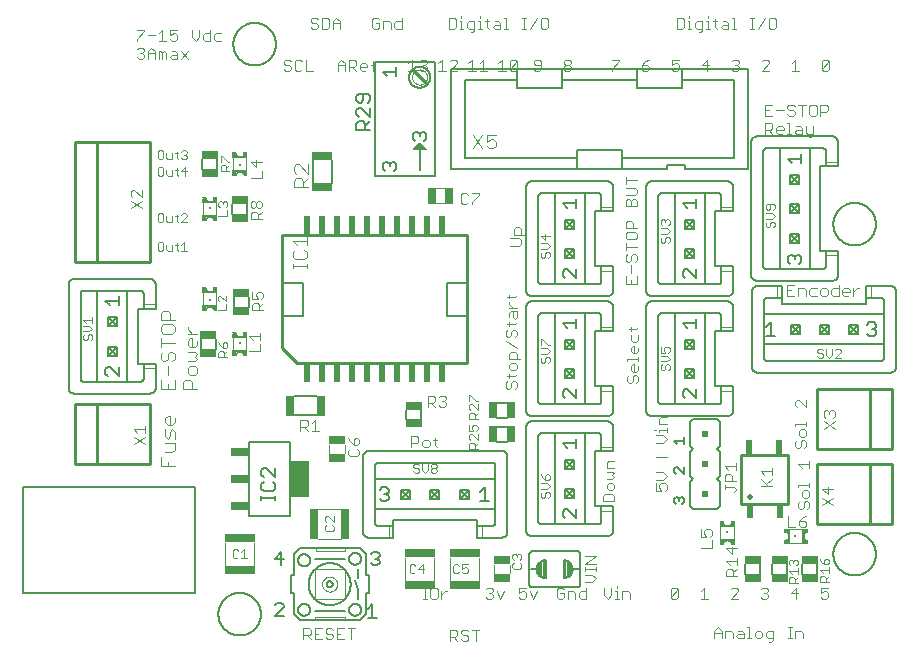
<source format=gto>
G75*
%MOIN*%
%OFA0B0*%
%FSLAX25Y25*%
%IPPOS*%
%LPD*%
%AMOC8*
5,1,8,0,0,1.08239X$1,22.5*
%
%ADD10C,0.00300*%
%ADD11C,0.00400*%
%ADD12R,0.02953X0.10236*%
%ADD13R,0.10236X0.02953*%
%ADD14R,0.05709X0.02953*%
%ADD15R,0.02953X0.05709*%
%ADD16C,0.01000*%
%ADD17C,0.00500*%
%ADD18R,0.02000X0.06200*%
%ADD19C,0.00600*%
%ADD20R,0.06000X0.12000*%
%ADD21R,0.06000X0.03000*%
%ADD22R,0.02400X0.02400*%
%ADD23C,0.02000*%
%ADD24R,0.01969X0.04921*%
%ADD25R,0.01280X0.01969*%
%ADD26R,0.00591X0.00984*%
%ADD27R,0.01575X0.00689*%
%ADD28R,0.00787X0.00787*%
%ADD29R,0.01181X0.01181*%
%ADD30R,0.01280X0.00295*%
%ADD31R,0.01969X0.01280*%
%ADD32R,0.00984X0.00591*%
%ADD33R,0.00689X0.01575*%
%ADD34R,0.00295X0.01280*%
%ADD35R,0.02900X0.06900*%
%ADD36R,0.05512X0.02559*%
%ADD37R,0.02559X0.05512*%
%ADD38R,0.06900X0.02900*%
%ADD39C,0.01200*%
%ADD40C,0.00200*%
%ADD41R,0.01000X0.06000*%
%ADD42R,0.01000X0.05000*%
%ADD43R,0.00500X0.04000*%
%ADD44R,0.00500X0.02000*%
%ADD45R,0.00500X0.00500*%
%ADD46C,0.00800*%
D10*
X0071223Y0034134D02*
X0071707Y0033650D01*
X0072674Y0033650D01*
X0073158Y0034134D01*
X0074169Y0033650D02*
X0076104Y0033650D01*
X0075137Y0033650D02*
X0075137Y0036552D01*
X0074169Y0035585D01*
X0073158Y0036069D02*
X0072674Y0036552D01*
X0071707Y0036552D01*
X0071223Y0036069D01*
X0071223Y0034134D01*
X0102020Y0043134D02*
X0102504Y0042650D01*
X0104439Y0042650D01*
X0104923Y0043134D01*
X0104923Y0044101D01*
X0104439Y0044585D01*
X0104923Y0045597D02*
X0102988Y0047531D01*
X0102504Y0047531D01*
X0102020Y0047048D01*
X0102020Y0046080D01*
X0102504Y0045597D01*
X0102504Y0044585D02*
X0102020Y0044101D01*
X0102020Y0043134D01*
X0104923Y0045597D02*
X0104923Y0047531D01*
X0130223Y0031069D02*
X0130223Y0029134D01*
X0130707Y0028650D01*
X0131674Y0028650D01*
X0132158Y0029134D01*
X0133169Y0030101D02*
X0135104Y0030101D01*
X0134621Y0028650D02*
X0134621Y0031552D01*
X0133169Y0030101D01*
X0132158Y0031069D02*
X0131674Y0031552D01*
X0130707Y0031552D01*
X0130223Y0031069D01*
X0134683Y0023853D02*
X0135917Y0023853D01*
X0135300Y0023853D02*
X0135300Y0020150D01*
X0134683Y0020150D02*
X0135917Y0020150D01*
X0137138Y0020767D02*
X0137756Y0020150D01*
X0138990Y0020150D01*
X0139607Y0020767D01*
X0139607Y0023236D01*
X0138990Y0023853D01*
X0137756Y0023853D01*
X0137138Y0023236D01*
X0137138Y0020767D01*
X0140822Y0020150D02*
X0140822Y0022619D01*
X0142056Y0022619D02*
X0140822Y0021384D01*
X0142056Y0022619D02*
X0142673Y0022619D01*
X0145207Y0028650D02*
X0146174Y0028650D01*
X0146658Y0029134D01*
X0147669Y0029134D02*
X0148153Y0028650D01*
X0149121Y0028650D01*
X0149604Y0029134D01*
X0149604Y0030101D01*
X0149121Y0030585D01*
X0148637Y0030585D01*
X0147669Y0030101D01*
X0147669Y0031552D01*
X0149604Y0031552D01*
X0146658Y0031069D02*
X0146174Y0031552D01*
X0145207Y0031552D01*
X0144723Y0031069D01*
X0144723Y0029134D01*
X0145207Y0028650D01*
X0155543Y0023236D02*
X0156160Y0023853D01*
X0157394Y0023853D01*
X0158012Y0023236D01*
X0158012Y0022619D01*
X0157394Y0022002D01*
X0158012Y0021384D01*
X0158012Y0020767D01*
X0157394Y0020150D01*
X0156160Y0020150D01*
X0155543Y0020767D01*
X0156777Y0022002D02*
X0157394Y0022002D01*
X0159226Y0022619D02*
X0160460Y0020150D01*
X0161695Y0022619D01*
X0166543Y0022002D02*
X0167777Y0022619D01*
X0168394Y0022619D01*
X0169012Y0022002D01*
X0169012Y0020767D01*
X0168394Y0020150D01*
X0167160Y0020150D01*
X0166543Y0020767D01*
X0166543Y0022002D02*
X0166543Y0023853D01*
X0169012Y0023853D01*
X0170226Y0022619D02*
X0171460Y0020150D01*
X0172695Y0022619D01*
X0179263Y0023236D02*
X0179263Y0020767D01*
X0179880Y0020150D01*
X0181114Y0020150D01*
X0181731Y0020767D01*
X0181731Y0022002D01*
X0180497Y0022002D01*
X0181731Y0023236D02*
X0181114Y0023853D01*
X0179880Y0023853D01*
X0179263Y0023236D01*
X0182946Y0022619D02*
X0182946Y0020150D01*
X0185415Y0020150D02*
X0185415Y0022002D01*
X0184797Y0022619D01*
X0182946Y0022619D01*
X0186629Y0022002D02*
X0186629Y0020767D01*
X0187246Y0020150D01*
X0189098Y0020150D01*
X0189098Y0023853D01*
X0189098Y0022619D02*
X0187246Y0022619D01*
X0186629Y0022002D01*
X0195043Y0021384D02*
X0196277Y0020150D01*
X0197512Y0021384D01*
X0197512Y0023853D01*
X0198726Y0022619D02*
X0199343Y0022619D01*
X0199343Y0020150D01*
X0198726Y0020150D02*
X0199960Y0020150D01*
X0201181Y0020150D02*
X0201181Y0022619D01*
X0203033Y0022619D01*
X0203650Y0022002D01*
X0203650Y0020150D01*
X0199343Y0023853D02*
X0199343Y0024470D01*
X0195043Y0023853D02*
X0195043Y0021384D01*
X0217223Y0020767D02*
X0219692Y0023236D01*
X0219692Y0020767D01*
X0219074Y0020150D01*
X0217840Y0020150D01*
X0217223Y0020767D01*
X0217223Y0023236D01*
X0217840Y0023853D01*
X0219074Y0023853D01*
X0219692Y0023236D01*
X0227223Y0022619D02*
X0228457Y0023853D01*
X0228457Y0020150D01*
X0227223Y0020150D02*
X0229692Y0020150D01*
X0237223Y0020150D02*
X0239692Y0022619D01*
X0239692Y0023236D01*
X0239074Y0023853D01*
X0237840Y0023853D01*
X0237223Y0023236D01*
X0237223Y0020150D02*
X0239692Y0020150D01*
X0239423Y0027650D02*
X0235720Y0027650D01*
X0235720Y0029502D01*
X0236337Y0030119D01*
X0237571Y0030119D01*
X0238188Y0029502D01*
X0238188Y0027650D01*
X0238188Y0028884D02*
X0239423Y0030119D01*
X0239423Y0031333D02*
X0239423Y0033802D01*
X0239423Y0032568D02*
X0235720Y0032568D01*
X0236954Y0031333D01*
X0237571Y0035016D02*
X0235720Y0036868D01*
X0239423Y0036868D01*
X0237571Y0037485D02*
X0237571Y0035016D01*
X0230923Y0037150D02*
X0230923Y0039619D01*
X0230306Y0040833D02*
X0230923Y0041450D01*
X0230923Y0042685D01*
X0230306Y0043302D01*
X0229071Y0043302D01*
X0228454Y0042685D01*
X0228454Y0042068D01*
X0229071Y0040833D01*
X0227220Y0040833D01*
X0227220Y0043302D01*
X0227220Y0037150D02*
X0230923Y0037150D01*
X0247223Y0023236D02*
X0247840Y0023853D01*
X0249074Y0023853D01*
X0249692Y0023236D01*
X0249692Y0022619D01*
X0249074Y0022002D01*
X0249692Y0021384D01*
X0249692Y0020767D01*
X0249074Y0020150D01*
X0247840Y0020150D01*
X0247223Y0020767D01*
X0248457Y0022002D02*
X0249074Y0022002D01*
X0257223Y0022002D02*
X0259692Y0022002D01*
X0259074Y0023853D02*
X0257223Y0022002D01*
X0259074Y0023853D02*
X0259074Y0020150D01*
X0258655Y0025310D02*
X0258655Y0026762D01*
X0258172Y0027245D01*
X0257204Y0027245D01*
X0256720Y0026762D01*
X0256720Y0025310D01*
X0259623Y0025310D01*
X0258655Y0026278D02*
X0259623Y0027245D01*
X0259623Y0028257D02*
X0259623Y0030192D01*
X0259623Y0029224D02*
X0256720Y0029224D01*
X0257688Y0028257D01*
X0257204Y0031203D02*
X0256720Y0031687D01*
X0256720Y0032655D01*
X0257204Y0033138D01*
X0257688Y0033138D01*
X0258172Y0032655D01*
X0258655Y0033138D01*
X0259139Y0033138D01*
X0259623Y0032655D01*
X0259623Y0031687D01*
X0259139Y0031203D01*
X0258172Y0032171D02*
X0258172Y0032655D01*
X0267020Y0033478D02*
X0267504Y0032511D01*
X0268472Y0031543D01*
X0268472Y0032994D01*
X0268955Y0033478D01*
X0269439Y0033478D01*
X0269923Y0032994D01*
X0269923Y0032027D01*
X0269439Y0031543D01*
X0268472Y0031543D01*
X0269923Y0030531D02*
X0269923Y0028597D01*
X0269923Y0029564D02*
X0267020Y0029564D01*
X0267988Y0028597D01*
X0268472Y0027585D02*
X0268955Y0027101D01*
X0268955Y0025650D01*
X0268955Y0026617D02*
X0269923Y0027585D01*
X0268472Y0027585D02*
X0267504Y0027585D01*
X0267020Y0027101D01*
X0267020Y0025650D01*
X0269923Y0025650D01*
X0269692Y0023853D02*
X0267223Y0023853D01*
X0267223Y0022002D01*
X0268457Y0022619D01*
X0269074Y0022619D01*
X0269692Y0022002D01*
X0269692Y0020767D01*
X0269074Y0020150D01*
X0267840Y0020150D01*
X0267223Y0020767D01*
X0260624Y0009439D02*
X0261241Y0008822D01*
X0261241Y0006970D01*
X0258772Y0006970D02*
X0258772Y0009439D01*
X0260624Y0009439D01*
X0257551Y0010673D02*
X0256317Y0010673D01*
X0256934Y0010673D02*
X0256934Y0006970D01*
X0256317Y0006970D02*
X0257551Y0006970D01*
X0251419Y0006970D02*
X0249568Y0006970D01*
X0248951Y0007587D01*
X0248951Y0008822D01*
X0249568Y0009439D01*
X0251419Y0009439D01*
X0251419Y0006353D01*
X0250802Y0005736D01*
X0250185Y0005736D01*
X0247736Y0007587D02*
X0247736Y0008822D01*
X0247119Y0009439D01*
X0245885Y0009439D01*
X0245267Y0008822D01*
X0245267Y0007587D01*
X0245885Y0006970D01*
X0247119Y0006970D01*
X0247736Y0007587D01*
X0244046Y0006970D02*
X0242812Y0006970D01*
X0243429Y0006970D02*
X0243429Y0010673D01*
X0242812Y0010673D01*
X0240980Y0009439D02*
X0241598Y0008822D01*
X0241598Y0006970D01*
X0239746Y0006970D01*
X0239129Y0007587D01*
X0239746Y0008204D01*
X0241598Y0008204D01*
X0240980Y0009439D02*
X0239746Y0009439D01*
X0237915Y0008822D02*
X0237915Y0006970D01*
X0237915Y0008822D02*
X0237297Y0009439D01*
X0235446Y0009439D01*
X0235446Y0006970D01*
X0234231Y0006970D02*
X0234231Y0009439D01*
X0232997Y0010673D01*
X0231763Y0009439D01*
X0231763Y0006970D01*
X0231763Y0008822D02*
X0234231Y0008822D01*
X0256357Y0044150D02*
X0258825Y0044150D01*
X0260040Y0044767D02*
X0260657Y0044150D01*
X0261891Y0044150D01*
X0262508Y0044767D01*
X0262508Y0045384D01*
X0261891Y0046002D01*
X0260040Y0046002D01*
X0260040Y0044767D01*
X0260040Y0046002D02*
X0261274Y0047236D01*
X0262508Y0047853D01*
X0262806Y0050150D02*
X0263423Y0050767D01*
X0263423Y0052002D01*
X0262806Y0052619D01*
X0262188Y0052619D01*
X0261571Y0052002D01*
X0261571Y0050767D01*
X0260954Y0050150D01*
X0260337Y0050150D01*
X0259720Y0050767D01*
X0259720Y0052002D01*
X0260337Y0052619D01*
X0261571Y0053833D02*
X0260954Y0054450D01*
X0260954Y0055685D01*
X0261571Y0056302D01*
X0262806Y0056302D01*
X0263423Y0055685D01*
X0263423Y0054450D01*
X0262806Y0053833D01*
X0261571Y0053833D01*
X0259720Y0057516D02*
X0259720Y0058133D01*
X0263423Y0058133D01*
X0263423Y0057516D02*
X0263423Y0058751D01*
X0263423Y0063655D02*
X0263423Y0066124D01*
X0263423Y0064889D02*
X0259720Y0064889D01*
X0260954Y0063655D01*
X0261806Y0070462D02*
X0262423Y0071079D01*
X0262423Y0072314D01*
X0261806Y0072931D01*
X0261188Y0072931D01*
X0260571Y0072314D01*
X0260571Y0071079D01*
X0259954Y0070462D01*
X0259337Y0070462D01*
X0258720Y0071079D01*
X0258720Y0072314D01*
X0259337Y0072931D01*
X0260571Y0074145D02*
X0261806Y0074145D01*
X0262423Y0074762D01*
X0262423Y0075997D01*
X0261806Y0076614D01*
X0260571Y0076614D01*
X0259954Y0075997D01*
X0259954Y0074762D01*
X0260571Y0074145D01*
X0258720Y0077828D02*
X0258720Y0078445D01*
X0262423Y0078445D01*
X0262423Y0077828D02*
X0262423Y0079063D01*
X0262423Y0083967D02*
X0259954Y0086436D01*
X0259337Y0086436D01*
X0258720Y0085818D01*
X0258720Y0084584D01*
X0259337Y0083967D01*
X0262423Y0083967D02*
X0262423Y0086436D01*
X0266624Y0100450D02*
X0266141Y0100934D01*
X0266624Y0100450D02*
X0267592Y0100450D01*
X0268076Y0100934D01*
X0268076Y0101417D01*
X0267592Y0101901D01*
X0266624Y0101901D01*
X0266141Y0102385D01*
X0266141Y0102869D01*
X0266624Y0103352D01*
X0267592Y0103352D01*
X0268076Y0102869D01*
X0269087Y0103352D02*
X0269087Y0101417D01*
X0270055Y0100450D01*
X0271022Y0101417D01*
X0271022Y0103352D01*
X0272034Y0102869D02*
X0272518Y0103352D01*
X0273485Y0103352D01*
X0273969Y0102869D01*
X0273969Y0102385D01*
X0272034Y0100450D01*
X0273969Y0100450D01*
X0273256Y0121150D02*
X0271404Y0121150D01*
X0270787Y0121767D01*
X0270787Y0123002D01*
X0271404Y0123619D01*
X0273256Y0123619D01*
X0273256Y0124853D02*
X0273256Y0121150D01*
X0274470Y0121767D02*
X0275088Y0121150D01*
X0276322Y0121150D01*
X0276939Y0122384D02*
X0274470Y0122384D01*
X0274470Y0121767D02*
X0274470Y0123002D01*
X0275088Y0123619D01*
X0276322Y0123619D01*
X0276939Y0123002D01*
X0276939Y0122384D01*
X0278154Y0122384D02*
X0279388Y0123619D01*
X0280005Y0123619D01*
X0278154Y0123619D02*
X0278154Y0121150D01*
X0269573Y0121767D02*
X0268956Y0121150D01*
X0267721Y0121150D01*
X0267104Y0121767D01*
X0267104Y0123002D01*
X0267721Y0123619D01*
X0268956Y0123619D01*
X0269573Y0123002D01*
X0269573Y0121767D01*
X0265890Y0121150D02*
X0264038Y0121150D01*
X0263421Y0121767D01*
X0263421Y0123002D01*
X0264038Y0123619D01*
X0265890Y0123619D01*
X0262207Y0123002D02*
X0262207Y0121150D01*
X0262207Y0123002D02*
X0261589Y0123619D01*
X0259738Y0123619D01*
X0259738Y0121150D01*
X0258523Y0121150D02*
X0256055Y0121150D01*
X0256055Y0124853D01*
X0258523Y0124853D01*
X0257289Y0123002D02*
X0256055Y0123002D01*
X0251439Y0143893D02*
X0251923Y0144376D01*
X0251923Y0145344D01*
X0251439Y0145827D01*
X0250955Y0145827D01*
X0250472Y0145344D01*
X0250472Y0144376D01*
X0249988Y0143893D01*
X0249504Y0143893D01*
X0249020Y0144376D01*
X0249020Y0145344D01*
X0249504Y0145827D01*
X0249020Y0146839D02*
X0250955Y0146839D01*
X0251923Y0147807D01*
X0250955Y0148774D01*
X0249020Y0148774D01*
X0249504Y0149786D02*
X0249988Y0149786D01*
X0250472Y0150269D01*
X0250472Y0151721D01*
X0251439Y0151721D02*
X0249504Y0151721D01*
X0249020Y0151237D01*
X0249020Y0150269D01*
X0249504Y0149786D01*
X0251439Y0149786D02*
X0251923Y0150269D01*
X0251923Y0151237D01*
X0251439Y0151721D01*
X0251192Y0175150D02*
X0249957Y0176384D01*
X0250574Y0176384D02*
X0248723Y0176384D01*
X0248723Y0175150D02*
X0248723Y0178853D01*
X0250574Y0178853D01*
X0251192Y0178236D01*
X0251192Y0177002D01*
X0250574Y0176384D01*
X0252406Y0176384D02*
X0254875Y0176384D01*
X0254875Y0177002D01*
X0254258Y0177619D01*
X0253023Y0177619D01*
X0252406Y0177002D01*
X0252406Y0175767D01*
X0253023Y0175150D01*
X0254258Y0175150D01*
X0256089Y0175150D02*
X0257324Y0175150D01*
X0256706Y0175150D02*
X0256706Y0178853D01*
X0256089Y0178853D01*
X0256706Y0181150D02*
X0256089Y0181767D01*
X0256706Y0181150D02*
X0257941Y0181150D01*
X0258558Y0181767D01*
X0258558Y0182384D01*
X0257941Y0183002D01*
X0256706Y0183002D01*
X0256089Y0183619D01*
X0256089Y0184236D01*
X0256706Y0184853D01*
X0257941Y0184853D01*
X0258558Y0184236D01*
X0259772Y0184853D02*
X0262241Y0184853D01*
X0261007Y0184853D02*
X0261007Y0181150D01*
X0263455Y0181767D02*
X0264073Y0181150D01*
X0265307Y0181150D01*
X0265924Y0181767D01*
X0265924Y0184236D01*
X0265307Y0184853D01*
X0264073Y0184853D01*
X0263455Y0184236D01*
X0263455Y0181767D01*
X0267139Y0181150D02*
X0267139Y0184853D01*
X0268990Y0184853D01*
X0269607Y0184236D01*
X0269607Y0183002D01*
X0268990Y0182384D01*
X0267139Y0182384D01*
X0264696Y0177619D02*
X0264696Y0174533D01*
X0264079Y0173916D01*
X0263462Y0173916D01*
X0262845Y0175150D02*
X0264696Y0175150D01*
X0262845Y0175150D02*
X0262228Y0175767D01*
X0262228Y0177619D01*
X0261013Y0177002D02*
X0261013Y0175150D01*
X0259162Y0175150D01*
X0258545Y0175767D01*
X0259162Y0176384D01*
X0261013Y0176384D01*
X0261013Y0177002D02*
X0260396Y0177619D01*
X0259162Y0177619D01*
X0254875Y0183002D02*
X0252406Y0183002D01*
X0251192Y0184853D02*
X0248723Y0184853D01*
X0248723Y0181150D01*
X0251192Y0181150D01*
X0249957Y0183002D02*
X0248723Y0183002D01*
X0247540Y0196150D02*
X0250008Y0198619D01*
X0250008Y0199236D01*
X0249391Y0199853D01*
X0248157Y0199853D01*
X0247540Y0199236D01*
X0247540Y0196150D02*
X0250008Y0196150D01*
X0257540Y0196150D02*
X0260008Y0196150D01*
X0258774Y0196150D02*
X0258774Y0199853D01*
X0257540Y0198619D01*
X0267540Y0199236D02*
X0267540Y0196767D01*
X0270008Y0199236D01*
X0270008Y0196767D01*
X0269391Y0196150D01*
X0268157Y0196150D01*
X0267540Y0196767D01*
X0267540Y0199236D02*
X0268157Y0199853D01*
X0269391Y0199853D01*
X0270008Y0199236D01*
X0252384Y0210767D02*
X0252384Y0213236D01*
X0251767Y0213853D01*
X0250533Y0213853D01*
X0249916Y0213236D01*
X0249916Y0210767D01*
X0250533Y0210150D01*
X0251767Y0210150D01*
X0252384Y0210767D01*
X0248701Y0213853D02*
X0246233Y0210150D01*
X0245012Y0210150D02*
X0243777Y0210150D01*
X0244394Y0210150D02*
X0244394Y0213853D01*
X0243777Y0213853D02*
X0245012Y0213853D01*
X0238256Y0213853D02*
X0238256Y0210150D01*
X0237639Y0210150D02*
X0238873Y0210150D01*
X0236424Y0210150D02*
X0236424Y0212002D01*
X0235807Y0212619D01*
X0234573Y0212619D01*
X0234573Y0211384D02*
X0236424Y0211384D01*
X0236424Y0210150D02*
X0234573Y0210150D01*
X0233955Y0210767D01*
X0234573Y0211384D01*
X0232734Y0210150D02*
X0232117Y0210767D01*
X0232117Y0213236D01*
X0231500Y0212619D02*
X0232734Y0212619D01*
X0229662Y0212619D02*
X0229662Y0210150D01*
X0229045Y0210150D02*
X0230279Y0210150D01*
X0227830Y0210150D02*
X0225979Y0210150D01*
X0225361Y0210767D01*
X0225361Y0212002D01*
X0225979Y0212619D01*
X0227830Y0212619D01*
X0227830Y0209533D01*
X0227213Y0208916D01*
X0226596Y0208916D01*
X0224140Y0210150D02*
X0222906Y0210150D01*
X0223523Y0210150D02*
X0223523Y0212619D01*
X0222906Y0212619D01*
X0221692Y0213236D02*
X0221074Y0213853D01*
X0219223Y0213853D01*
X0219223Y0210150D01*
X0221074Y0210150D01*
X0221692Y0210767D01*
X0221692Y0213236D01*
X0223523Y0213853D02*
X0223523Y0214470D01*
X0229045Y0212619D02*
X0229662Y0212619D01*
X0229662Y0213853D02*
X0229662Y0214470D01*
X0237639Y0213853D02*
X0238256Y0213853D01*
X0238157Y0199853D02*
X0239391Y0199853D01*
X0240008Y0199236D01*
X0240008Y0198619D01*
X0239391Y0198002D01*
X0240008Y0197384D01*
X0240008Y0196767D01*
X0239391Y0196150D01*
X0238157Y0196150D01*
X0237540Y0196767D01*
X0238774Y0198002D02*
X0239391Y0198002D01*
X0237540Y0199236D02*
X0238157Y0199853D01*
X0230008Y0198002D02*
X0227540Y0198002D01*
X0229391Y0199853D01*
X0229391Y0196150D01*
X0220008Y0196767D02*
X0219391Y0196150D01*
X0218157Y0196150D01*
X0217540Y0196767D01*
X0217540Y0198002D02*
X0218774Y0198619D01*
X0219391Y0198619D01*
X0220008Y0198002D01*
X0220008Y0196767D01*
X0217540Y0198002D02*
X0217540Y0199853D01*
X0220008Y0199853D01*
X0210008Y0199853D02*
X0208774Y0199236D01*
X0207540Y0198002D01*
X0209391Y0198002D01*
X0210008Y0197384D01*
X0210008Y0196767D01*
X0209391Y0196150D01*
X0208157Y0196150D01*
X0207540Y0196767D01*
X0207540Y0198002D01*
X0200008Y0199236D02*
X0197540Y0196767D01*
X0197540Y0196150D01*
X0200008Y0199236D02*
X0200008Y0199853D01*
X0197540Y0199853D01*
X0184008Y0199236D02*
X0184008Y0198619D01*
X0183391Y0198002D01*
X0182157Y0198002D01*
X0181540Y0198619D01*
X0181540Y0199236D01*
X0182157Y0199853D01*
X0183391Y0199853D01*
X0184008Y0199236D01*
X0183391Y0198002D02*
X0184008Y0197384D01*
X0184008Y0196767D01*
X0183391Y0196150D01*
X0182157Y0196150D01*
X0181540Y0196767D01*
X0181540Y0197384D01*
X0182157Y0198002D01*
X0174008Y0198002D02*
X0172157Y0198002D01*
X0171540Y0198619D01*
X0171540Y0199236D01*
X0172157Y0199853D01*
X0173391Y0199853D01*
X0174008Y0199236D01*
X0174008Y0196767D01*
X0173391Y0196150D01*
X0172157Y0196150D01*
X0171540Y0196767D01*
X0166008Y0196767D02*
X0165391Y0196150D01*
X0164157Y0196150D01*
X0163540Y0196767D01*
X0166008Y0199236D01*
X0166008Y0196767D01*
X0163540Y0196767D02*
X0163540Y0199236D01*
X0164157Y0199853D01*
X0165391Y0199853D01*
X0166008Y0199236D01*
X0162325Y0196150D02*
X0159857Y0196150D01*
X0161091Y0196150D02*
X0161091Y0199853D01*
X0159857Y0198619D01*
X0156008Y0196150D02*
X0153540Y0196150D01*
X0152325Y0196150D02*
X0149857Y0196150D01*
X0151091Y0196150D02*
X0151091Y0199853D01*
X0149857Y0198619D01*
X0146008Y0198619D02*
X0146008Y0199236D01*
X0145391Y0199853D01*
X0144157Y0199853D01*
X0143540Y0199236D01*
X0141091Y0199853D02*
X0141091Y0196150D01*
X0139857Y0196150D02*
X0142325Y0196150D01*
X0143540Y0196150D02*
X0146008Y0198619D01*
X0146008Y0196150D02*
X0143540Y0196150D01*
X0139857Y0198619D02*
X0141091Y0199853D01*
X0136008Y0199236D02*
X0136008Y0198619D01*
X0135391Y0198002D01*
X0136008Y0197384D01*
X0136008Y0196767D01*
X0135391Y0196150D01*
X0134157Y0196150D01*
X0133540Y0196767D01*
X0132325Y0196150D02*
X0129857Y0196150D01*
X0131091Y0196150D02*
X0131091Y0199853D01*
X0129857Y0198619D01*
X0133540Y0199236D02*
X0134157Y0199853D01*
X0135391Y0199853D01*
X0136008Y0199236D01*
X0135391Y0198002D02*
X0134774Y0198002D01*
X0127558Y0210150D02*
X0125706Y0210150D01*
X0125089Y0210767D01*
X0125089Y0212002D01*
X0125706Y0212619D01*
X0127558Y0212619D01*
X0127558Y0213853D02*
X0127558Y0210150D01*
X0123875Y0210150D02*
X0123875Y0212002D01*
X0123258Y0212619D01*
X0121406Y0212619D01*
X0121406Y0210150D01*
X0120192Y0210767D02*
X0120192Y0212002D01*
X0118957Y0212002D01*
X0117723Y0213236D02*
X0117723Y0210767D01*
X0118340Y0210150D01*
X0119574Y0210150D01*
X0120192Y0210767D01*
X0120192Y0213236D02*
X0119574Y0213853D01*
X0118340Y0213853D01*
X0117723Y0213236D01*
X0107058Y0212619D02*
X0107058Y0210150D01*
X0107058Y0212002D02*
X0104589Y0212002D01*
X0104589Y0212619D02*
X0105824Y0213853D01*
X0107058Y0212619D01*
X0104589Y0212619D02*
X0104589Y0210150D01*
X0103375Y0210767D02*
X0102758Y0210150D01*
X0100906Y0210150D01*
X0100906Y0213853D01*
X0102758Y0213853D01*
X0103375Y0213236D01*
X0103375Y0210767D01*
X0099692Y0210767D02*
X0099074Y0210150D01*
X0097840Y0210150D01*
X0097223Y0210767D01*
X0097840Y0212002D02*
X0099074Y0212002D01*
X0099692Y0211384D01*
X0099692Y0210767D01*
X0097840Y0212002D02*
X0097223Y0212619D01*
X0097223Y0213236D01*
X0097840Y0213853D01*
X0099074Y0213853D01*
X0099692Y0213236D01*
X0095589Y0199853D02*
X0095589Y0196150D01*
X0098058Y0196150D01*
X0094375Y0196767D02*
X0093758Y0196150D01*
X0092523Y0196150D01*
X0091906Y0196767D01*
X0091906Y0199236D01*
X0092523Y0199853D01*
X0093758Y0199853D01*
X0094375Y0199236D01*
X0090692Y0199236D02*
X0090074Y0199853D01*
X0088840Y0199853D01*
X0088223Y0199236D01*
X0088223Y0198619D01*
X0088840Y0198002D01*
X0090074Y0198002D01*
X0090692Y0197384D01*
X0090692Y0196767D01*
X0090074Y0196150D01*
X0088840Y0196150D01*
X0088223Y0196767D01*
X0106223Y0196150D02*
X0106223Y0198619D01*
X0107457Y0199853D01*
X0108692Y0198619D01*
X0108692Y0196150D01*
X0109906Y0196150D02*
X0109906Y0199853D01*
X0111758Y0199853D01*
X0112375Y0199236D01*
X0112375Y0198002D01*
X0111758Y0197384D01*
X0109906Y0197384D01*
X0111140Y0197384D02*
X0112375Y0196150D01*
X0113589Y0196767D02*
X0113589Y0198002D01*
X0114206Y0198619D01*
X0115441Y0198619D01*
X0116058Y0198002D01*
X0116058Y0197384D01*
X0113589Y0197384D01*
X0113589Y0196767D02*
X0114206Y0196150D01*
X0115441Y0196150D01*
X0117889Y0196150D02*
X0117889Y0199236D01*
X0118507Y0199853D01*
X0118507Y0198002D02*
X0117272Y0198002D01*
X0108692Y0198002D02*
X0106223Y0198002D01*
X0143223Y0210150D02*
X0145074Y0210150D01*
X0145692Y0210767D01*
X0145692Y0213236D01*
X0145074Y0213853D01*
X0143223Y0213853D01*
X0143223Y0210150D01*
X0146906Y0210150D02*
X0148140Y0210150D01*
X0147523Y0210150D02*
X0147523Y0212619D01*
X0146906Y0212619D01*
X0147523Y0213853D02*
X0147523Y0214470D01*
X0149979Y0212619D02*
X0149361Y0212002D01*
X0149361Y0210767D01*
X0149979Y0210150D01*
X0151830Y0210150D01*
X0151830Y0209533D02*
X0151830Y0212619D01*
X0149979Y0212619D01*
X0153045Y0212619D02*
X0153662Y0212619D01*
X0153662Y0210150D01*
X0153045Y0210150D02*
X0154279Y0210150D01*
X0156117Y0210767D02*
X0156734Y0210150D01*
X0156117Y0210767D02*
X0156117Y0213236D01*
X0155500Y0212619D02*
X0156734Y0212619D01*
X0158573Y0212619D02*
X0159807Y0212619D01*
X0160424Y0212002D01*
X0160424Y0210150D01*
X0158573Y0210150D01*
X0157955Y0210767D01*
X0158573Y0211384D01*
X0160424Y0211384D01*
X0161639Y0210150D02*
X0162873Y0210150D01*
X0162256Y0210150D02*
X0162256Y0213853D01*
X0161639Y0213853D01*
X0167777Y0213853D02*
X0169012Y0213853D01*
X0168394Y0213853D02*
X0168394Y0210150D01*
X0167777Y0210150D02*
X0169012Y0210150D01*
X0170233Y0210150D02*
X0172701Y0213853D01*
X0173916Y0213236D02*
X0173916Y0210767D01*
X0174533Y0210150D01*
X0175767Y0210150D01*
X0176384Y0210767D01*
X0176384Y0213236D01*
X0175767Y0213853D01*
X0174533Y0213853D01*
X0173916Y0213236D01*
X0153662Y0213853D02*
X0153662Y0214470D01*
X0151830Y0209533D02*
X0151213Y0208916D01*
X0150596Y0208916D01*
X0154774Y0199853D02*
X0154774Y0196150D01*
X0153540Y0198619D02*
X0154774Y0199853D01*
X0202220Y0160767D02*
X0202220Y0158298D01*
X0202220Y0157084D02*
X0205306Y0157084D01*
X0205923Y0156467D01*
X0205923Y0155232D01*
X0205306Y0154615D01*
X0202220Y0154615D01*
X0202837Y0153401D02*
X0203454Y0153401D01*
X0204071Y0152784D01*
X0204071Y0150932D01*
X0202220Y0150932D02*
X0205923Y0150932D01*
X0205923Y0152784D01*
X0205306Y0153401D01*
X0204688Y0153401D01*
X0204071Y0152784D01*
X0202837Y0153401D02*
X0202220Y0152784D01*
X0202220Y0150932D01*
X0202837Y0146034D02*
X0204071Y0146034D01*
X0204688Y0145417D01*
X0204688Y0143566D01*
X0205923Y0143566D02*
X0202220Y0143566D01*
X0202220Y0145417D01*
X0202837Y0146034D01*
X0202837Y0142351D02*
X0202220Y0141734D01*
X0202220Y0140500D01*
X0202837Y0139883D01*
X0205306Y0139883D01*
X0205923Y0140500D01*
X0205923Y0141734D01*
X0205306Y0142351D01*
X0202837Y0142351D01*
X0202220Y0138668D02*
X0202220Y0136199D01*
X0202220Y0137434D02*
X0205923Y0137434D01*
X0205306Y0134985D02*
X0205923Y0134368D01*
X0205923Y0133133D01*
X0205306Y0132516D01*
X0204071Y0133133D02*
X0204071Y0134368D01*
X0204688Y0134985D01*
X0205306Y0134985D01*
X0204071Y0133133D02*
X0203454Y0132516D01*
X0202837Y0132516D01*
X0202220Y0133133D01*
X0202220Y0134368D01*
X0202837Y0134985D01*
X0204071Y0131302D02*
X0204071Y0128833D01*
X0202220Y0127619D02*
X0202220Y0125150D01*
X0205923Y0125150D01*
X0205923Y0127619D01*
X0204071Y0126384D02*
X0204071Y0125150D01*
X0214504Y0138771D02*
X0214988Y0138771D01*
X0215472Y0139255D01*
X0215472Y0140222D01*
X0215955Y0140706D01*
X0216439Y0140706D01*
X0216923Y0140222D01*
X0216923Y0139255D01*
X0216439Y0138771D01*
X0214504Y0138771D02*
X0214020Y0139255D01*
X0214020Y0140222D01*
X0214504Y0140706D01*
X0214020Y0141718D02*
X0215955Y0141718D01*
X0216923Y0142685D01*
X0215955Y0143653D01*
X0214020Y0143653D01*
X0214504Y0144664D02*
X0214020Y0145148D01*
X0214020Y0146116D01*
X0214504Y0146599D01*
X0214988Y0146599D01*
X0215472Y0146116D01*
X0215955Y0146599D01*
X0216439Y0146599D01*
X0216923Y0146116D01*
X0216923Y0145148D01*
X0216439Y0144664D01*
X0215472Y0145632D02*
X0215472Y0146116D01*
X0205923Y0159533D02*
X0202220Y0159533D01*
X0176923Y0141116D02*
X0174020Y0141116D01*
X0175472Y0139664D01*
X0175472Y0141599D01*
X0175955Y0138653D02*
X0174020Y0138653D01*
X0174020Y0136718D02*
X0175955Y0136718D01*
X0176923Y0137685D01*
X0175955Y0138653D01*
X0175955Y0135706D02*
X0176439Y0135706D01*
X0176923Y0135222D01*
X0176923Y0134255D01*
X0176439Y0133771D01*
X0175472Y0134255D02*
X0175472Y0135222D01*
X0175955Y0135706D01*
X0174504Y0135706D02*
X0174020Y0135222D01*
X0174020Y0134255D01*
X0174504Y0133771D01*
X0174988Y0133771D01*
X0175472Y0134255D01*
X0167423Y0138401D02*
X0167423Y0139635D01*
X0166806Y0140252D01*
X0163720Y0140252D01*
X0164954Y0141467D02*
X0164954Y0143318D01*
X0165571Y0143936D01*
X0166806Y0143936D01*
X0167423Y0143318D01*
X0167423Y0141467D01*
X0168657Y0141467D02*
X0164954Y0141467D01*
X0163720Y0137784D02*
X0166806Y0137784D01*
X0167423Y0138401D01*
X0150906Y0151650D02*
X0150906Y0152267D01*
X0153375Y0154736D01*
X0153375Y0155353D01*
X0150906Y0155353D01*
X0149692Y0154736D02*
X0149074Y0155353D01*
X0147840Y0155353D01*
X0147223Y0154736D01*
X0147223Y0152267D01*
X0147840Y0151650D01*
X0149074Y0151650D01*
X0149692Y0152267D01*
X0163454Y0121463D02*
X0163454Y0120229D01*
X0162837Y0120846D02*
X0165306Y0120846D01*
X0165923Y0121463D01*
X0163454Y0119011D02*
X0163454Y0118394D01*
X0164688Y0117160D01*
X0164688Y0115945D02*
X0164688Y0114094D01*
X0165306Y0113477D01*
X0165923Y0114094D01*
X0165923Y0115945D01*
X0164071Y0115945D01*
X0163454Y0115328D01*
X0163454Y0114094D01*
X0163454Y0112256D02*
X0163454Y0111021D01*
X0162837Y0111638D02*
X0165306Y0111638D01*
X0165923Y0112256D01*
X0165306Y0109807D02*
X0164688Y0109807D01*
X0164071Y0109190D01*
X0164071Y0107955D01*
X0163454Y0107338D01*
X0162837Y0107338D01*
X0162220Y0107955D01*
X0162220Y0109190D01*
X0162837Y0109807D01*
X0165306Y0109807D02*
X0165923Y0109190D01*
X0165923Y0107955D01*
X0165306Y0107338D01*
X0162220Y0106124D02*
X0165923Y0103655D01*
X0165306Y0102440D02*
X0165923Y0101823D01*
X0165923Y0099972D01*
X0167157Y0099972D02*
X0163454Y0099972D01*
X0163454Y0101823D01*
X0164071Y0102440D01*
X0165306Y0102440D01*
X0165306Y0098757D02*
X0164071Y0098757D01*
X0163454Y0098140D01*
X0163454Y0096906D01*
X0164071Y0096289D01*
X0165306Y0096289D01*
X0165923Y0096906D01*
X0165923Y0098140D01*
X0165306Y0098757D01*
X0165923Y0095068D02*
X0165306Y0094450D01*
X0162837Y0094450D01*
X0163454Y0093833D02*
X0163454Y0095068D01*
X0162837Y0092619D02*
X0162220Y0092002D01*
X0162220Y0090767D01*
X0162837Y0090150D01*
X0163454Y0090150D01*
X0164071Y0090767D01*
X0164071Y0092002D01*
X0164688Y0092619D01*
X0165306Y0092619D01*
X0165923Y0092002D01*
X0165923Y0090767D01*
X0165306Y0090150D01*
X0174020Y0099255D02*
X0174504Y0098771D01*
X0174988Y0098771D01*
X0175472Y0099255D01*
X0175472Y0100222D01*
X0175955Y0100706D01*
X0176439Y0100706D01*
X0176923Y0100222D01*
X0176923Y0099255D01*
X0176439Y0098771D01*
X0174020Y0099255D02*
X0174020Y0100222D01*
X0174504Y0100706D01*
X0174020Y0101718D02*
X0175955Y0101718D01*
X0176923Y0102685D01*
X0175955Y0103653D01*
X0174020Y0103653D01*
X0174020Y0104664D02*
X0174020Y0106599D01*
X0174504Y0106599D01*
X0176439Y0104664D01*
X0176923Y0104664D01*
X0165923Y0117160D02*
X0163454Y0117160D01*
X0150504Y0087978D02*
X0152439Y0086043D01*
X0152923Y0086043D01*
X0152923Y0085031D02*
X0152923Y0083097D01*
X0150988Y0085031D01*
X0150504Y0085031D01*
X0150020Y0084548D01*
X0150020Y0083580D01*
X0150504Y0083097D01*
X0150504Y0082085D02*
X0151472Y0082085D01*
X0151955Y0081601D01*
X0151955Y0080150D01*
X0151955Y0081117D02*
X0152923Y0082085D01*
X0152923Y0080150D02*
X0150020Y0080150D01*
X0150020Y0081601D01*
X0150504Y0082085D01*
X0150020Y0086043D02*
X0150020Y0087978D01*
X0150504Y0087978D01*
X0142375Y0087236D02*
X0142375Y0086619D01*
X0141758Y0086002D01*
X0142375Y0085384D01*
X0142375Y0084767D01*
X0141758Y0084150D01*
X0140523Y0084150D01*
X0139906Y0084767D01*
X0138692Y0084150D02*
X0137457Y0085384D01*
X0138074Y0085384D02*
X0136223Y0085384D01*
X0136223Y0084150D02*
X0136223Y0087853D01*
X0138074Y0087853D01*
X0138692Y0087236D01*
X0138692Y0086002D01*
X0138074Y0085384D01*
X0139906Y0087236D02*
X0140523Y0087853D01*
X0141758Y0087853D01*
X0142375Y0087236D01*
X0141758Y0086002D02*
X0141140Y0086002D01*
X0150020Y0077978D02*
X0150020Y0076043D01*
X0151472Y0076043D01*
X0150988Y0077011D01*
X0150988Y0077494D01*
X0151472Y0077978D01*
X0152439Y0077978D01*
X0152923Y0077494D01*
X0152923Y0076527D01*
X0152439Y0076043D01*
X0152923Y0075031D02*
X0152923Y0073097D01*
X0150988Y0075031D01*
X0150504Y0075031D01*
X0150020Y0074548D01*
X0150020Y0073580D01*
X0150504Y0073097D01*
X0150504Y0072085D02*
X0151472Y0072085D01*
X0151955Y0071601D01*
X0151955Y0070150D01*
X0151955Y0071117D02*
X0152923Y0072085D01*
X0152923Y0070150D02*
X0150020Y0070150D01*
X0150020Y0071601D01*
X0150504Y0072085D01*
X0139324Y0073119D02*
X0138089Y0073119D01*
X0138706Y0073736D02*
X0138706Y0071267D01*
X0139324Y0070650D01*
X0136875Y0071267D02*
X0136875Y0072502D01*
X0136258Y0073119D01*
X0135023Y0073119D01*
X0134406Y0072502D01*
X0134406Y0071267D01*
X0135023Y0070650D01*
X0136258Y0070650D01*
X0136875Y0071267D01*
X0133192Y0072502D02*
X0132574Y0071884D01*
X0130723Y0071884D01*
X0130723Y0070650D02*
X0130723Y0074353D01*
X0132574Y0074353D01*
X0133192Y0073736D01*
X0133192Y0072502D01*
X0132917Y0065052D02*
X0131949Y0065052D01*
X0131465Y0064569D01*
X0131465Y0064085D01*
X0131949Y0063601D01*
X0132917Y0063601D01*
X0133400Y0063117D01*
X0133400Y0062634D01*
X0132917Y0062150D01*
X0131949Y0062150D01*
X0131465Y0062634D01*
X0133400Y0064569D02*
X0132917Y0065052D01*
X0134412Y0065052D02*
X0134412Y0063117D01*
X0135379Y0062150D01*
X0136347Y0063117D01*
X0136347Y0065052D01*
X0137358Y0064569D02*
X0137358Y0064085D01*
X0137842Y0063601D01*
X0138810Y0063601D01*
X0139293Y0063117D01*
X0139293Y0062634D01*
X0138810Y0062150D01*
X0137842Y0062150D01*
X0137358Y0062634D01*
X0137358Y0063117D01*
X0137842Y0063601D01*
X0138810Y0063601D02*
X0139293Y0064085D01*
X0139293Y0064569D01*
X0138810Y0065052D01*
X0137842Y0065052D01*
X0137358Y0064569D01*
X0113423Y0068267D02*
X0113423Y0069502D01*
X0112806Y0070119D01*
X0112806Y0071333D02*
X0113423Y0071950D01*
X0113423Y0073185D01*
X0112806Y0073802D01*
X0112188Y0073802D01*
X0111571Y0073185D01*
X0111571Y0071333D01*
X0112806Y0071333D01*
X0111571Y0071333D02*
X0110337Y0072568D01*
X0109720Y0073802D01*
X0110337Y0070119D02*
X0109720Y0069502D01*
X0109720Y0068267D01*
X0110337Y0067650D01*
X0112806Y0067650D01*
X0113423Y0068267D01*
X0100008Y0076150D02*
X0097540Y0076150D01*
X0096325Y0076150D02*
X0095091Y0077384D01*
X0095708Y0077384D02*
X0093857Y0077384D01*
X0093857Y0076150D02*
X0093857Y0079853D01*
X0095708Y0079853D01*
X0096325Y0079236D01*
X0096325Y0078002D01*
X0095708Y0077384D01*
X0097540Y0078619D02*
X0098774Y0079853D01*
X0098774Y0076150D01*
X0069423Y0100650D02*
X0066520Y0100650D01*
X0066520Y0102101D01*
X0067004Y0102585D01*
X0067972Y0102585D01*
X0068455Y0102101D01*
X0068455Y0100650D01*
X0068455Y0101617D02*
X0069423Y0102585D01*
X0068939Y0103597D02*
X0069423Y0104080D01*
X0069423Y0105048D01*
X0068939Y0105531D01*
X0068455Y0105531D01*
X0067972Y0105048D01*
X0067972Y0103597D01*
X0068939Y0103597D01*
X0067972Y0103597D02*
X0067004Y0104564D01*
X0066520Y0105531D01*
X0076720Y0107568D02*
X0077954Y0106333D01*
X0076720Y0107568D02*
X0080423Y0107568D01*
X0080423Y0108802D02*
X0080423Y0106333D01*
X0080423Y0105119D02*
X0080423Y0102650D01*
X0076720Y0102650D01*
X0077720Y0116284D02*
X0077720Y0118135D01*
X0078337Y0118752D01*
X0079571Y0118752D01*
X0080188Y0118135D01*
X0080188Y0116284D01*
X0080188Y0117518D02*
X0081423Y0118752D01*
X0080806Y0119967D02*
X0081423Y0120584D01*
X0081423Y0121818D01*
X0080806Y0122436D01*
X0079571Y0122436D01*
X0078954Y0121818D01*
X0078954Y0121201D01*
X0079571Y0119967D01*
X0077720Y0119967D01*
X0077720Y0122436D01*
X0069123Y0121138D02*
X0069123Y0119203D01*
X0067188Y0121138D01*
X0066704Y0121138D01*
X0066220Y0120655D01*
X0066220Y0119687D01*
X0066704Y0119203D01*
X0069123Y0118192D02*
X0069123Y0116257D01*
X0066220Y0116257D01*
X0077720Y0116284D02*
X0081423Y0116284D01*
X0056015Y0136150D02*
X0054080Y0136150D01*
X0055048Y0136150D02*
X0055048Y0139052D01*
X0054080Y0138085D01*
X0053083Y0138085D02*
X0052116Y0138085D01*
X0052600Y0138569D02*
X0052600Y0136634D01*
X0053083Y0136150D01*
X0051104Y0136150D02*
X0051104Y0138085D01*
X0049169Y0138085D02*
X0049169Y0136634D01*
X0049653Y0136150D01*
X0051104Y0136150D01*
X0048158Y0136634D02*
X0048158Y0138569D01*
X0047674Y0139052D01*
X0046707Y0139052D01*
X0046223Y0138569D01*
X0046223Y0136634D01*
X0046707Y0136150D01*
X0047674Y0136150D01*
X0048158Y0136634D01*
X0047674Y0145650D02*
X0048158Y0146134D01*
X0048158Y0148069D01*
X0047674Y0148552D01*
X0046707Y0148552D01*
X0046223Y0148069D01*
X0046223Y0146134D01*
X0046707Y0145650D01*
X0047674Y0145650D01*
X0049169Y0146134D02*
X0049653Y0145650D01*
X0051104Y0145650D01*
X0051104Y0147585D01*
X0052116Y0147585D02*
X0053083Y0147585D01*
X0052600Y0148069D02*
X0052600Y0146134D01*
X0053083Y0145650D01*
X0054080Y0145650D02*
X0056015Y0147585D01*
X0056015Y0148069D01*
X0055531Y0148552D01*
X0054564Y0148552D01*
X0054080Y0148069D01*
X0054080Y0145650D02*
X0056015Y0145650D01*
X0049169Y0146134D02*
X0049169Y0147585D01*
X0066520Y0147650D02*
X0069423Y0147650D01*
X0069423Y0149585D01*
X0068939Y0150597D02*
X0069423Y0151080D01*
X0069423Y0152048D01*
X0068939Y0152531D01*
X0068455Y0152531D01*
X0067972Y0152048D01*
X0067972Y0151564D01*
X0067972Y0152048D02*
X0067488Y0152531D01*
X0067004Y0152531D01*
X0066520Y0152048D01*
X0066520Y0151080D01*
X0067004Y0150597D01*
X0077220Y0150950D02*
X0077220Y0152185D01*
X0077837Y0152802D01*
X0078454Y0152802D01*
X0079071Y0152185D01*
X0079071Y0150950D01*
X0078454Y0150333D01*
X0077837Y0150333D01*
X0077220Y0150950D01*
X0079071Y0150950D02*
X0079688Y0150333D01*
X0080306Y0150333D01*
X0080923Y0150950D01*
X0080923Y0152185D01*
X0080306Y0152802D01*
X0079688Y0152802D01*
X0079071Y0152185D01*
X0079071Y0149119D02*
X0077837Y0149119D01*
X0077220Y0148502D01*
X0077220Y0146650D01*
X0080923Y0146650D01*
X0079688Y0146650D02*
X0079688Y0148502D01*
X0079071Y0149119D01*
X0079688Y0147884D02*
X0080923Y0149119D01*
X0080923Y0160284D02*
X0077220Y0160284D01*
X0080923Y0160284D02*
X0080923Y0162752D01*
X0079071Y0163967D02*
X0079071Y0166436D01*
X0077220Y0165818D02*
X0080923Y0165818D01*
X0079071Y0163967D02*
X0077220Y0165818D01*
X0070123Y0165703D02*
X0069639Y0165703D01*
X0067704Y0167638D01*
X0067220Y0167638D01*
X0067220Y0165703D01*
X0067704Y0164692D02*
X0068672Y0164692D01*
X0069155Y0164208D01*
X0069155Y0162757D01*
X0069155Y0163724D02*
X0070123Y0164692D01*
X0070123Y0162757D02*
X0067220Y0162757D01*
X0067220Y0164208D01*
X0067704Y0164692D01*
X0056015Y0162601D02*
X0054080Y0162601D01*
X0055531Y0164052D01*
X0055531Y0161150D01*
X0053083Y0161150D02*
X0052600Y0161634D01*
X0052600Y0163569D01*
X0053083Y0163085D02*
X0052116Y0163085D01*
X0051104Y0163085D02*
X0051104Y0161150D01*
X0049653Y0161150D01*
X0049169Y0161634D01*
X0049169Y0163085D01*
X0048158Y0163569D02*
X0047674Y0164052D01*
X0046707Y0164052D01*
X0046223Y0163569D01*
X0046223Y0161634D01*
X0046707Y0161150D01*
X0047674Y0161150D01*
X0048158Y0161634D01*
X0048158Y0163569D01*
X0047674Y0166650D02*
X0048158Y0167134D01*
X0048158Y0169069D01*
X0047674Y0169552D01*
X0046707Y0169552D01*
X0046223Y0169069D01*
X0046223Y0167134D01*
X0046707Y0166650D01*
X0047674Y0166650D01*
X0049169Y0167134D02*
X0049169Y0168585D01*
X0049169Y0167134D02*
X0049653Y0166650D01*
X0051104Y0166650D01*
X0051104Y0168585D01*
X0052116Y0168585D02*
X0053083Y0168585D01*
X0052600Y0169069D02*
X0052600Y0167134D01*
X0053083Y0166650D01*
X0054080Y0167134D02*
X0054564Y0166650D01*
X0055531Y0166650D01*
X0056015Y0167134D01*
X0056015Y0167617D01*
X0055531Y0168101D01*
X0055048Y0168101D01*
X0055531Y0168101D02*
X0056015Y0168585D01*
X0056015Y0169069D01*
X0055531Y0169552D01*
X0054564Y0169552D01*
X0054080Y0169069D01*
X0053990Y0200150D02*
X0056459Y0202619D01*
X0053990Y0202619D02*
X0056459Y0200150D01*
X0052776Y0200150D02*
X0052776Y0202002D01*
X0052159Y0202619D01*
X0050924Y0202619D01*
X0050924Y0201384D02*
X0052776Y0201384D01*
X0052776Y0200150D02*
X0050924Y0200150D01*
X0050307Y0200767D01*
X0050924Y0201384D01*
X0049093Y0202002D02*
X0049093Y0200150D01*
X0047858Y0200150D02*
X0047858Y0202002D01*
X0048476Y0202619D01*
X0049093Y0202002D01*
X0047858Y0202002D02*
X0047241Y0202619D01*
X0046624Y0202619D01*
X0046624Y0200150D01*
X0045410Y0200150D02*
X0045410Y0202619D01*
X0044175Y0203853D01*
X0042941Y0202619D01*
X0042941Y0200150D01*
X0041726Y0200767D02*
X0041109Y0200150D01*
X0039875Y0200150D01*
X0039258Y0200767D01*
X0040492Y0202002D02*
X0041109Y0202002D01*
X0041726Y0201384D01*
X0041726Y0200767D01*
X0041109Y0202002D02*
X0041726Y0202619D01*
X0041726Y0203236D01*
X0041109Y0203853D01*
X0039875Y0203853D01*
X0039258Y0203236D01*
X0039258Y0206150D02*
X0039258Y0206767D01*
X0041726Y0209236D01*
X0041726Y0209853D01*
X0039258Y0209853D01*
X0042941Y0208002D02*
X0045410Y0208002D01*
X0046624Y0208619D02*
X0047858Y0209853D01*
X0047858Y0206150D01*
X0046624Y0206150D02*
X0049093Y0206150D01*
X0050307Y0206767D02*
X0050924Y0206150D01*
X0052159Y0206150D01*
X0052776Y0206767D01*
X0052776Y0208002D01*
X0052159Y0208619D01*
X0051541Y0208619D01*
X0050307Y0208002D01*
X0050307Y0209853D01*
X0052776Y0209853D01*
X0057673Y0209853D02*
X0057673Y0207384D01*
X0058908Y0206150D01*
X0060142Y0207384D01*
X0060142Y0209853D01*
X0061974Y0208619D02*
X0063825Y0208619D01*
X0063825Y0209853D02*
X0063825Y0206150D01*
X0061974Y0206150D01*
X0061357Y0206767D01*
X0061357Y0208002D01*
X0061974Y0208619D01*
X0065040Y0208002D02*
X0065040Y0206767D01*
X0065657Y0206150D01*
X0067508Y0206150D01*
X0065657Y0208619D02*
X0065040Y0208002D01*
X0065657Y0208619D02*
X0067508Y0208619D01*
X0045410Y0202002D02*
X0042941Y0202002D01*
X0024423Y0114099D02*
X0024423Y0112164D01*
X0024423Y0113132D02*
X0021520Y0113132D01*
X0022488Y0112164D01*
X0023455Y0111153D02*
X0021520Y0111153D01*
X0021520Y0109218D02*
X0023455Y0109218D01*
X0024423Y0110185D01*
X0023455Y0111153D01*
X0023455Y0108206D02*
X0023939Y0108206D01*
X0024423Y0107722D01*
X0024423Y0106755D01*
X0023939Y0106271D01*
X0022972Y0106755D02*
X0022488Y0106271D01*
X0022004Y0106271D01*
X0021520Y0106755D01*
X0021520Y0107722D01*
X0022004Y0108206D01*
X0022972Y0107722D02*
X0023455Y0108206D01*
X0022972Y0107722D02*
X0022972Y0106755D01*
X0143683Y0009853D02*
X0145535Y0009853D01*
X0146152Y0009236D01*
X0146152Y0008002D01*
X0145535Y0007384D01*
X0143683Y0007384D01*
X0143683Y0006150D02*
X0143683Y0009853D01*
X0144917Y0007384D02*
X0146152Y0006150D01*
X0147366Y0006767D02*
X0147983Y0006150D01*
X0149218Y0006150D01*
X0149835Y0006767D01*
X0149835Y0007384D01*
X0149218Y0008002D01*
X0147983Y0008002D01*
X0147366Y0008619D01*
X0147366Y0009236D01*
X0147983Y0009853D01*
X0149218Y0009853D01*
X0149835Y0009236D01*
X0151049Y0009853D02*
X0153518Y0009853D01*
X0152284Y0009853D02*
X0152284Y0006150D01*
X0165004Y0030150D02*
X0166939Y0030150D01*
X0167423Y0030634D01*
X0167423Y0031601D01*
X0166939Y0032085D01*
X0166939Y0033097D02*
X0167423Y0033580D01*
X0167423Y0034548D01*
X0166939Y0035031D01*
X0166455Y0035031D01*
X0165972Y0034548D01*
X0165972Y0034064D01*
X0165972Y0034548D02*
X0165488Y0035031D01*
X0165004Y0035031D01*
X0164520Y0034548D01*
X0164520Y0033580D01*
X0165004Y0033097D01*
X0165004Y0032085D02*
X0164520Y0031601D01*
X0164520Y0030634D01*
X0165004Y0030150D01*
X0174504Y0053771D02*
X0174988Y0053771D01*
X0175472Y0054255D01*
X0175472Y0055222D01*
X0175955Y0055706D01*
X0176439Y0055706D01*
X0176923Y0055222D01*
X0176923Y0054255D01*
X0176439Y0053771D01*
X0174504Y0053771D02*
X0174020Y0054255D01*
X0174020Y0055222D01*
X0174504Y0055706D01*
X0174020Y0056718D02*
X0175955Y0056718D01*
X0176923Y0057685D01*
X0175955Y0058653D01*
X0174020Y0058653D01*
X0175472Y0059664D02*
X0175472Y0061116D01*
X0175955Y0061599D01*
X0176439Y0061599D01*
X0176923Y0061116D01*
X0176923Y0060148D01*
X0176439Y0059664D01*
X0175472Y0059664D01*
X0174504Y0060632D01*
X0174020Y0061599D01*
X0194720Y0054502D02*
X0194720Y0052650D01*
X0198423Y0052650D01*
X0198423Y0054502D01*
X0197806Y0055119D01*
X0195337Y0055119D01*
X0194720Y0054502D01*
X0196571Y0056333D02*
X0195954Y0056950D01*
X0195954Y0058185D01*
X0196571Y0058802D01*
X0197806Y0058802D01*
X0198423Y0058185D01*
X0198423Y0056950D01*
X0197806Y0056333D01*
X0196571Y0056333D01*
X0195954Y0060016D02*
X0197806Y0060016D01*
X0198423Y0060633D01*
X0197806Y0061251D01*
X0198423Y0061868D01*
X0197806Y0062485D01*
X0195954Y0062485D01*
X0195954Y0063699D02*
X0195954Y0065551D01*
X0196571Y0066168D01*
X0198423Y0066168D01*
X0198423Y0063699D02*
X0195954Y0063699D01*
X0212220Y0062302D02*
X0214688Y0062302D01*
X0215923Y0061068D01*
X0214688Y0059833D01*
X0212220Y0059833D01*
X0212220Y0058619D02*
X0212220Y0056150D01*
X0214071Y0056150D01*
X0213454Y0057384D01*
X0213454Y0058002D01*
X0214071Y0058619D01*
X0215306Y0058619D01*
X0215923Y0058002D01*
X0215923Y0056767D01*
X0215306Y0056150D01*
X0215923Y0067199D02*
X0212220Y0067199D01*
X0212220Y0072110D02*
X0214688Y0072110D01*
X0215923Y0073345D01*
X0214688Y0074579D01*
X0212220Y0074579D01*
X0213454Y0075793D02*
X0213454Y0076411D01*
X0215923Y0076411D01*
X0215923Y0077028D02*
X0215923Y0075793D01*
X0212220Y0076411D02*
X0211602Y0076411D01*
X0213454Y0078249D02*
X0213454Y0080100D01*
X0214071Y0080718D01*
X0215923Y0080718D01*
X0215923Y0078249D02*
X0213454Y0078249D01*
X0205806Y0092150D02*
X0206423Y0092767D01*
X0206423Y0094002D01*
X0205806Y0094619D01*
X0205188Y0094619D01*
X0204571Y0094002D01*
X0204571Y0092767D01*
X0203954Y0092150D01*
X0203337Y0092150D01*
X0202720Y0092767D01*
X0202720Y0094002D01*
X0203337Y0094619D01*
X0204571Y0095833D02*
X0203954Y0096450D01*
X0203954Y0097685D01*
X0204571Y0098302D01*
X0205188Y0098302D01*
X0205188Y0095833D01*
X0204571Y0095833D02*
X0205806Y0095833D01*
X0206423Y0096450D01*
X0206423Y0097685D01*
X0206423Y0099516D02*
X0206423Y0100751D01*
X0206423Y0100133D02*
X0202720Y0100133D01*
X0202720Y0099516D01*
X0204571Y0101972D02*
X0203954Y0102589D01*
X0203954Y0103823D01*
X0204571Y0104440D01*
X0205188Y0104440D01*
X0205188Y0101972D01*
X0204571Y0101972D02*
X0205806Y0101972D01*
X0206423Y0102589D01*
X0206423Y0103823D01*
X0205806Y0105655D02*
X0206423Y0106272D01*
X0206423Y0108124D01*
X0205806Y0109955D02*
X0203337Y0109955D01*
X0203954Y0109338D02*
X0203954Y0110572D01*
X0205806Y0109955D02*
X0206423Y0110572D01*
X0203954Y0108124D02*
X0203954Y0106272D01*
X0204571Y0105655D01*
X0205806Y0105655D01*
X0214020Y0104099D02*
X0214020Y0102164D01*
X0215472Y0102164D01*
X0214988Y0103132D01*
X0214988Y0103616D01*
X0215472Y0104099D01*
X0216439Y0104099D01*
X0216923Y0103616D01*
X0216923Y0102648D01*
X0216439Y0102164D01*
X0215955Y0101153D02*
X0214020Y0101153D01*
X0214020Y0099218D02*
X0215955Y0099218D01*
X0216923Y0100185D01*
X0215955Y0101153D01*
X0215955Y0098206D02*
X0216439Y0098206D01*
X0216923Y0097722D01*
X0216923Y0096755D01*
X0216439Y0096271D01*
X0215472Y0096755D02*
X0215472Y0097722D01*
X0215955Y0098206D01*
X0214504Y0098206D02*
X0214020Y0097722D01*
X0214020Y0096755D01*
X0214504Y0096271D01*
X0214988Y0096271D01*
X0215472Y0096755D01*
X0250923Y0063802D02*
X0250923Y0061333D01*
X0250923Y0060119D02*
X0249071Y0058267D01*
X0249688Y0057650D02*
X0247220Y0060119D01*
X0248454Y0061333D02*
X0247220Y0062568D01*
X0250923Y0062568D01*
X0250923Y0057650D02*
X0247220Y0057650D01*
X0256357Y0047853D02*
X0256357Y0044150D01*
D11*
X0257006Y0043264D02*
X0261140Y0043264D01*
X0262715Y0042378D02*
X0262643Y0042364D01*
X0262572Y0042348D01*
X0262501Y0042327D01*
X0262432Y0042303D01*
X0262365Y0042275D01*
X0262298Y0042244D01*
X0262234Y0042209D01*
X0262172Y0042171D01*
X0262111Y0042130D01*
X0262053Y0042085D01*
X0261997Y0042038D01*
X0261944Y0041988D01*
X0261894Y0041935D01*
X0261846Y0041879D01*
X0261801Y0041821D01*
X0261760Y0041761D01*
X0261722Y0041699D01*
X0261687Y0041634D01*
X0261655Y0041568D01*
X0261627Y0041501D01*
X0261603Y0041432D01*
X0261582Y0041362D01*
X0261565Y0041291D01*
X0261551Y0041219D01*
X0261542Y0041146D01*
X0261536Y0041073D01*
X0261534Y0041000D01*
X0261536Y0040927D01*
X0261542Y0040854D01*
X0261551Y0040781D01*
X0261565Y0040709D01*
X0261582Y0040638D01*
X0261603Y0040568D01*
X0261627Y0040499D01*
X0261655Y0040432D01*
X0261687Y0040366D01*
X0261722Y0040301D01*
X0261760Y0040239D01*
X0261801Y0040179D01*
X0261846Y0040121D01*
X0261894Y0040065D01*
X0261944Y0040012D01*
X0261997Y0039962D01*
X0262053Y0039915D01*
X0262111Y0039870D01*
X0262172Y0039829D01*
X0262234Y0039791D01*
X0262298Y0039756D01*
X0262365Y0039725D01*
X0262432Y0039697D01*
X0262501Y0039673D01*
X0262572Y0039652D01*
X0262643Y0039636D01*
X0262715Y0039622D01*
X0261041Y0038736D02*
X0255431Y0038736D01*
X0255320Y0039228D02*
X0255322Y0039268D01*
X0255328Y0039307D01*
X0255337Y0039346D01*
X0255351Y0039383D01*
X0255368Y0039419D01*
X0255388Y0039454D01*
X0255412Y0039486D01*
X0255439Y0039515D01*
X0255468Y0039542D01*
X0255500Y0039566D01*
X0255535Y0039586D01*
X0255571Y0039603D01*
X0255608Y0039617D01*
X0255647Y0039626D01*
X0255686Y0039632D01*
X0255726Y0039634D01*
X0255766Y0039632D01*
X0255805Y0039626D01*
X0255844Y0039617D01*
X0255881Y0039603D01*
X0255917Y0039586D01*
X0255952Y0039566D01*
X0255984Y0039542D01*
X0256013Y0039515D01*
X0256040Y0039486D01*
X0256064Y0039454D01*
X0256084Y0039419D01*
X0256101Y0039383D01*
X0256115Y0039346D01*
X0256124Y0039307D01*
X0256130Y0039268D01*
X0256132Y0039228D01*
X0256130Y0039188D01*
X0256124Y0039149D01*
X0256115Y0039110D01*
X0256101Y0039073D01*
X0256084Y0039037D01*
X0256064Y0039002D01*
X0256040Y0038970D01*
X0256013Y0038941D01*
X0255984Y0038914D01*
X0255952Y0038890D01*
X0255917Y0038870D01*
X0255881Y0038853D01*
X0255844Y0038839D01*
X0255805Y0038830D01*
X0255766Y0038824D01*
X0255726Y0038822D01*
X0255686Y0038824D01*
X0255647Y0038830D01*
X0255608Y0038839D01*
X0255571Y0038853D01*
X0255535Y0038870D01*
X0255500Y0038890D01*
X0255468Y0038914D01*
X0255439Y0038941D01*
X0255412Y0038970D01*
X0255388Y0039002D01*
X0255368Y0039037D01*
X0255351Y0039073D01*
X0255337Y0039110D01*
X0255328Y0039149D01*
X0255322Y0039188D01*
X0255320Y0039228D01*
X0255431Y0039622D02*
X0255503Y0039636D01*
X0255574Y0039652D01*
X0255645Y0039673D01*
X0255714Y0039697D01*
X0255781Y0039725D01*
X0255848Y0039756D01*
X0255912Y0039791D01*
X0255974Y0039829D01*
X0256035Y0039870D01*
X0256093Y0039915D01*
X0256149Y0039962D01*
X0256202Y0040012D01*
X0256252Y0040065D01*
X0256300Y0040121D01*
X0256345Y0040179D01*
X0256386Y0040239D01*
X0256424Y0040301D01*
X0256459Y0040366D01*
X0256491Y0040432D01*
X0256519Y0040499D01*
X0256543Y0040568D01*
X0256564Y0040638D01*
X0256581Y0040709D01*
X0256595Y0040781D01*
X0256604Y0040854D01*
X0256610Y0040927D01*
X0256612Y0041000D01*
X0256610Y0041073D01*
X0256604Y0041146D01*
X0256595Y0041219D01*
X0256581Y0041291D01*
X0256564Y0041362D01*
X0256543Y0041432D01*
X0256519Y0041501D01*
X0256491Y0041568D01*
X0256459Y0041634D01*
X0256424Y0041699D01*
X0256386Y0041761D01*
X0256345Y0041821D01*
X0256300Y0041879D01*
X0256252Y0041935D01*
X0256202Y0041988D01*
X0256149Y0042038D01*
X0256093Y0042085D01*
X0256035Y0042130D01*
X0255974Y0042171D01*
X0255912Y0042209D01*
X0255848Y0042244D01*
X0255781Y0042275D01*
X0255714Y0042303D01*
X0255645Y0042327D01*
X0255574Y0042348D01*
X0255503Y0042364D01*
X0255431Y0042378D01*
X0267770Y0051334D02*
X0271373Y0053736D01*
X0269571Y0055017D02*
X0269571Y0057419D01*
X0267770Y0056818D02*
X0269571Y0055017D01*
X0267770Y0053736D02*
X0271373Y0051334D01*
X0271373Y0056818D02*
X0267770Y0056818D01*
X0268270Y0076834D02*
X0271873Y0079236D01*
X0271272Y0080517D02*
X0271873Y0081117D01*
X0271873Y0082318D01*
X0271272Y0082919D01*
X0270672Y0082919D01*
X0270071Y0082318D01*
X0270071Y0081718D01*
X0270071Y0082318D02*
X0269471Y0082919D01*
X0268870Y0082919D01*
X0268270Y0082318D01*
X0268270Y0081117D01*
X0268870Y0080517D01*
X0268270Y0079236D02*
X0271873Y0076834D01*
X0238873Y0065419D02*
X0238873Y0063017D01*
X0238873Y0064218D02*
X0235270Y0064218D01*
X0236471Y0063017D01*
X0235870Y0061736D02*
X0237071Y0061736D01*
X0237672Y0061135D01*
X0237672Y0059334D01*
X0238873Y0059334D02*
X0235270Y0059334D01*
X0235270Y0061135D01*
X0235870Y0061736D01*
X0235270Y0058053D02*
X0235270Y0056852D01*
X0235270Y0057452D02*
X0238272Y0057452D01*
X0238873Y0056852D01*
X0238873Y0056251D01*
X0238272Y0055651D01*
X0237451Y0045642D02*
X0237437Y0045570D01*
X0237421Y0045499D01*
X0237400Y0045428D01*
X0237376Y0045359D01*
X0237348Y0045292D01*
X0237317Y0045225D01*
X0237282Y0045161D01*
X0237244Y0045099D01*
X0237203Y0045038D01*
X0237158Y0044980D01*
X0237111Y0044924D01*
X0237061Y0044871D01*
X0237008Y0044821D01*
X0236952Y0044773D01*
X0236894Y0044728D01*
X0236834Y0044687D01*
X0236772Y0044649D01*
X0236707Y0044614D01*
X0236641Y0044582D01*
X0236574Y0044554D01*
X0236505Y0044530D01*
X0236435Y0044509D01*
X0236364Y0044492D01*
X0236292Y0044478D01*
X0236219Y0044469D01*
X0236146Y0044463D01*
X0236073Y0044461D01*
X0236000Y0044463D01*
X0235927Y0044469D01*
X0235854Y0044478D01*
X0235782Y0044492D01*
X0235711Y0044509D01*
X0235641Y0044530D01*
X0235572Y0044554D01*
X0235505Y0044582D01*
X0235439Y0044614D01*
X0235374Y0044649D01*
X0235312Y0044687D01*
X0235252Y0044728D01*
X0235194Y0044773D01*
X0235138Y0044821D01*
X0235085Y0044871D01*
X0235035Y0044924D01*
X0234988Y0044980D01*
X0234943Y0045038D01*
X0234902Y0045099D01*
X0234864Y0045161D01*
X0234829Y0045225D01*
X0234798Y0045292D01*
X0234770Y0045359D01*
X0234746Y0045428D01*
X0234725Y0045499D01*
X0234709Y0045570D01*
X0234695Y0045642D01*
X0233895Y0045346D02*
X0233897Y0045386D01*
X0233903Y0045425D01*
X0233912Y0045464D01*
X0233926Y0045501D01*
X0233943Y0045537D01*
X0233963Y0045572D01*
X0233987Y0045604D01*
X0234014Y0045633D01*
X0234043Y0045660D01*
X0234075Y0045684D01*
X0234110Y0045704D01*
X0234146Y0045721D01*
X0234183Y0045735D01*
X0234222Y0045744D01*
X0234261Y0045750D01*
X0234301Y0045752D01*
X0234341Y0045750D01*
X0234380Y0045744D01*
X0234419Y0045735D01*
X0234456Y0045721D01*
X0234492Y0045704D01*
X0234527Y0045684D01*
X0234559Y0045660D01*
X0234588Y0045633D01*
X0234615Y0045604D01*
X0234639Y0045572D01*
X0234659Y0045537D01*
X0234676Y0045501D01*
X0234690Y0045464D01*
X0234699Y0045425D01*
X0234705Y0045386D01*
X0234707Y0045346D01*
X0234705Y0045306D01*
X0234699Y0045267D01*
X0234690Y0045228D01*
X0234676Y0045191D01*
X0234659Y0045155D01*
X0234639Y0045120D01*
X0234615Y0045088D01*
X0234588Y0045059D01*
X0234559Y0045032D01*
X0234527Y0045008D01*
X0234492Y0044988D01*
X0234456Y0044971D01*
X0234419Y0044957D01*
X0234380Y0044948D01*
X0234341Y0044942D01*
X0234301Y0044940D01*
X0234261Y0044942D01*
X0234222Y0044948D01*
X0234183Y0044957D01*
X0234146Y0044971D01*
X0234110Y0044988D01*
X0234075Y0045008D01*
X0234043Y0045032D01*
X0234014Y0045059D01*
X0233987Y0045088D01*
X0233963Y0045120D01*
X0233943Y0045155D01*
X0233926Y0045191D01*
X0233912Y0045228D01*
X0233903Y0045267D01*
X0233897Y0045306D01*
X0233895Y0045346D01*
X0233809Y0045642D02*
X0233809Y0040031D01*
X0234695Y0038358D02*
X0234709Y0038430D01*
X0234725Y0038501D01*
X0234746Y0038572D01*
X0234770Y0038641D01*
X0234798Y0038708D01*
X0234829Y0038775D01*
X0234864Y0038839D01*
X0234902Y0038901D01*
X0234943Y0038962D01*
X0234988Y0039020D01*
X0235035Y0039076D01*
X0235085Y0039129D01*
X0235138Y0039179D01*
X0235194Y0039227D01*
X0235252Y0039272D01*
X0235312Y0039313D01*
X0235374Y0039351D01*
X0235439Y0039386D01*
X0235505Y0039418D01*
X0235572Y0039446D01*
X0235641Y0039470D01*
X0235711Y0039491D01*
X0235782Y0039508D01*
X0235854Y0039522D01*
X0235927Y0039531D01*
X0236000Y0039537D01*
X0236073Y0039539D01*
X0236146Y0039537D01*
X0236219Y0039531D01*
X0236292Y0039522D01*
X0236364Y0039508D01*
X0236435Y0039491D01*
X0236505Y0039470D01*
X0236574Y0039446D01*
X0236641Y0039418D01*
X0236707Y0039386D01*
X0236772Y0039351D01*
X0236834Y0039313D01*
X0236894Y0039272D01*
X0236952Y0039227D01*
X0237008Y0039179D01*
X0237061Y0039129D01*
X0237111Y0039076D01*
X0237158Y0039020D01*
X0237203Y0038962D01*
X0237244Y0038901D01*
X0237282Y0038839D01*
X0237317Y0038775D01*
X0237348Y0038708D01*
X0237376Y0038641D01*
X0237400Y0038572D01*
X0237421Y0038501D01*
X0237437Y0038430D01*
X0237451Y0038358D01*
X0238337Y0039933D02*
X0238337Y0044067D01*
X0192373Y0034241D02*
X0188770Y0034241D01*
X0188770Y0031839D02*
X0192373Y0034241D01*
X0192373Y0031839D02*
X0188770Y0031839D01*
X0188770Y0030584D02*
X0188770Y0029383D01*
X0188770Y0029984D02*
X0192373Y0029984D01*
X0192373Y0030584D02*
X0192373Y0029383D01*
X0191172Y0028102D02*
X0188770Y0028102D01*
X0191172Y0028102D02*
X0192373Y0026901D01*
X0191172Y0025700D01*
X0188770Y0025700D01*
X0163671Y0028598D02*
X0163671Y0031500D01*
X0158474Y0031500D02*
X0158474Y0028500D01*
X0153473Y0026200D02*
X0153473Y0033800D01*
X0143673Y0033800D02*
X0143673Y0026200D01*
X0138473Y0026200D02*
X0138473Y0033800D01*
X0128673Y0033800D02*
X0128673Y0026200D01*
X0107373Y0040100D02*
X0099773Y0040100D01*
X0099773Y0049900D02*
X0107373Y0049900D01*
X0108671Y0068598D02*
X0108671Y0071500D01*
X0103474Y0071500D02*
X0103474Y0068500D01*
X0078473Y0038800D02*
X0078473Y0031200D01*
X0068673Y0031200D02*
X0068673Y0038800D01*
X0051873Y0064284D02*
X0047269Y0064284D01*
X0047269Y0067354D01*
X0048804Y0068888D02*
X0051106Y0068888D01*
X0051873Y0069655D01*
X0051873Y0071957D01*
X0048804Y0071957D01*
X0049571Y0073492D02*
X0048804Y0074259D01*
X0048804Y0076561D01*
X0050338Y0075794D02*
X0050338Y0074259D01*
X0049571Y0073492D01*
X0051873Y0073492D02*
X0051873Y0075794D01*
X0051106Y0076561D01*
X0050338Y0075794D01*
X0050338Y0078096D02*
X0050338Y0081165D01*
X0049571Y0081165D01*
X0048804Y0080398D01*
X0048804Y0078863D01*
X0049571Y0078096D01*
X0051106Y0078096D01*
X0051873Y0078863D01*
X0051873Y0080398D01*
X0051873Y0090076D02*
X0047269Y0090076D01*
X0047269Y0093146D01*
X0049571Y0094680D02*
X0049571Y0097750D01*
X0048804Y0099284D02*
X0049571Y0100052D01*
X0049571Y0101586D01*
X0050338Y0102354D01*
X0051106Y0102354D01*
X0051873Y0101586D01*
X0051873Y0100052D01*
X0051106Y0099284D01*
X0048804Y0099284D02*
X0048036Y0099284D01*
X0047269Y0100052D01*
X0047269Y0101586D01*
X0048036Y0102354D01*
X0047269Y0103888D02*
X0047269Y0106957D01*
X0047269Y0105423D02*
X0051873Y0105423D01*
X0051106Y0108492D02*
X0048036Y0108492D01*
X0047269Y0109259D01*
X0047269Y0110794D01*
X0048036Y0111561D01*
X0051106Y0111561D01*
X0051873Y0110794D01*
X0051873Y0109259D01*
X0051106Y0108492D01*
X0056304Y0108492D02*
X0059373Y0108492D01*
X0057838Y0108492D02*
X0056304Y0110027D01*
X0056304Y0110794D01*
X0051873Y0113096D02*
X0047269Y0113096D01*
X0047269Y0115398D01*
X0048036Y0116165D01*
X0049571Y0116165D01*
X0050338Y0115398D01*
X0050338Y0113096D01*
X0057071Y0106957D02*
X0057838Y0106957D01*
X0057838Y0103888D01*
X0057071Y0103888D02*
X0056304Y0104655D01*
X0056304Y0106190D01*
X0057071Y0106957D01*
X0059373Y0106190D02*
X0059373Y0104655D01*
X0058606Y0103888D01*
X0057071Y0103888D01*
X0056304Y0102354D02*
X0058606Y0102354D01*
X0059373Y0101586D01*
X0058606Y0100819D01*
X0059373Y0100052D01*
X0058606Y0099284D01*
X0056304Y0099284D01*
X0057071Y0097750D02*
X0056304Y0096982D01*
X0056304Y0095448D01*
X0057071Y0094680D01*
X0058606Y0094680D01*
X0059373Y0095448D01*
X0059373Y0096982D01*
X0058606Y0097750D01*
X0057071Y0097750D01*
X0057071Y0093146D02*
X0055536Y0093146D01*
X0054769Y0092378D01*
X0054769Y0090076D01*
X0059373Y0090076D01*
X0057838Y0090076D02*
X0057838Y0092378D01*
X0057071Y0093146D01*
X0051873Y0093146D02*
X0051873Y0090076D01*
X0049571Y0090076D02*
X0049571Y0091611D01*
X0041873Y0077785D02*
X0041873Y0075383D01*
X0041873Y0076584D02*
X0038270Y0076584D01*
X0039471Y0075383D01*
X0038270Y0074102D02*
X0041873Y0071700D01*
X0041873Y0074102D02*
X0038270Y0071700D01*
X0049571Y0065819D02*
X0049571Y0064284D01*
X0072195Y0101358D02*
X0072209Y0101430D01*
X0072225Y0101501D01*
X0072246Y0101572D01*
X0072270Y0101641D01*
X0072298Y0101708D01*
X0072329Y0101775D01*
X0072364Y0101839D01*
X0072402Y0101901D01*
X0072443Y0101962D01*
X0072488Y0102020D01*
X0072535Y0102076D01*
X0072585Y0102129D01*
X0072638Y0102179D01*
X0072694Y0102227D01*
X0072752Y0102272D01*
X0072812Y0102313D01*
X0072874Y0102351D01*
X0072939Y0102386D01*
X0073005Y0102418D01*
X0073072Y0102446D01*
X0073141Y0102470D01*
X0073211Y0102491D01*
X0073282Y0102508D01*
X0073354Y0102522D01*
X0073427Y0102531D01*
X0073500Y0102537D01*
X0073573Y0102539D01*
X0073646Y0102537D01*
X0073719Y0102531D01*
X0073792Y0102522D01*
X0073864Y0102508D01*
X0073935Y0102491D01*
X0074005Y0102470D01*
X0074074Y0102446D01*
X0074141Y0102418D01*
X0074207Y0102386D01*
X0074272Y0102351D01*
X0074334Y0102313D01*
X0074394Y0102272D01*
X0074452Y0102227D01*
X0074508Y0102179D01*
X0074561Y0102129D01*
X0074611Y0102076D01*
X0074658Y0102020D01*
X0074703Y0101962D01*
X0074744Y0101901D01*
X0074782Y0101839D01*
X0074817Y0101775D01*
X0074848Y0101708D01*
X0074876Y0101641D01*
X0074900Y0101572D01*
X0074921Y0101501D01*
X0074937Y0101430D01*
X0074951Y0101358D01*
X0075837Y0102933D02*
X0075837Y0107067D01*
X0074951Y0108642D02*
X0074937Y0108570D01*
X0074921Y0108499D01*
X0074900Y0108428D01*
X0074876Y0108359D01*
X0074848Y0108292D01*
X0074817Y0108225D01*
X0074782Y0108161D01*
X0074744Y0108099D01*
X0074703Y0108038D01*
X0074658Y0107980D01*
X0074611Y0107924D01*
X0074561Y0107871D01*
X0074508Y0107821D01*
X0074452Y0107773D01*
X0074394Y0107728D01*
X0074334Y0107687D01*
X0074272Y0107649D01*
X0074207Y0107614D01*
X0074141Y0107582D01*
X0074074Y0107554D01*
X0074005Y0107530D01*
X0073935Y0107509D01*
X0073864Y0107492D01*
X0073792Y0107478D01*
X0073719Y0107469D01*
X0073646Y0107463D01*
X0073573Y0107461D01*
X0073500Y0107463D01*
X0073427Y0107469D01*
X0073354Y0107478D01*
X0073282Y0107492D01*
X0073211Y0107509D01*
X0073141Y0107530D01*
X0073072Y0107554D01*
X0073005Y0107582D01*
X0072939Y0107614D01*
X0072874Y0107649D01*
X0072812Y0107687D01*
X0072752Y0107728D01*
X0072694Y0107773D01*
X0072638Y0107821D01*
X0072585Y0107871D01*
X0072535Y0107924D01*
X0072488Y0107980D01*
X0072443Y0108038D01*
X0072402Y0108099D01*
X0072364Y0108161D01*
X0072329Y0108225D01*
X0072298Y0108292D01*
X0072270Y0108359D01*
X0072246Y0108428D01*
X0072225Y0108499D01*
X0072209Y0108570D01*
X0072195Y0108642D01*
X0071395Y0108346D02*
X0071397Y0108386D01*
X0071403Y0108425D01*
X0071412Y0108464D01*
X0071426Y0108501D01*
X0071443Y0108537D01*
X0071463Y0108572D01*
X0071487Y0108604D01*
X0071514Y0108633D01*
X0071543Y0108660D01*
X0071575Y0108684D01*
X0071610Y0108704D01*
X0071646Y0108721D01*
X0071683Y0108735D01*
X0071722Y0108744D01*
X0071761Y0108750D01*
X0071801Y0108752D01*
X0071841Y0108750D01*
X0071880Y0108744D01*
X0071919Y0108735D01*
X0071956Y0108721D01*
X0071992Y0108704D01*
X0072027Y0108684D01*
X0072059Y0108660D01*
X0072088Y0108633D01*
X0072115Y0108604D01*
X0072139Y0108572D01*
X0072159Y0108537D01*
X0072176Y0108501D01*
X0072190Y0108464D01*
X0072199Y0108425D01*
X0072205Y0108386D01*
X0072207Y0108346D01*
X0072205Y0108306D01*
X0072199Y0108267D01*
X0072190Y0108228D01*
X0072176Y0108191D01*
X0072159Y0108155D01*
X0072139Y0108120D01*
X0072115Y0108088D01*
X0072088Y0108059D01*
X0072059Y0108032D01*
X0072027Y0108008D01*
X0071992Y0107988D01*
X0071956Y0107971D01*
X0071919Y0107957D01*
X0071880Y0107948D01*
X0071841Y0107942D01*
X0071801Y0107940D01*
X0071761Y0107942D01*
X0071722Y0107948D01*
X0071683Y0107957D01*
X0071646Y0107971D01*
X0071610Y0107988D01*
X0071575Y0108008D01*
X0071543Y0108032D01*
X0071514Y0108059D01*
X0071487Y0108088D01*
X0071463Y0108120D01*
X0071443Y0108155D01*
X0071426Y0108191D01*
X0071412Y0108228D01*
X0071403Y0108267D01*
X0071397Y0108306D01*
X0071395Y0108346D01*
X0071309Y0108642D02*
X0071309Y0103031D01*
X0065837Y0116358D02*
X0065837Y0121969D01*
X0064951Y0123642D02*
X0064937Y0123570D01*
X0064921Y0123499D01*
X0064900Y0123428D01*
X0064876Y0123359D01*
X0064848Y0123292D01*
X0064817Y0123225D01*
X0064782Y0123161D01*
X0064744Y0123099D01*
X0064703Y0123038D01*
X0064658Y0122980D01*
X0064611Y0122924D01*
X0064561Y0122871D01*
X0064508Y0122821D01*
X0064452Y0122773D01*
X0064394Y0122728D01*
X0064334Y0122687D01*
X0064272Y0122649D01*
X0064207Y0122614D01*
X0064141Y0122582D01*
X0064074Y0122554D01*
X0064005Y0122530D01*
X0063935Y0122509D01*
X0063864Y0122492D01*
X0063792Y0122478D01*
X0063719Y0122469D01*
X0063646Y0122463D01*
X0063573Y0122461D01*
X0063500Y0122463D01*
X0063427Y0122469D01*
X0063354Y0122478D01*
X0063282Y0122492D01*
X0063211Y0122509D01*
X0063141Y0122530D01*
X0063072Y0122554D01*
X0063005Y0122582D01*
X0062939Y0122614D01*
X0062874Y0122649D01*
X0062812Y0122687D01*
X0062752Y0122728D01*
X0062694Y0122773D01*
X0062638Y0122821D01*
X0062585Y0122871D01*
X0062535Y0122924D01*
X0062488Y0122980D01*
X0062443Y0123038D01*
X0062402Y0123099D01*
X0062364Y0123161D01*
X0062329Y0123225D01*
X0062298Y0123292D01*
X0062270Y0123359D01*
X0062246Y0123428D01*
X0062225Y0123499D01*
X0062209Y0123570D01*
X0062195Y0123642D01*
X0061309Y0122067D02*
X0061309Y0117933D01*
X0062195Y0116358D02*
X0062209Y0116430D01*
X0062225Y0116501D01*
X0062246Y0116572D01*
X0062270Y0116641D01*
X0062298Y0116708D01*
X0062329Y0116775D01*
X0062364Y0116839D01*
X0062402Y0116901D01*
X0062443Y0116962D01*
X0062488Y0117020D01*
X0062535Y0117076D01*
X0062585Y0117129D01*
X0062638Y0117179D01*
X0062694Y0117227D01*
X0062752Y0117272D01*
X0062812Y0117313D01*
X0062874Y0117351D01*
X0062939Y0117386D01*
X0063005Y0117418D01*
X0063072Y0117446D01*
X0063141Y0117470D01*
X0063211Y0117491D01*
X0063282Y0117508D01*
X0063354Y0117522D01*
X0063427Y0117531D01*
X0063500Y0117537D01*
X0063573Y0117539D01*
X0063646Y0117537D01*
X0063719Y0117531D01*
X0063792Y0117522D01*
X0063864Y0117508D01*
X0063935Y0117491D01*
X0064005Y0117470D01*
X0064074Y0117446D01*
X0064141Y0117418D01*
X0064207Y0117386D01*
X0064272Y0117351D01*
X0064334Y0117313D01*
X0064394Y0117272D01*
X0064452Y0117227D01*
X0064508Y0117179D01*
X0064561Y0117129D01*
X0064611Y0117076D01*
X0064658Y0117020D01*
X0064703Y0116962D01*
X0064744Y0116901D01*
X0064782Y0116839D01*
X0064817Y0116775D01*
X0064848Y0116708D01*
X0064876Y0116641D01*
X0064900Y0116572D01*
X0064921Y0116501D01*
X0064937Y0116430D01*
X0064951Y0116358D01*
X0064938Y0116654D02*
X0064940Y0116694D01*
X0064946Y0116733D01*
X0064955Y0116772D01*
X0064969Y0116809D01*
X0064986Y0116845D01*
X0065006Y0116880D01*
X0065030Y0116912D01*
X0065057Y0116941D01*
X0065086Y0116968D01*
X0065118Y0116992D01*
X0065153Y0117012D01*
X0065189Y0117029D01*
X0065226Y0117043D01*
X0065265Y0117052D01*
X0065304Y0117058D01*
X0065344Y0117060D01*
X0065384Y0117058D01*
X0065423Y0117052D01*
X0065462Y0117043D01*
X0065499Y0117029D01*
X0065535Y0117012D01*
X0065570Y0116992D01*
X0065602Y0116968D01*
X0065631Y0116941D01*
X0065658Y0116912D01*
X0065682Y0116880D01*
X0065702Y0116845D01*
X0065719Y0116809D01*
X0065733Y0116772D01*
X0065742Y0116733D01*
X0065748Y0116694D01*
X0065750Y0116654D01*
X0065748Y0116614D01*
X0065742Y0116575D01*
X0065733Y0116536D01*
X0065719Y0116499D01*
X0065702Y0116463D01*
X0065682Y0116428D01*
X0065658Y0116396D01*
X0065631Y0116367D01*
X0065602Y0116340D01*
X0065570Y0116316D01*
X0065535Y0116296D01*
X0065499Y0116279D01*
X0065462Y0116265D01*
X0065423Y0116256D01*
X0065384Y0116250D01*
X0065344Y0116248D01*
X0065304Y0116250D01*
X0065265Y0116256D01*
X0065226Y0116265D01*
X0065189Y0116279D01*
X0065153Y0116296D01*
X0065118Y0116316D01*
X0065086Y0116340D01*
X0065057Y0116367D01*
X0065030Y0116396D01*
X0065006Y0116428D01*
X0064986Y0116463D01*
X0064969Y0116499D01*
X0064955Y0116536D01*
X0064946Y0116575D01*
X0064940Y0116614D01*
X0064938Y0116654D01*
X0091269Y0130200D02*
X0091269Y0131735D01*
X0091269Y0130967D02*
X0095873Y0130967D01*
X0095873Y0130200D02*
X0095873Y0131735D01*
X0095106Y0133269D02*
X0092036Y0133269D01*
X0091269Y0134037D01*
X0091269Y0135571D01*
X0092036Y0136339D01*
X0092804Y0137873D02*
X0091269Y0139408D01*
X0095873Y0139408D01*
X0095873Y0140942D02*
X0095873Y0137873D01*
X0095106Y0136339D02*
X0095873Y0135571D01*
X0095873Y0134037D01*
X0095106Y0133269D01*
X0065837Y0147933D02*
X0065837Y0152067D01*
X0064951Y0153642D02*
X0064937Y0153570D01*
X0064921Y0153499D01*
X0064900Y0153428D01*
X0064876Y0153359D01*
X0064848Y0153292D01*
X0064817Y0153225D01*
X0064782Y0153161D01*
X0064744Y0153099D01*
X0064703Y0153038D01*
X0064658Y0152980D01*
X0064611Y0152924D01*
X0064561Y0152871D01*
X0064508Y0152821D01*
X0064452Y0152773D01*
X0064394Y0152728D01*
X0064334Y0152687D01*
X0064272Y0152649D01*
X0064207Y0152614D01*
X0064141Y0152582D01*
X0064074Y0152554D01*
X0064005Y0152530D01*
X0063935Y0152509D01*
X0063864Y0152492D01*
X0063792Y0152478D01*
X0063719Y0152469D01*
X0063646Y0152463D01*
X0063573Y0152461D01*
X0063500Y0152463D01*
X0063427Y0152469D01*
X0063354Y0152478D01*
X0063282Y0152492D01*
X0063211Y0152509D01*
X0063141Y0152530D01*
X0063072Y0152554D01*
X0063005Y0152582D01*
X0062939Y0152614D01*
X0062874Y0152649D01*
X0062812Y0152687D01*
X0062752Y0152728D01*
X0062694Y0152773D01*
X0062638Y0152821D01*
X0062585Y0152871D01*
X0062535Y0152924D01*
X0062488Y0152980D01*
X0062443Y0153038D01*
X0062402Y0153099D01*
X0062364Y0153161D01*
X0062329Y0153225D01*
X0062298Y0153292D01*
X0062270Y0153359D01*
X0062246Y0153428D01*
X0062225Y0153499D01*
X0062209Y0153570D01*
X0062195Y0153642D01*
X0061395Y0153346D02*
X0061397Y0153386D01*
X0061403Y0153425D01*
X0061412Y0153464D01*
X0061426Y0153501D01*
X0061443Y0153537D01*
X0061463Y0153572D01*
X0061487Y0153604D01*
X0061514Y0153633D01*
X0061543Y0153660D01*
X0061575Y0153684D01*
X0061610Y0153704D01*
X0061646Y0153721D01*
X0061683Y0153735D01*
X0061722Y0153744D01*
X0061761Y0153750D01*
X0061801Y0153752D01*
X0061841Y0153750D01*
X0061880Y0153744D01*
X0061919Y0153735D01*
X0061956Y0153721D01*
X0061992Y0153704D01*
X0062027Y0153684D01*
X0062059Y0153660D01*
X0062088Y0153633D01*
X0062115Y0153604D01*
X0062139Y0153572D01*
X0062159Y0153537D01*
X0062176Y0153501D01*
X0062190Y0153464D01*
X0062199Y0153425D01*
X0062205Y0153386D01*
X0062207Y0153346D01*
X0062205Y0153306D01*
X0062199Y0153267D01*
X0062190Y0153228D01*
X0062176Y0153191D01*
X0062159Y0153155D01*
X0062139Y0153120D01*
X0062115Y0153088D01*
X0062088Y0153059D01*
X0062059Y0153032D01*
X0062027Y0153008D01*
X0061992Y0152988D01*
X0061956Y0152971D01*
X0061919Y0152957D01*
X0061880Y0152948D01*
X0061841Y0152942D01*
X0061801Y0152940D01*
X0061761Y0152942D01*
X0061722Y0152948D01*
X0061683Y0152957D01*
X0061646Y0152971D01*
X0061610Y0152988D01*
X0061575Y0153008D01*
X0061543Y0153032D01*
X0061514Y0153059D01*
X0061487Y0153088D01*
X0061463Y0153120D01*
X0061443Y0153155D01*
X0061426Y0153191D01*
X0061412Y0153228D01*
X0061403Y0153267D01*
X0061397Y0153306D01*
X0061395Y0153346D01*
X0061309Y0153642D02*
X0061309Y0148031D01*
X0062195Y0146358D02*
X0062209Y0146430D01*
X0062225Y0146501D01*
X0062246Y0146572D01*
X0062270Y0146641D01*
X0062298Y0146708D01*
X0062329Y0146775D01*
X0062364Y0146839D01*
X0062402Y0146901D01*
X0062443Y0146962D01*
X0062488Y0147020D01*
X0062535Y0147076D01*
X0062585Y0147129D01*
X0062638Y0147179D01*
X0062694Y0147227D01*
X0062752Y0147272D01*
X0062812Y0147313D01*
X0062874Y0147351D01*
X0062939Y0147386D01*
X0063005Y0147418D01*
X0063072Y0147446D01*
X0063141Y0147470D01*
X0063211Y0147491D01*
X0063282Y0147508D01*
X0063354Y0147522D01*
X0063427Y0147531D01*
X0063500Y0147537D01*
X0063573Y0147539D01*
X0063646Y0147537D01*
X0063719Y0147531D01*
X0063792Y0147522D01*
X0063864Y0147508D01*
X0063935Y0147491D01*
X0064005Y0147470D01*
X0064074Y0147446D01*
X0064141Y0147418D01*
X0064207Y0147386D01*
X0064272Y0147351D01*
X0064334Y0147313D01*
X0064394Y0147272D01*
X0064452Y0147227D01*
X0064508Y0147179D01*
X0064561Y0147129D01*
X0064611Y0147076D01*
X0064658Y0147020D01*
X0064703Y0146962D01*
X0064744Y0146901D01*
X0064782Y0146839D01*
X0064817Y0146775D01*
X0064848Y0146708D01*
X0064876Y0146641D01*
X0064900Y0146572D01*
X0064921Y0146501D01*
X0064937Y0146430D01*
X0064951Y0146358D01*
X0072195Y0161358D02*
X0072209Y0161430D01*
X0072225Y0161501D01*
X0072246Y0161572D01*
X0072270Y0161641D01*
X0072298Y0161708D01*
X0072329Y0161775D01*
X0072364Y0161839D01*
X0072402Y0161901D01*
X0072443Y0161962D01*
X0072488Y0162020D01*
X0072535Y0162076D01*
X0072585Y0162129D01*
X0072638Y0162179D01*
X0072694Y0162227D01*
X0072752Y0162272D01*
X0072812Y0162313D01*
X0072874Y0162351D01*
X0072939Y0162386D01*
X0073005Y0162418D01*
X0073072Y0162446D01*
X0073141Y0162470D01*
X0073211Y0162491D01*
X0073282Y0162508D01*
X0073354Y0162522D01*
X0073427Y0162531D01*
X0073500Y0162537D01*
X0073573Y0162539D01*
X0073646Y0162537D01*
X0073719Y0162531D01*
X0073792Y0162522D01*
X0073864Y0162508D01*
X0073935Y0162491D01*
X0074005Y0162470D01*
X0074074Y0162446D01*
X0074141Y0162418D01*
X0074207Y0162386D01*
X0074272Y0162351D01*
X0074334Y0162313D01*
X0074394Y0162272D01*
X0074452Y0162227D01*
X0074508Y0162179D01*
X0074561Y0162129D01*
X0074611Y0162076D01*
X0074658Y0162020D01*
X0074703Y0161962D01*
X0074744Y0161901D01*
X0074782Y0161839D01*
X0074817Y0161775D01*
X0074848Y0161708D01*
X0074876Y0161641D01*
X0074900Y0161572D01*
X0074921Y0161501D01*
X0074937Y0161430D01*
X0074951Y0161358D01*
X0074938Y0161654D02*
X0074940Y0161694D01*
X0074946Y0161733D01*
X0074955Y0161772D01*
X0074969Y0161809D01*
X0074986Y0161845D01*
X0075006Y0161880D01*
X0075030Y0161912D01*
X0075057Y0161941D01*
X0075086Y0161968D01*
X0075118Y0161992D01*
X0075153Y0162012D01*
X0075189Y0162029D01*
X0075226Y0162043D01*
X0075265Y0162052D01*
X0075304Y0162058D01*
X0075344Y0162060D01*
X0075384Y0162058D01*
X0075423Y0162052D01*
X0075462Y0162043D01*
X0075499Y0162029D01*
X0075535Y0162012D01*
X0075570Y0161992D01*
X0075602Y0161968D01*
X0075631Y0161941D01*
X0075658Y0161912D01*
X0075682Y0161880D01*
X0075702Y0161845D01*
X0075719Y0161809D01*
X0075733Y0161772D01*
X0075742Y0161733D01*
X0075748Y0161694D01*
X0075750Y0161654D01*
X0075748Y0161614D01*
X0075742Y0161575D01*
X0075733Y0161536D01*
X0075719Y0161499D01*
X0075702Y0161463D01*
X0075682Y0161428D01*
X0075658Y0161396D01*
X0075631Y0161367D01*
X0075602Y0161340D01*
X0075570Y0161316D01*
X0075535Y0161296D01*
X0075499Y0161279D01*
X0075462Y0161265D01*
X0075423Y0161256D01*
X0075384Y0161250D01*
X0075344Y0161248D01*
X0075304Y0161250D01*
X0075265Y0161256D01*
X0075226Y0161265D01*
X0075189Y0161279D01*
X0075153Y0161296D01*
X0075118Y0161316D01*
X0075086Y0161340D01*
X0075057Y0161367D01*
X0075030Y0161396D01*
X0075006Y0161428D01*
X0074986Y0161463D01*
X0074969Y0161499D01*
X0074955Y0161536D01*
X0074946Y0161575D01*
X0074940Y0161614D01*
X0074938Y0161654D01*
X0075837Y0161358D02*
X0075837Y0166969D01*
X0074951Y0168642D02*
X0074937Y0168570D01*
X0074921Y0168499D01*
X0074900Y0168428D01*
X0074876Y0168359D01*
X0074848Y0168292D01*
X0074817Y0168225D01*
X0074782Y0168161D01*
X0074744Y0168099D01*
X0074703Y0168038D01*
X0074658Y0167980D01*
X0074611Y0167924D01*
X0074561Y0167871D01*
X0074508Y0167821D01*
X0074452Y0167773D01*
X0074394Y0167728D01*
X0074334Y0167687D01*
X0074272Y0167649D01*
X0074207Y0167614D01*
X0074141Y0167582D01*
X0074074Y0167554D01*
X0074005Y0167530D01*
X0073935Y0167509D01*
X0073864Y0167492D01*
X0073792Y0167478D01*
X0073719Y0167469D01*
X0073646Y0167463D01*
X0073573Y0167461D01*
X0073500Y0167463D01*
X0073427Y0167469D01*
X0073354Y0167478D01*
X0073282Y0167492D01*
X0073211Y0167509D01*
X0073141Y0167530D01*
X0073072Y0167554D01*
X0073005Y0167582D01*
X0072939Y0167614D01*
X0072874Y0167649D01*
X0072812Y0167687D01*
X0072752Y0167728D01*
X0072694Y0167773D01*
X0072638Y0167821D01*
X0072585Y0167871D01*
X0072535Y0167924D01*
X0072488Y0167980D01*
X0072443Y0168038D01*
X0072402Y0168099D01*
X0072364Y0168161D01*
X0072329Y0168225D01*
X0072298Y0168292D01*
X0072270Y0168359D01*
X0072246Y0168428D01*
X0072225Y0168499D01*
X0072209Y0168570D01*
X0072195Y0168642D01*
X0071309Y0167067D02*
X0071309Y0162933D01*
X0091769Y0162571D02*
X0092536Y0161804D01*
X0091769Y0162571D02*
X0091769Y0164106D01*
X0092536Y0164873D01*
X0093304Y0164873D01*
X0096373Y0161804D01*
X0096373Y0164873D01*
X0096373Y0160269D02*
X0094838Y0158735D01*
X0094838Y0159502D02*
X0094838Y0157200D01*
X0096373Y0157200D02*
X0091769Y0157200D01*
X0091769Y0159502D01*
X0092536Y0160269D01*
X0094071Y0160269D01*
X0094838Y0159502D01*
X0139073Y0157098D02*
X0142073Y0157098D01*
X0142073Y0151902D02*
X0139171Y0151902D01*
X0151273Y0170200D02*
X0154342Y0174804D01*
X0155877Y0174804D02*
X0155877Y0172502D01*
X0157411Y0173269D01*
X0158179Y0173269D01*
X0158946Y0172502D01*
X0158946Y0170967D01*
X0158179Y0170200D01*
X0156644Y0170200D01*
X0155877Y0170967D01*
X0154342Y0170200D02*
X0151273Y0174804D01*
X0155877Y0174804D02*
X0158946Y0174804D01*
X0040873Y0156285D02*
X0040873Y0153883D01*
X0038471Y0156285D01*
X0037870Y0156285D01*
X0037270Y0155685D01*
X0037270Y0154484D01*
X0037870Y0153883D01*
X0037270Y0152602D02*
X0040873Y0150200D01*
X0040873Y0152602D02*
X0037270Y0150200D01*
X0094857Y0010303D02*
X0096659Y0010303D01*
X0097259Y0009703D01*
X0097259Y0008502D01*
X0096659Y0007901D01*
X0094857Y0007901D01*
X0094857Y0006700D02*
X0094857Y0010303D01*
X0096058Y0007901D02*
X0097259Y0006700D01*
X0098540Y0006700D02*
X0100942Y0006700D01*
X0102223Y0007301D02*
X0102824Y0006700D01*
X0104025Y0006700D01*
X0104625Y0007301D01*
X0104625Y0007901D01*
X0104025Y0008502D01*
X0102824Y0008502D01*
X0102223Y0009102D01*
X0102223Y0009703D01*
X0102824Y0010303D01*
X0104025Y0010303D01*
X0104625Y0009703D01*
X0105907Y0010303D02*
X0105907Y0006700D01*
X0108309Y0006700D01*
X0107108Y0008502D02*
X0105907Y0008502D01*
X0105907Y0010303D02*
X0108309Y0010303D01*
X0109590Y0010303D02*
X0111992Y0010303D01*
X0110791Y0010303D02*
X0110791Y0006700D01*
X0100942Y0010303D02*
X0098540Y0010303D01*
X0098540Y0006700D01*
X0098540Y0008502D02*
X0099741Y0008502D01*
D12*
X0098349Y0045018D03*
X0108796Y0044982D03*
D13*
X0133591Y0035223D03*
X0133555Y0024777D03*
X0148555Y0024777D03*
X0148591Y0035223D03*
X0073591Y0040223D03*
X0073555Y0029777D03*
D14*
X0106068Y0067177D03*
X0106068Y0072877D03*
X0161068Y0032877D03*
X0161068Y0027177D03*
D15*
X0143449Y0154505D03*
X0137749Y0154505D03*
D16*
X0149373Y0141400D02*
X0149373Y0098800D01*
X0092573Y0098800D01*
X0087773Y0103600D01*
X0087773Y0114500D01*
X0087773Y0125500D01*
X0087773Y0141400D01*
X0149373Y0141400D01*
X0240699Y0068169D02*
X0240699Y0051831D01*
X0256447Y0051831D01*
X0256447Y0068169D01*
X0240699Y0068169D01*
X0266073Y0070000D02*
X0266073Y0090000D01*
X0283573Y0090000D01*
X0283573Y0070000D01*
X0266073Y0070000D01*
X0266073Y0065000D02*
X0283573Y0065000D01*
X0283573Y0045000D01*
X0266073Y0045000D01*
X0266073Y0065000D01*
X0283573Y0065000D02*
X0291073Y0065000D01*
X0291073Y0045000D01*
X0283573Y0045000D01*
X0283573Y0070000D02*
X0291073Y0070000D01*
X0291073Y0090000D01*
X0283573Y0090000D01*
X0043573Y0085000D02*
X0043573Y0065000D01*
X0026073Y0065000D01*
X0026073Y0085000D01*
X0043573Y0085000D01*
X0026073Y0085000D02*
X0018573Y0085000D01*
X0018573Y0065000D01*
X0026073Y0065000D01*
X0026073Y0132500D02*
X0018573Y0132500D01*
X0018573Y0172500D01*
X0026073Y0172500D01*
X0026073Y0132500D01*
X0043573Y0132500D01*
X0043573Y0172500D01*
X0026073Y0172500D01*
D17*
X0001250Y0021890D02*
X0058730Y0021890D01*
X0058730Y0057323D01*
X0001250Y0057323D01*
X0001250Y0021890D01*
X0066502Y0015000D02*
X0066504Y0015174D01*
X0066511Y0015347D01*
X0066521Y0015520D01*
X0066536Y0015693D01*
X0066555Y0015866D01*
X0066579Y0016038D01*
X0066606Y0016209D01*
X0066638Y0016379D01*
X0066674Y0016549D01*
X0066714Y0016718D01*
X0066758Y0016886D01*
X0066806Y0017053D01*
X0066859Y0017218D01*
X0066915Y0017382D01*
X0066976Y0017545D01*
X0067040Y0017706D01*
X0067109Y0017865D01*
X0067181Y0018023D01*
X0067257Y0018179D01*
X0067337Y0018333D01*
X0067421Y0018485D01*
X0067508Y0018635D01*
X0067599Y0018783D01*
X0067694Y0018928D01*
X0067792Y0019072D01*
X0067894Y0019212D01*
X0067999Y0019350D01*
X0068107Y0019486D01*
X0068219Y0019619D01*
X0068334Y0019749D01*
X0068452Y0019876D01*
X0068573Y0020000D01*
X0068697Y0020121D01*
X0068824Y0020239D01*
X0068954Y0020354D01*
X0069087Y0020466D01*
X0069223Y0020574D01*
X0069361Y0020679D01*
X0069501Y0020781D01*
X0069645Y0020879D01*
X0069790Y0020974D01*
X0069938Y0021065D01*
X0070088Y0021152D01*
X0070240Y0021236D01*
X0070394Y0021316D01*
X0070550Y0021392D01*
X0070708Y0021464D01*
X0070867Y0021533D01*
X0071028Y0021597D01*
X0071191Y0021658D01*
X0071355Y0021714D01*
X0071520Y0021767D01*
X0071687Y0021815D01*
X0071855Y0021859D01*
X0072024Y0021899D01*
X0072194Y0021935D01*
X0072364Y0021967D01*
X0072535Y0021994D01*
X0072707Y0022018D01*
X0072880Y0022037D01*
X0073053Y0022052D01*
X0073226Y0022062D01*
X0073399Y0022069D01*
X0073573Y0022071D01*
X0073747Y0022069D01*
X0073920Y0022062D01*
X0074093Y0022052D01*
X0074266Y0022037D01*
X0074439Y0022018D01*
X0074611Y0021994D01*
X0074782Y0021967D01*
X0074952Y0021935D01*
X0075122Y0021899D01*
X0075291Y0021859D01*
X0075459Y0021815D01*
X0075626Y0021767D01*
X0075791Y0021714D01*
X0075955Y0021658D01*
X0076118Y0021597D01*
X0076279Y0021533D01*
X0076438Y0021464D01*
X0076596Y0021392D01*
X0076752Y0021316D01*
X0076906Y0021236D01*
X0077058Y0021152D01*
X0077208Y0021065D01*
X0077356Y0020974D01*
X0077501Y0020879D01*
X0077645Y0020781D01*
X0077785Y0020679D01*
X0077923Y0020574D01*
X0078059Y0020466D01*
X0078192Y0020354D01*
X0078322Y0020239D01*
X0078449Y0020121D01*
X0078573Y0020000D01*
X0078694Y0019876D01*
X0078812Y0019749D01*
X0078927Y0019619D01*
X0079039Y0019486D01*
X0079147Y0019350D01*
X0079252Y0019212D01*
X0079354Y0019072D01*
X0079452Y0018928D01*
X0079547Y0018783D01*
X0079638Y0018635D01*
X0079725Y0018485D01*
X0079809Y0018333D01*
X0079889Y0018179D01*
X0079965Y0018023D01*
X0080037Y0017865D01*
X0080106Y0017706D01*
X0080170Y0017545D01*
X0080231Y0017382D01*
X0080287Y0017218D01*
X0080340Y0017053D01*
X0080388Y0016886D01*
X0080432Y0016718D01*
X0080472Y0016549D01*
X0080508Y0016379D01*
X0080540Y0016209D01*
X0080567Y0016038D01*
X0080591Y0015866D01*
X0080610Y0015693D01*
X0080625Y0015520D01*
X0080635Y0015347D01*
X0080642Y0015174D01*
X0080644Y0015000D01*
X0080642Y0014826D01*
X0080635Y0014653D01*
X0080625Y0014480D01*
X0080610Y0014307D01*
X0080591Y0014134D01*
X0080567Y0013962D01*
X0080540Y0013791D01*
X0080508Y0013621D01*
X0080472Y0013451D01*
X0080432Y0013282D01*
X0080388Y0013114D01*
X0080340Y0012947D01*
X0080287Y0012782D01*
X0080231Y0012618D01*
X0080170Y0012455D01*
X0080106Y0012294D01*
X0080037Y0012135D01*
X0079965Y0011977D01*
X0079889Y0011821D01*
X0079809Y0011667D01*
X0079725Y0011515D01*
X0079638Y0011365D01*
X0079547Y0011217D01*
X0079452Y0011072D01*
X0079354Y0010928D01*
X0079252Y0010788D01*
X0079147Y0010650D01*
X0079039Y0010514D01*
X0078927Y0010381D01*
X0078812Y0010251D01*
X0078694Y0010124D01*
X0078573Y0010000D01*
X0078449Y0009879D01*
X0078322Y0009761D01*
X0078192Y0009646D01*
X0078059Y0009534D01*
X0077923Y0009426D01*
X0077785Y0009321D01*
X0077645Y0009219D01*
X0077501Y0009121D01*
X0077356Y0009026D01*
X0077208Y0008935D01*
X0077058Y0008848D01*
X0076906Y0008764D01*
X0076752Y0008684D01*
X0076596Y0008608D01*
X0076438Y0008536D01*
X0076279Y0008467D01*
X0076118Y0008403D01*
X0075955Y0008342D01*
X0075791Y0008286D01*
X0075626Y0008233D01*
X0075459Y0008185D01*
X0075291Y0008141D01*
X0075122Y0008101D01*
X0074952Y0008065D01*
X0074782Y0008033D01*
X0074611Y0008006D01*
X0074439Y0007982D01*
X0074266Y0007963D01*
X0074093Y0007948D01*
X0073920Y0007938D01*
X0073747Y0007931D01*
X0073573Y0007929D01*
X0073399Y0007931D01*
X0073226Y0007938D01*
X0073053Y0007948D01*
X0072880Y0007963D01*
X0072707Y0007982D01*
X0072535Y0008006D01*
X0072364Y0008033D01*
X0072194Y0008065D01*
X0072024Y0008101D01*
X0071855Y0008141D01*
X0071687Y0008185D01*
X0071520Y0008233D01*
X0071355Y0008286D01*
X0071191Y0008342D01*
X0071028Y0008403D01*
X0070867Y0008467D01*
X0070708Y0008536D01*
X0070550Y0008608D01*
X0070394Y0008684D01*
X0070240Y0008764D01*
X0070088Y0008848D01*
X0069938Y0008935D01*
X0069790Y0009026D01*
X0069645Y0009121D01*
X0069501Y0009219D01*
X0069361Y0009321D01*
X0069223Y0009426D01*
X0069087Y0009534D01*
X0068954Y0009646D01*
X0068824Y0009761D01*
X0068697Y0009879D01*
X0068573Y0010000D01*
X0068452Y0010124D01*
X0068334Y0010251D01*
X0068219Y0010381D01*
X0068107Y0010514D01*
X0067999Y0010650D01*
X0067894Y0010788D01*
X0067792Y0010928D01*
X0067694Y0011072D01*
X0067599Y0011217D01*
X0067508Y0011365D01*
X0067421Y0011515D01*
X0067337Y0011667D01*
X0067257Y0011821D01*
X0067181Y0011977D01*
X0067109Y0012135D01*
X0067040Y0012294D01*
X0066976Y0012455D01*
X0066915Y0012618D01*
X0066859Y0012782D01*
X0066806Y0012947D01*
X0066758Y0013114D01*
X0066714Y0013282D01*
X0066674Y0013451D01*
X0066638Y0013621D01*
X0066606Y0013791D01*
X0066579Y0013962D01*
X0066555Y0014134D01*
X0066536Y0014307D01*
X0066521Y0014480D01*
X0066511Y0014653D01*
X0066504Y0014826D01*
X0066502Y0015000D01*
X0085219Y0014250D02*
X0088221Y0017253D01*
X0088221Y0018003D01*
X0087471Y0018754D01*
X0085970Y0018754D01*
X0085219Y0018003D01*
X0085219Y0014250D02*
X0088221Y0014250D01*
X0087471Y0031250D02*
X0087471Y0035754D01*
X0085219Y0033502D01*
X0088221Y0033502D01*
X0085323Y0052973D02*
X0085323Y0054474D01*
X0085323Y0053723D02*
X0080819Y0053723D01*
X0080819Y0052973D02*
X0080819Y0054474D01*
X0081570Y0056042D02*
X0080819Y0056793D01*
X0080819Y0058294D01*
X0081570Y0059045D01*
X0081570Y0060646D02*
X0080819Y0061397D01*
X0080819Y0062898D01*
X0081570Y0063649D01*
X0082320Y0063649D01*
X0085323Y0060646D01*
X0085323Y0063649D01*
X0084572Y0059045D02*
X0085323Y0058294D01*
X0085323Y0056793D01*
X0084572Y0056042D01*
X0081570Y0056042D01*
X0117219Y0035003D02*
X0117970Y0035754D01*
X0119471Y0035754D01*
X0120221Y0035003D01*
X0120221Y0034253D01*
X0119471Y0033502D01*
X0120221Y0032751D01*
X0120221Y0032001D01*
X0119471Y0031250D01*
X0117970Y0031250D01*
X0117219Y0032001D01*
X0118720Y0033502D02*
X0119471Y0033502D01*
X0117720Y0018254D02*
X0117720Y0013750D01*
X0116219Y0013750D02*
X0119221Y0013750D01*
X0116219Y0016753D02*
X0117720Y0018254D01*
X0121016Y0052750D02*
X0120265Y0053501D01*
X0121016Y0052750D02*
X0122517Y0052750D01*
X0123268Y0053501D01*
X0123268Y0054251D01*
X0122517Y0055002D01*
X0121767Y0055002D01*
X0122517Y0055002D02*
X0123268Y0055753D01*
X0123268Y0056503D01*
X0122517Y0057254D01*
X0121016Y0057254D01*
X0120265Y0056503D01*
X0153865Y0055753D02*
X0155367Y0057254D01*
X0155367Y0052750D01*
X0156868Y0052750D02*
X0153865Y0052750D01*
X0181319Y0049123D02*
X0181319Y0047622D01*
X0182070Y0046871D01*
X0181319Y0049123D02*
X0182070Y0049874D01*
X0182820Y0049874D01*
X0185823Y0046871D01*
X0185823Y0049874D01*
X0185823Y0070371D02*
X0185823Y0073374D01*
X0185823Y0071873D02*
X0181319Y0071873D01*
X0182820Y0070371D01*
X0182070Y0086871D02*
X0181319Y0087622D01*
X0181319Y0089123D01*
X0182070Y0089874D01*
X0182820Y0089874D01*
X0185823Y0086871D01*
X0185823Y0089874D01*
X0185823Y0110371D02*
X0185823Y0113374D01*
X0185823Y0111873D02*
X0181319Y0111873D01*
X0182820Y0110371D01*
X0182070Y0126871D02*
X0181319Y0127622D01*
X0181319Y0129123D01*
X0182070Y0129874D01*
X0182820Y0129874D01*
X0185823Y0126871D01*
X0185823Y0129874D01*
X0185823Y0150371D02*
X0185823Y0153374D01*
X0185823Y0151873D02*
X0181319Y0151873D01*
X0182820Y0150371D01*
X0149573Y0125500D02*
X0142573Y0125500D01*
X0142573Y0114500D01*
X0149573Y0114500D01*
X0094573Y0114500D02*
X0087773Y0114500D01*
X0094573Y0114500D02*
X0094573Y0125500D01*
X0087773Y0125500D01*
X0122070Y0162750D02*
X0121319Y0163501D01*
X0121319Y0165002D01*
X0122070Y0165753D01*
X0122820Y0165753D01*
X0123571Y0165002D01*
X0124322Y0165753D01*
X0125072Y0165753D01*
X0125823Y0165002D01*
X0125823Y0163501D01*
X0125072Y0162750D01*
X0123571Y0164251D02*
X0123571Y0165002D01*
X0131319Y0173501D02*
X0131319Y0175002D01*
X0132070Y0175753D01*
X0132820Y0175753D01*
X0133571Y0175002D01*
X0134322Y0175753D01*
X0135072Y0175753D01*
X0135823Y0175002D01*
X0135823Y0173501D01*
X0135072Y0172750D01*
X0133571Y0174251D02*
X0133571Y0175002D01*
X0132070Y0172750D02*
X0131319Y0173501D01*
X0117023Y0176250D02*
X0112519Y0176250D01*
X0112519Y0178502D01*
X0113270Y0179253D01*
X0114771Y0179253D01*
X0115522Y0178502D01*
X0115522Y0176250D01*
X0115522Y0177751D02*
X0117023Y0179253D01*
X0117023Y0180854D02*
X0114020Y0183856D01*
X0113270Y0183856D01*
X0112519Y0183106D01*
X0112519Y0181605D01*
X0113270Y0180854D01*
X0117023Y0180854D02*
X0117023Y0183856D01*
X0116272Y0185458D02*
X0117023Y0186208D01*
X0117023Y0187710D01*
X0116272Y0188460D01*
X0113270Y0188460D01*
X0112519Y0187710D01*
X0112519Y0186208D01*
X0113270Y0185458D01*
X0114020Y0185458D01*
X0114771Y0186208D01*
X0114771Y0188460D01*
X0121319Y0195751D02*
X0122820Y0194250D01*
X0121319Y0195751D02*
X0125823Y0195751D01*
X0125823Y0194250D02*
X0125823Y0197253D01*
X0071502Y0205000D02*
X0071504Y0205174D01*
X0071511Y0205347D01*
X0071521Y0205520D01*
X0071536Y0205693D01*
X0071555Y0205866D01*
X0071579Y0206038D01*
X0071606Y0206209D01*
X0071638Y0206379D01*
X0071674Y0206549D01*
X0071714Y0206718D01*
X0071758Y0206886D01*
X0071806Y0207053D01*
X0071859Y0207218D01*
X0071915Y0207382D01*
X0071976Y0207545D01*
X0072040Y0207706D01*
X0072109Y0207865D01*
X0072181Y0208023D01*
X0072257Y0208179D01*
X0072337Y0208333D01*
X0072421Y0208485D01*
X0072508Y0208635D01*
X0072599Y0208783D01*
X0072694Y0208928D01*
X0072792Y0209072D01*
X0072894Y0209212D01*
X0072999Y0209350D01*
X0073107Y0209486D01*
X0073219Y0209619D01*
X0073334Y0209749D01*
X0073452Y0209876D01*
X0073573Y0210000D01*
X0073697Y0210121D01*
X0073824Y0210239D01*
X0073954Y0210354D01*
X0074087Y0210466D01*
X0074223Y0210574D01*
X0074361Y0210679D01*
X0074501Y0210781D01*
X0074645Y0210879D01*
X0074790Y0210974D01*
X0074938Y0211065D01*
X0075088Y0211152D01*
X0075240Y0211236D01*
X0075394Y0211316D01*
X0075550Y0211392D01*
X0075708Y0211464D01*
X0075867Y0211533D01*
X0076028Y0211597D01*
X0076191Y0211658D01*
X0076355Y0211714D01*
X0076520Y0211767D01*
X0076687Y0211815D01*
X0076855Y0211859D01*
X0077024Y0211899D01*
X0077194Y0211935D01*
X0077364Y0211967D01*
X0077535Y0211994D01*
X0077707Y0212018D01*
X0077880Y0212037D01*
X0078053Y0212052D01*
X0078226Y0212062D01*
X0078399Y0212069D01*
X0078573Y0212071D01*
X0078747Y0212069D01*
X0078920Y0212062D01*
X0079093Y0212052D01*
X0079266Y0212037D01*
X0079439Y0212018D01*
X0079611Y0211994D01*
X0079782Y0211967D01*
X0079952Y0211935D01*
X0080122Y0211899D01*
X0080291Y0211859D01*
X0080459Y0211815D01*
X0080626Y0211767D01*
X0080791Y0211714D01*
X0080955Y0211658D01*
X0081118Y0211597D01*
X0081279Y0211533D01*
X0081438Y0211464D01*
X0081596Y0211392D01*
X0081752Y0211316D01*
X0081906Y0211236D01*
X0082058Y0211152D01*
X0082208Y0211065D01*
X0082356Y0210974D01*
X0082501Y0210879D01*
X0082645Y0210781D01*
X0082785Y0210679D01*
X0082923Y0210574D01*
X0083059Y0210466D01*
X0083192Y0210354D01*
X0083322Y0210239D01*
X0083449Y0210121D01*
X0083573Y0210000D01*
X0083694Y0209876D01*
X0083812Y0209749D01*
X0083927Y0209619D01*
X0084039Y0209486D01*
X0084147Y0209350D01*
X0084252Y0209212D01*
X0084354Y0209072D01*
X0084452Y0208928D01*
X0084547Y0208783D01*
X0084638Y0208635D01*
X0084725Y0208485D01*
X0084809Y0208333D01*
X0084889Y0208179D01*
X0084965Y0208023D01*
X0085037Y0207865D01*
X0085106Y0207706D01*
X0085170Y0207545D01*
X0085231Y0207382D01*
X0085287Y0207218D01*
X0085340Y0207053D01*
X0085388Y0206886D01*
X0085432Y0206718D01*
X0085472Y0206549D01*
X0085508Y0206379D01*
X0085540Y0206209D01*
X0085567Y0206038D01*
X0085591Y0205866D01*
X0085610Y0205693D01*
X0085625Y0205520D01*
X0085635Y0205347D01*
X0085642Y0205174D01*
X0085644Y0205000D01*
X0085642Y0204826D01*
X0085635Y0204653D01*
X0085625Y0204480D01*
X0085610Y0204307D01*
X0085591Y0204134D01*
X0085567Y0203962D01*
X0085540Y0203791D01*
X0085508Y0203621D01*
X0085472Y0203451D01*
X0085432Y0203282D01*
X0085388Y0203114D01*
X0085340Y0202947D01*
X0085287Y0202782D01*
X0085231Y0202618D01*
X0085170Y0202455D01*
X0085106Y0202294D01*
X0085037Y0202135D01*
X0084965Y0201977D01*
X0084889Y0201821D01*
X0084809Y0201667D01*
X0084725Y0201515D01*
X0084638Y0201365D01*
X0084547Y0201217D01*
X0084452Y0201072D01*
X0084354Y0200928D01*
X0084252Y0200788D01*
X0084147Y0200650D01*
X0084039Y0200514D01*
X0083927Y0200381D01*
X0083812Y0200251D01*
X0083694Y0200124D01*
X0083573Y0200000D01*
X0083449Y0199879D01*
X0083322Y0199761D01*
X0083192Y0199646D01*
X0083059Y0199534D01*
X0082923Y0199426D01*
X0082785Y0199321D01*
X0082645Y0199219D01*
X0082501Y0199121D01*
X0082356Y0199026D01*
X0082208Y0198935D01*
X0082058Y0198848D01*
X0081906Y0198764D01*
X0081752Y0198684D01*
X0081596Y0198608D01*
X0081438Y0198536D01*
X0081279Y0198467D01*
X0081118Y0198403D01*
X0080955Y0198342D01*
X0080791Y0198286D01*
X0080626Y0198233D01*
X0080459Y0198185D01*
X0080291Y0198141D01*
X0080122Y0198101D01*
X0079952Y0198065D01*
X0079782Y0198033D01*
X0079611Y0198006D01*
X0079439Y0197982D01*
X0079266Y0197963D01*
X0079093Y0197948D01*
X0078920Y0197938D01*
X0078747Y0197931D01*
X0078573Y0197929D01*
X0078399Y0197931D01*
X0078226Y0197938D01*
X0078053Y0197948D01*
X0077880Y0197963D01*
X0077707Y0197982D01*
X0077535Y0198006D01*
X0077364Y0198033D01*
X0077194Y0198065D01*
X0077024Y0198101D01*
X0076855Y0198141D01*
X0076687Y0198185D01*
X0076520Y0198233D01*
X0076355Y0198286D01*
X0076191Y0198342D01*
X0076028Y0198403D01*
X0075867Y0198467D01*
X0075708Y0198536D01*
X0075550Y0198608D01*
X0075394Y0198684D01*
X0075240Y0198764D01*
X0075088Y0198848D01*
X0074938Y0198935D01*
X0074790Y0199026D01*
X0074645Y0199121D01*
X0074501Y0199219D01*
X0074361Y0199321D01*
X0074223Y0199426D01*
X0074087Y0199534D01*
X0073954Y0199646D01*
X0073824Y0199761D01*
X0073697Y0199879D01*
X0073573Y0200000D01*
X0073452Y0200124D01*
X0073334Y0200251D01*
X0073219Y0200381D01*
X0073107Y0200514D01*
X0072999Y0200650D01*
X0072894Y0200788D01*
X0072792Y0200928D01*
X0072694Y0201072D01*
X0072599Y0201217D01*
X0072508Y0201365D01*
X0072421Y0201515D01*
X0072337Y0201667D01*
X0072257Y0201821D01*
X0072181Y0201977D01*
X0072109Y0202135D01*
X0072040Y0202294D01*
X0071976Y0202455D01*
X0071915Y0202618D01*
X0071859Y0202782D01*
X0071806Y0202947D01*
X0071758Y0203114D01*
X0071714Y0203282D01*
X0071674Y0203451D01*
X0071638Y0203621D01*
X0071606Y0203791D01*
X0071579Y0203962D01*
X0071555Y0204134D01*
X0071536Y0204307D01*
X0071521Y0204480D01*
X0071511Y0204653D01*
X0071504Y0204826D01*
X0071502Y0205000D01*
X0033323Y0120874D02*
X0033323Y0117871D01*
X0033323Y0119373D02*
X0028819Y0119373D01*
X0030320Y0117871D01*
X0030320Y0097374D02*
X0029570Y0097374D01*
X0028819Y0096623D01*
X0028819Y0095122D01*
X0029570Y0094371D01*
X0030320Y0097374D02*
X0033323Y0094371D01*
X0033323Y0097374D01*
X0218320Y0072793D02*
X0221723Y0072793D01*
X0221723Y0071659D02*
X0221723Y0073928D01*
X0219454Y0071659D02*
X0218320Y0072793D01*
X0218887Y0063928D02*
X0218320Y0063360D01*
X0218320Y0062226D01*
X0218887Y0061659D01*
X0218887Y0063928D02*
X0219454Y0063928D01*
X0221723Y0061659D01*
X0221723Y0063928D01*
X0221156Y0053928D02*
X0221723Y0053360D01*
X0221723Y0052226D01*
X0221156Y0051659D01*
X0220021Y0052793D02*
X0220021Y0053360D01*
X0220589Y0053928D01*
X0221156Y0053928D01*
X0220021Y0053360D02*
X0219454Y0053928D01*
X0218887Y0053928D01*
X0218320Y0053360D01*
X0218320Y0052226D01*
X0218887Y0051659D01*
X0222070Y0086871D02*
X0221319Y0087622D01*
X0221319Y0089123D01*
X0222070Y0089874D01*
X0222820Y0089874D01*
X0225823Y0086871D01*
X0225823Y0089874D01*
X0249176Y0107750D02*
X0252179Y0107750D01*
X0250678Y0107750D02*
X0250678Y0112254D01*
X0249176Y0110753D01*
X0225823Y0110371D02*
X0225823Y0113374D01*
X0225823Y0111873D02*
X0221319Y0111873D01*
X0222820Y0110371D01*
X0222070Y0126871D02*
X0221319Y0127622D01*
X0221319Y0129123D01*
X0222070Y0129874D01*
X0222820Y0129874D01*
X0225823Y0126871D01*
X0225823Y0129874D01*
X0225823Y0150371D02*
X0225823Y0153374D01*
X0225823Y0151873D02*
X0221319Y0151873D01*
X0222820Y0150371D01*
X0256319Y0166794D02*
X0260823Y0166794D01*
X0260823Y0165293D02*
X0260823Y0168295D01*
X0257820Y0165293D02*
X0256319Y0166794D01*
X0271502Y0145000D02*
X0271504Y0145174D01*
X0271511Y0145347D01*
X0271521Y0145520D01*
X0271536Y0145693D01*
X0271555Y0145866D01*
X0271579Y0146038D01*
X0271606Y0146209D01*
X0271638Y0146379D01*
X0271674Y0146549D01*
X0271714Y0146718D01*
X0271758Y0146886D01*
X0271806Y0147053D01*
X0271859Y0147218D01*
X0271915Y0147382D01*
X0271976Y0147545D01*
X0272040Y0147706D01*
X0272109Y0147865D01*
X0272181Y0148023D01*
X0272257Y0148179D01*
X0272337Y0148333D01*
X0272421Y0148485D01*
X0272508Y0148635D01*
X0272599Y0148783D01*
X0272694Y0148928D01*
X0272792Y0149072D01*
X0272894Y0149212D01*
X0272999Y0149350D01*
X0273107Y0149486D01*
X0273219Y0149619D01*
X0273334Y0149749D01*
X0273452Y0149876D01*
X0273573Y0150000D01*
X0273697Y0150121D01*
X0273824Y0150239D01*
X0273954Y0150354D01*
X0274087Y0150466D01*
X0274223Y0150574D01*
X0274361Y0150679D01*
X0274501Y0150781D01*
X0274645Y0150879D01*
X0274790Y0150974D01*
X0274938Y0151065D01*
X0275088Y0151152D01*
X0275240Y0151236D01*
X0275394Y0151316D01*
X0275550Y0151392D01*
X0275708Y0151464D01*
X0275867Y0151533D01*
X0276028Y0151597D01*
X0276191Y0151658D01*
X0276355Y0151714D01*
X0276520Y0151767D01*
X0276687Y0151815D01*
X0276855Y0151859D01*
X0277024Y0151899D01*
X0277194Y0151935D01*
X0277364Y0151967D01*
X0277535Y0151994D01*
X0277707Y0152018D01*
X0277880Y0152037D01*
X0278053Y0152052D01*
X0278226Y0152062D01*
X0278399Y0152069D01*
X0278573Y0152071D01*
X0278747Y0152069D01*
X0278920Y0152062D01*
X0279093Y0152052D01*
X0279266Y0152037D01*
X0279439Y0152018D01*
X0279611Y0151994D01*
X0279782Y0151967D01*
X0279952Y0151935D01*
X0280122Y0151899D01*
X0280291Y0151859D01*
X0280459Y0151815D01*
X0280626Y0151767D01*
X0280791Y0151714D01*
X0280955Y0151658D01*
X0281118Y0151597D01*
X0281279Y0151533D01*
X0281438Y0151464D01*
X0281596Y0151392D01*
X0281752Y0151316D01*
X0281906Y0151236D01*
X0282058Y0151152D01*
X0282208Y0151065D01*
X0282356Y0150974D01*
X0282501Y0150879D01*
X0282645Y0150781D01*
X0282785Y0150679D01*
X0282923Y0150574D01*
X0283059Y0150466D01*
X0283192Y0150354D01*
X0283322Y0150239D01*
X0283449Y0150121D01*
X0283573Y0150000D01*
X0283694Y0149876D01*
X0283812Y0149749D01*
X0283927Y0149619D01*
X0284039Y0149486D01*
X0284147Y0149350D01*
X0284252Y0149212D01*
X0284354Y0149072D01*
X0284452Y0148928D01*
X0284547Y0148783D01*
X0284638Y0148635D01*
X0284725Y0148485D01*
X0284809Y0148333D01*
X0284889Y0148179D01*
X0284965Y0148023D01*
X0285037Y0147865D01*
X0285106Y0147706D01*
X0285170Y0147545D01*
X0285231Y0147382D01*
X0285287Y0147218D01*
X0285340Y0147053D01*
X0285388Y0146886D01*
X0285432Y0146718D01*
X0285472Y0146549D01*
X0285508Y0146379D01*
X0285540Y0146209D01*
X0285567Y0146038D01*
X0285591Y0145866D01*
X0285610Y0145693D01*
X0285625Y0145520D01*
X0285635Y0145347D01*
X0285642Y0145174D01*
X0285644Y0145000D01*
X0285642Y0144826D01*
X0285635Y0144653D01*
X0285625Y0144480D01*
X0285610Y0144307D01*
X0285591Y0144134D01*
X0285567Y0143962D01*
X0285540Y0143791D01*
X0285508Y0143621D01*
X0285472Y0143451D01*
X0285432Y0143282D01*
X0285388Y0143114D01*
X0285340Y0142947D01*
X0285287Y0142782D01*
X0285231Y0142618D01*
X0285170Y0142455D01*
X0285106Y0142294D01*
X0285037Y0142135D01*
X0284965Y0141977D01*
X0284889Y0141821D01*
X0284809Y0141667D01*
X0284725Y0141515D01*
X0284638Y0141365D01*
X0284547Y0141217D01*
X0284452Y0141072D01*
X0284354Y0140928D01*
X0284252Y0140788D01*
X0284147Y0140650D01*
X0284039Y0140514D01*
X0283927Y0140381D01*
X0283812Y0140251D01*
X0283694Y0140124D01*
X0283573Y0140000D01*
X0283449Y0139879D01*
X0283322Y0139761D01*
X0283192Y0139646D01*
X0283059Y0139534D01*
X0282923Y0139426D01*
X0282785Y0139321D01*
X0282645Y0139219D01*
X0282501Y0139121D01*
X0282356Y0139026D01*
X0282208Y0138935D01*
X0282058Y0138848D01*
X0281906Y0138764D01*
X0281752Y0138684D01*
X0281596Y0138608D01*
X0281438Y0138536D01*
X0281279Y0138467D01*
X0281118Y0138403D01*
X0280955Y0138342D01*
X0280791Y0138286D01*
X0280626Y0138233D01*
X0280459Y0138185D01*
X0280291Y0138141D01*
X0280122Y0138101D01*
X0279952Y0138065D01*
X0279782Y0138033D01*
X0279611Y0138006D01*
X0279439Y0137982D01*
X0279266Y0137963D01*
X0279093Y0137948D01*
X0278920Y0137938D01*
X0278747Y0137931D01*
X0278573Y0137929D01*
X0278399Y0137931D01*
X0278226Y0137938D01*
X0278053Y0137948D01*
X0277880Y0137963D01*
X0277707Y0137982D01*
X0277535Y0138006D01*
X0277364Y0138033D01*
X0277194Y0138065D01*
X0277024Y0138101D01*
X0276855Y0138141D01*
X0276687Y0138185D01*
X0276520Y0138233D01*
X0276355Y0138286D01*
X0276191Y0138342D01*
X0276028Y0138403D01*
X0275867Y0138467D01*
X0275708Y0138536D01*
X0275550Y0138608D01*
X0275394Y0138684D01*
X0275240Y0138764D01*
X0275088Y0138848D01*
X0274938Y0138935D01*
X0274790Y0139026D01*
X0274645Y0139121D01*
X0274501Y0139219D01*
X0274361Y0139321D01*
X0274223Y0139426D01*
X0274087Y0139534D01*
X0273954Y0139646D01*
X0273824Y0139761D01*
X0273697Y0139879D01*
X0273573Y0140000D01*
X0273452Y0140124D01*
X0273334Y0140251D01*
X0273219Y0140381D01*
X0273107Y0140514D01*
X0272999Y0140650D01*
X0272894Y0140788D01*
X0272792Y0140928D01*
X0272694Y0141072D01*
X0272599Y0141217D01*
X0272508Y0141365D01*
X0272421Y0141515D01*
X0272337Y0141667D01*
X0272257Y0141821D01*
X0272181Y0141977D01*
X0272109Y0142135D01*
X0272040Y0142294D01*
X0271976Y0142455D01*
X0271915Y0142618D01*
X0271859Y0142782D01*
X0271806Y0142947D01*
X0271758Y0143114D01*
X0271714Y0143282D01*
X0271674Y0143451D01*
X0271638Y0143621D01*
X0271606Y0143791D01*
X0271579Y0143962D01*
X0271555Y0144134D01*
X0271536Y0144307D01*
X0271521Y0144480D01*
X0271511Y0144653D01*
X0271504Y0144826D01*
X0271502Y0145000D01*
X0260823Y0133944D02*
X0260072Y0134695D01*
X0259322Y0134695D01*
X0258571Y0133944D01*
X0258571Y0133194D01*
X0258571Y0133944D02*
X0257820Y0134695D01*
X0257070Y0134695D01*
X0256319Y0133944D01*
X0256319Y0132443D01*
X0257070Y0131693D01*
X0260072Y0131693D02*
X0260823Y0132443D01*
X0260823Y0133944D01*
X0282776Y0111503D02*
X0283527Y0112254D01*
X0285028Y0112254D01*
X0285779Y0111503D01*
X0285779Y0110753D01*
X0285028Y0110002D01*
X0285779Y0109251D01*
X0285779Y0108501D01*
X0285028Y0107750D01*
X0283527Y0107750D01*
X0282776Y0108501D01*
X0284278Y0110002D02*
X0285028Y0110002D01*
X0271502Y0035000D02*
X0271504Y0035174D01*
X0271511Y0035347D01*
X0271521Y0035520D01*
X0271536Y0035693D01*
X0271555Y0035866D01*
X0271579Y0036038D01*
X0271606Y0036209D01*
X0271638Y0036379D01*
X0271674Y0036549D01*
X0271714Y0036718D01*
X0271758Y0036886D01*
X0271806Y0037053D01*
X0271859Y0037218D01*
X0271915Y0037382D01*
X0271976Y0037545D01*
X0272040Y0037706D01*
X0272109Y0037865D01*
X0272181Y0038023D01*
X0272257Y0038179D01*
X0272337Y0038333D01*
X0272421Y0038485D01*
X0272508Y0038635D01*
X0272599Y0038783D01*
X0272694Y0038928D01*
X0272792Y0039072D01*
X0272894Y0039212D01*
X0272999Y0039350D01*
X0273107Y0039486D01*
X0273219Y0039619D01*
X0273334Y0039749D01*
X0273452Y0039876D01*
X0273573Y0040000D01*
X0273697Y0040121D01*
X0273824Y0040239D01*
X0273954Y0040354D01*
X0274087Y0040466D01*
X0274223Y0040574D01*
X0274361Y0040679D01*
X0274501Y0040781D01*
X0274645Y0040879D01*
X0274790Y0040974D01*
X0274938Y0041065D01*
X0275088Y0041152D01*
X0275240Y0041236D01*
X0275394Y0041316D01*
X0275550Y0041392D01*
X0275708Y0041464D01*
X0275867Y0041533D01*
X0276028Y0041597D01*
X0276191Y0041658D01*
X0276355Y0041714D01*
X0276520Y0041767D01*
X0276687Y0041815D01*
X0276855Y0041859D01*
X0277024Y0041899D01*
X0277194Y0041935D01*
X0277364Y0041967D01*
X0277535Y0041994D01*
X0277707Y0042018D01*
X0277880Y0042037D01*
X0278053Y0042052D01*
X0278226Y0042062D01*
X0278399Y0042069D01*
X0278573Y0042071D01*
X0278747Y0042069D01*
X0278920Y0042062D01*
X0279093Y0042052D01*
X0279266Y0042037D01*
X0279439Y0042018D01*
X0279611Y0041994D01*
X0279782Y0041967D01*
X0279952Y0041935D01*
X0280122Y0041899D01*
X0280291Y0041859D01*
X0280459Y0041815D01*
X0280626Y0041767D01*
X0280791Y0041714D01*
X0280955Y0041658D01*
X0281118Y0041597D01*
X0281279Y0041533D01*
X0281438Y0041464D01*
X0281596Y0041392D01*
X0281752Y0041316D01*
X0281906Y0041236D01*
X0282058Y0041152D01*
X0282208Y0041065D01*
X0282356Y0040974D01*
X0282501Y0040879D01*
X0282645Y0040781D01*
X0282785Y0040679D01*
X0282923Y0040574D01*
X0283059Y0040466D01*
X0283192Y0040354D01*
X0283322Y0040239D01*
X0283449Y0040121D01*
X0283573Y0040000D01*
X0283694Y0039876D01*
X0283812Y0039749D01*
X0283927Y0039619D01*
X0284039Y0039486D01*
X0284147Y0039350D01*
X0284252Y0039212D01*
X0284354Y0039072D01*
X0284452Y0038928D01*
X0284547Y0038783D01*
X0284638Y0038635D01*
X0284725Y0038485D01*
X0284809Y0038333D01*
X0284889Y0038179D01*
X0284965Y0038023D01*
X0285037Y0037865D01*
X0285106Y0037706D01*
X0285170Y0037545D01*
X0285231Y0037382D01*
X0285287Y0037218D01*
X0285340Y0037053D01*
X0285388Y0036886D01*
X0285432Y0036718D01*
X0285472Y0036549D01*
X0285508Y0036379D01*
X0285540Y0036209D01*
X0285567Y0036038D01*
X0285591Y0035866D01*
X0285610Y0035693D01*
X0285625Y0035520D01*
X0285635Y0035347D01*
X0285642Y0035174D01*
X0285644Y0035000D01*
X0285642Y0034826D01*
X0285635Y0034653D01*
X0285625Y0034480D01*
X0285610Y0034307D01*
X0285591Y0034134D01*
X0285567Y0033962D01*
X0285540Y0033791D01*
X0285508Y0033621D01*
X0285472Y0033451D01*
X0285432Y0033282D01*
X0285388Y0033114D01*
X0285340Y0032947D01*
X0285287Y0032782D01*
X0285231Y0032618D01*
X0285170Y0032455D01*
X0285106Y0032294D01*
X0285037Y0032135D01*
X0284965Y0031977D01*
X0284889Y0031821D01*
X0284809Y0031667D01*
X0284725Y0031515D01*
X0284638Y0031365D01*
X0284547Y0031217D01*
X0284452Y0031072D01*
X0284354Y0030928D01*
X0284252Y0030788D01*
X0284147Y0030650D01*
X0284039Y0030514D01*
X0283927Y0030381D01*
X0283812Y0030251D01*
X0283694Y0030124D01*
X0283573Y0030000D01*
X0283449Y0029879D01*
X0283322Y0029761D01*
X0283192Y0029646D01*
X0283059Y0029534D01*
X0282923Y0029426D01*
X0282785Y0029321D01*
X0282645Y0029219D01*
X0282501Y0029121D01*
X0282356Y0029026D01*
X0282208Y0028935D01*
X0282058Y0028848D01*
X0281906Y0028764D01*
X0281752Y0028684D01*
X0281596Y0028608D01*
X0281438Y0028536D01*
X0281279Y0028467D01*
X0281118Y0028403D01*
X0280955Y0028342D01*
X0280791Y0028286D01*
X0280626Y0028233D01*
X0280459Y0028185D01*
X0280291Y0028141D01*
X0280122Y0028101D01*
X0279952Y0028065D01*
X0279782Y0028033D01*
X0279611Y0028006D01*
X0279439Y0027982D01*
X0279266Y0027963D01*
X0279093Y0027948D01*
X0278920Y0027938D01*
X0278747Y0027931D01*
X0278573Y0027929D01*
X0278399Y0027931D01*
X0278226Y0027938D01*
X0278053Y0027948D01*
X0277880Y0027963D01*
X0277707Y0027982D01*
X0277535Y0028006D01*
X0277364Y0028033D01*
X0277194Y0028065D01*
X0277024Y0028101D01*
X0276855Y0028141D01*
X0276687Y0028185D01*
X0276520Y0028233D01*
X0276355Y0028286D01*
X0276191Y0028342D01*
X0276028Y0028403D01*
X0275867Y0028467D01*
X0275708Y0028536D01*
X0275550Y0028608D01*
X0275394Y0028684D01*
X0275240Y0028764D01*
X0275088Y0028848D01*
X0274938Y0028935D01*
X0274790Y0029026D01*
X0274645Y0029121D01*
X0274501Y0029219D01*
X0274361Y0029321D01*
X0274223Y0029426D01*
X0274087Y0029534D01*
X0273954Y0029646D01*
X0273824Y0029761D01*
X0273697Y0029879D01*
X0273573Y0030000D01*
X0273452Y0030124D01*
X0273334Y0030251D01*
X0273219Y0030381D01*
X0273107Y0030514D01*
X0272999Y0030650D01*
X0272894Y0030788D01*
X0272792Y0030928D01*
X0272694Y0031072D01*
X0272599Y0031217D01*
X0272508Y0031365D01*
X0272421Y0031515D01*
X0272337Y0031667D01*
X0272257Y0031821D01*
X0272181Y0031977D01*
X0272109Y0032135D01*
X0272040Y0032294D01*
X0271976Y0032455D01*
X0271915Y0032618D01*
X0271859Y0032782D01*
X0271806Y0032947D01*
X0271758Y0033114D01*
X0271714Y0033282D01*
X0271674Y0033451D01*
X0271638Y0033621D01*
X0271606Y0033791D01*
X0271579Y0033962D01*
X0271555Y0034134D01*
X0271536Y0034307D01*
X0271521Y0034480D01*
X0271511Y0034653D01*
X0271504Y0034826D01*
X0271502Y0035000D01*
D18*
X0141073Y0095400D03*
X0136073Y0095400D03*
X0131073Y0095400D03*
X0126073Y0095400D03*
X0121073Y0095400D03*
X0116073Y0095400D03*
X0111073Y0095400D03*
X0106073Y0095400D03*
X0101073Y0095400D03*
X0096073Y0095400D03*
X0096073Y0144800D03*
X0101073Y0144800D03*
X0106073Y0144800D03*
X0111073Y0144800D03*
X0116073Y0144800D03*
X0121073Y0144800D03*
X0126073Y0144800D03*
X0131073Y0144800D03*
X0136073Y0144800D03*
X0141073Y0144800D03*
D19*
X0138573Y0161000D02*
X0118573Y0161000D01*
X0118573Y0199000D01*
X0138573Y0199000D01*
X0138573Y0161000D01*
X0133573Y0163000D02*
X0133573Y0170500D01*
X0135073Y0170500D01*
X0135573Y0170000D01*
X0131573Y0170000D01*
X0132073Y0170500D01*
X0133573Y0170500D01*
X0133573Y0172000D01*
X0133073Y0171500D01*
X0132573Y0171000D01*
X0132073Y0170500D01*
X0132573Y0171000D02*
X0134573Y0171000D01*
X0134073Y0171500D01*
X0133073Y0171500D01*
X0133573Y0172000D02*
X0134073Y0171500D01*
X0134573Y0171000D02*
X0135073Y0170500D01*
X0130073Y0194000D02*
X0130075Y0194118D01*
X0130081Y0194236D01*
X0130091Y0194354D01*
X0130105Y0194471D01*
X0130123Y0194588D01*
X0130145Y0194705D01*
X0130170Y0194820D01*
X0130200Y0194934D01*
X0130234Y0195048D01*
X0130271Y0195160D01*
X0130312Y0195271D01*
X0130357Y0195380D01*
X0130405Y0195488D01*
X0130457Y0195594D01*
X0130513Y0195699D01*
X0130572Y0195801D01*
X0130634Y0195901D01*
X0130700Y0195999D01*
X0130769Y0196095D01*
X0130842Y0196189D01*
X0130917Y0196280D01*
X0130996Y0196368D01*
X0131077Y0196454D01*
X0131162Y0196537D01*
X0131249Y0196617D01*
X0131338Y0196694D01*
X0131431Y0196768D01*
X0131525Y0196838D01*
X0131622Y0196906D01*
X0131722Y0196970D01*
X0131823Y0197031D01*
X0131926Y0197088D01*
X0132032Y0197142D01*
X0132139Y0197193D01*
X0132247Y0197239D01*
X0132357Y0197282D01*
X0132469Y0197321D01*
X0132582Y0197357D01*
X0132696Y0197388D01*
X0132811Y0197416D01*
X0132926Y0197440D01*
X0133043Y0197460D01*
X0133160Y0197476D01*
X0133278Y0197488D01*
X0133396Y0197496D01*
X0133514Y0197500D01*
X0133632Y0197500D01*
X0133750Y0197496D01*
X0133868Y0197488D01*
X0133986Y0197476D01*
X0134103Y0197460D01*
X0134220Y0197440D01*
X0134335Y0197416D01*
X0134450Y0197388D01*
X0134564Y0197357D01*
X0134677Y0197321D01*
X0134789Y0197282D01*
X0134899Y0197239D01*
X0135007Y0197193D01*
X0135114Y0197142D01*
X0135220Y0197088D01*
X0135323Y0197031D01*
X0135424Y0196970D01*
X0135524Y0196906D01*
X0135621Y0196838D01*
X0135715Y0196768D01*
X0135808Y0196694D01*
X0135897Y0196617D01*
X0135984Y0196537D01*
X0136069Y0196454D01*
X0136150Y0196368D01*
X0136229Y0196280D01*
X0136304Y0196189D01*
X0136377Y0196095D01*
X0136446Y0195999D01*
X0136512Y0195901D01*
X0136574Y0195801D01*
X0136633Y0195699D01*
X0136689Y0195594D01*
X0136741Y0195488D01*
X0136789Y0195380D01*
X0136834Y0195271D01*
X0136875Y0195160D01*
X0136912Y0195048D01*
X0136946Y0194934D01*
X0136976Y0194820D01*
X0137001Y0194705D01*
X0137023Y0194588D01*
X0137041Y0194471D01*
X0137055Y0194354D01*
X0137065Y0194236D01*
X0137071Y0194118D01*
X0137073Y0194000D01*
X0137071Y0193882D01*
X0137065Y0193764D01*
X0137055Y0193646D01*
X0137041Y0193529D01*
X0137023Y0193412D01*
X0137001Y0193295D01*
X0136976Y0193180D01*
X0136946Y0193066D01*
X0136912Y0192952D01*
X0136875Y0192840D01*
X0136834Y0192729D01*
X0136789Y0192620D01*
X0136741Y0192512D01*
X0136689Y0192406D01*
X0136633Y0192301D01*
X0136574Y0192199D01*
X0136512Y0192099D01*
X0136446Y0192001D01*
X0136377Y0191905D01*
X0136304Y0191811D01*
X0136229Y0191720D01*
X0136150Y0191632D01*
X0136069Y0191546D01*
X0135984Y0191463D01*
X0135897Y0191383D01*
X0135808Y0191306D01*
X0135715Y0191232D01*
X0135621Y0191162D01*
X0135524Y0191094D01*
X0135424Y0191030D01*
X0135323Y0190969D01*
X0135220Y0190912D01*
X0135114Y0190858D01*
X0135007Y0190807D01*
X0134899Y0190761D01*
X0134789Y0190718D01*
X0134677Y0190679D01*
X0134564Y0190643D01*
X0134450Y0190612D01*
X0134335Y0190584D01*
X0134220Y0190560D01*
X0134103Y0190540D01*
X0133986Y0190524D01*
X0133868Y0190512D01*
X0133750Y0190504D01*
X0133632Y0190500D01*
X0133514Y0190500D01*
X0133396Y0190504D01*
X0133278Y0190512D01*
X0133160Y0190524D01*
X0133043Y0190540D01*
X0132926Y0190560D01*
X0132811Y0190584D01*
X0132696Y0190612D01*
X0132582Y0190643D01*
X0132469Y0190679D01*
X0132357Y0190718D01*
X0132247Y0190761D01*
X0132139Y0190807D01*
X0132032Y0190858D01*
X0131926Y0190912D01*
X0131823Y0190969D01*
X0131722Y0191030D01*
X0131622Y0191094D01*
X0131525Y0191162D01*
X0131431Y0191232D01*
X0131338Y0191306D01*
X0131249Y0191383D01*
X0131162Y0191463D01*
X0131077Y0191546D01*
X0130996Y0191632D01*
X0130917Y0191720D01*
X0130842Y0191811D01*
X0130769Y0191905D01*
X0130700Y0192001D01*
X0130634Y0192099D01*
X0130572Y0192199D01*
X0130513Y0192301D01*
X0130457Y0192406D01*
X0130405Y0192512D01*
X0130357Y0192620D01*
X0130312Y0192729D01*
X0130271Y0192840D01*
X0130234Y0192952D01*
X0130200Y0193066D01*
X0130170Y0193180D01*
X0130145Y0193295D01*
X0130123Y0193412D01*
X0130105Y0193529D01*
X0130091Y0193646D01*
X0130081Y0193764D01*
X0130075Y0193882D01*
X0130073Y0194000D01*
X0104273Y0166250D02*
X0104273Y0158700D01*
X0097873Y0158700D02*
X0097873Y0166250D01*
X0076073Y0151614D02*
X0076073Y0148386D01*
X0071073Y0148386D02*
X0071073Y0151614D01*
X0066073Y0163386D02*
X0066073Y0166614D01*
X0061073Y0166614D02*
X0061073Y0163386D01*
X0043573Y0126823D02*
X0018573Y0126823D01*
X0018486Y0126821D01*
X0018399Y0126815D01*
X0018312Y0126806D01*
X0018226Y0126793D01*
X0018140Y0126776D01*
X0018055Y0126755D01*
X0017972Y0126730D01*
X0017889Y0126702D01*
X0017808Y0126671D01*
X0017728Y0126636D01*
X0017650Y0126597D01*
X0017573Y0126555D01*
X0017498Y0126510D01*
X0017426Y0126461D01*
X0017355Y0126410D01*
X0017287Y0126355D01*
X0017222Y0126298D01*
X0017159Y0126237D01*
X0017098Y0126174D01*
X0017041Y0126109D01*
X0016986Y0126041D01*
X0016935Y0125970D01*
X0016886Y0125898D01*
X0016841Y0125823D01*
X0016799Y0125746D01*
X0016760Y0125668D01*
X0016725Y0125588D01*
X0016694Y0125507D01*
X0016666Y0125424D01*
X0016641Y0125341D01*
X0016620Y0125256D01*
X0016603Y0125170D01*
X0016590Y0125084D01*
X0016581Y0124997D01*
X0016575Y0124910D01*
X0016573Y0124823D01*
X0016573Y0090520D01*
X0016575Y0090433D01*
X0016581Y0090346D01*
X0016590Y0090259D01*
X0016603Y0090173D01*
X0016620Y0090087D01*
X0016641Y0090002D01*
X0016666Y0089919D01*
X0016694Y0089836D01*
X0016725Y0089755D01*
X0016760Y0089675D01*
X0016799Y0089597D01*
X0016841Y0089520D01*
X0016886Y0089445D01*
X0016935Y0089373D01*
X0016986Y0089302D01*
X0017041Y0089234D01*
X0017098Y0089169D01*
X0017159Y0089106D01*
X0017222Y0089045D01*
X0017287Y0088988D01*
X0017355Y0088933D01*
X0017426Y0088882D01*
X0017498Y0088833D01*
X0017573Y0088788D01*
X0017650Y0088746D01*
X0017728Y0088707D01*
X0017808Y0088672D01*
X0017889Y0088641D01*
X0017972Y0088613D01*
X0018055Y0088588D01*
X0018140Y0088567D01*
X0018226Y0088550D01*
X0018312Y0088537D01*
X0018399Y0088528D01*
X0018486Y0088522D01*
X0018573Y0088520D01*
X0043573Y0088520D01*
X0043660Y0088522D01*
X0043747Y0088528D01*
X0043834Y0088537D01*
X0043920Y0088550D01*
X0044006Y0088567D01*
X0044091Y0088588D01*
X0044174Y0088613D01*
X0044257Y0088641D01*
X0044338Y0088672D01*
X0044418Y0088707D01*
X0044496Y0088746D01*
X0044573Y0088788D01*
X0044648Y0088833D01*
X0044720Y0088882D01*
X0044791Y0088933D01*
X0044859Y0088988D01*
X0044924Y0089045D01*
X0044987Y0089106D01*
X0045048Y0089169D01*
X0045105Y0089234D01*
X0045160Y0089302D01*
X0045211Y0089373D01*
X0045260Y0089445D01*
X0045305Y0089520D01*
X0045347Y0089597D01*
X0045386Y0089675D01*
X0045421Y0089755D01*
X0045452Y0089836D01*
X0045480Y0089919D01*
X0045505Y0090002D01*
X0045526Y0090087D01*
X0045543Y0090173D01*
X0045556Y0090259D01*
X0045565Y0090346D01*
X0045571Y0090433D01*
X0045573Y0090520D01*
X0045573Y0097020D01*
X0045573Y0098520D01*
X0041573Y0098520D01*
X0039573Y0098520D01*
X0039573Y0116823D01*
X0041573Y0116823D01*
X0045573Y0116823D01*
X0045573Y0118323D01*
X0045573Y0124823D01*
X0045571Y0124910D01*
X0045565Y0124997D01*
X0045556Y0125084D01*
X0045543Y0125170D01*
X0045526Y0125256D01*
X0045505Y0125341D01*
X0045480Y0125424D01*
X0045452Y0125507D01*
X0045421Y0125588D01*
X0045386Y0125668D01*
X0045347Y0125746D01*
X0045305Y0125823D01*
X0045260Y0125898D01*
X0045211Y0125970D01*
X0045160Y0126041D01*
X0045105Y0126109D01*
X0045048Y0126174D01*
X0044987Y0126237D01*
X0044924Y0126298D01*
X0044859Y0126355D01*
X0044791Y0126410D01*
X0044720Y0126461D01*
X0044648Y0126510D01*
X0044573Y0126555D01*
X0044496Y0126597D01*
X0044418Y0126636D01*
X0044338Y0126671D01*
X0044257Y0126702D01*
X0044174Y0126730D01*
X0044091Y0126755D01*
X0044006Y0126776D01*
X0043920Y0126793D01*
X0043834Y0126806D01*
X0043747Y0126815D01*
X0043660Y0126821D01*
X0043573Y0126823D01*
X0040573Y0122823D02*
X0036073Y0122823D01*
X0026073Y0122823D01*
X0021573Y0122823D01*
X0021513Y0122821D01*
X0021452Y0122816D01*
X0021393Y0122807D01*
X0021334Y0122794D01*
X0021275Y0122778D01*
X0021218Y0122758D01*
X0021163Y0122735D01*
X0021108Y0122708D01*
X0021056Y0122679D01*
X0021005Y0122646D01*
X0020956Y0122610D01*
X0020910Y0122572D01*
X0020866Y0122530D01*
X0020824Y0122486D01*
X0020786Y0122440D01*
X0020750Y0122391D01*
X0020717Y0122340D01*
X0020688Y0122288D01*
X0020661Y0122233D01*
X0020638Y0122178D01*
X0020618Y0122121D01*
X0020602Y0122062D01*
X0020589Y0122003D01*
X0020580Y0121944D01*
X0020575Y0121883D01*
X0020573Y0121823D01*
X0020573Y0093520D01*
X0020575Y0093460D01*
X0020580Y0093399D01*
X0020589Y0093340D01*
X0020602Y0093281D01*
X0020618Y0093222D01*
X0020638Y0093165D01*
X0020661Y0093110D01*
X0020688Y0093055D01*
X0020717Y0093003D01*
X0020750Y0092952D01*
X0020786Y0092903D01*
X0020824Y0092857D01*
X0020866Y0092813D01*
X0020910Y0092771D01*
X0020956Y0092733D01*
X0021005Y0092697D01*
X0021056Y0092664D01*
X0021108Y0092635D01*
X0021163Y0092608D01*
X0021218Y0092585D01*
X0021275Y0092565D01*
X0021334Y0092549D01*
X0021393Y0092536D01*
X0021452Y0092527D01*
X0021513Y0092522D01*
X0021573Y0092520D01*
X0026073Y0092520D01*
X0036073Y0092520D01*
X0036073Y0122823D01*
X0040573Y0122823D02*
X0040633Y0122821D01*
X0040694Y0122816D01*
X0040753Y0122807D01*
X0040812Y0122794D01*
X0040871Y0122778D01*
X0040928Y0122758D01*
X0040983Y0122735D01*
X0041038Y0122708D01*
X0041090Y0122679D01*
X0041141Y0122646D01*
X0041190Y0122610D01*
X0041236Y0122572D01*
X0041280Y0122530D01*
X0041322Y0122486D01*
X0041360Y0122440D01*
X0041396Y0122391D01*
X0041429Y0122340D01*
X0041458Y0122288D01*
X0041485Y0122233D01*
X0041508Y0122178D01*
X0041528Y0122121D01*
X0041544Y0122062D01*
X0041557Y0122003D01*
X0041566Y0121944D01*
X0041571Y0121883D01*
X0041573Y0121823D01*
X0041573Y0118323D01*
X0041573Y0116823D01*
X0032573Y0113921D02*
X0032573Y0110921D01*
X0029573Y0113921D01*
X0032573Y0113921D01*
X0029573Y0110921D01*
X0029573Y0113921D01*
X0029573Y0110921D02*
X0032573Y0110921D01*
X0032573Y0104122D02*
X0029573Y0104122D01*
X0032573Y0101122D01*
X0032573Y0104122D01*
X0029573Y0101122D01*
X0029573Y0104122D01*
X0029573Y0101122D02*
X0032573Y0101122D01*
X0041573Y0098520D02*
X0041573Y0097020D01*
X0041573Y0093520D01*
X0041571Y0093460D01*
X0041566Y0093399D01*
X0041557Y0093340D01*
X0041544Y0093281D01*
X0041528Y0093222D01*
X0041508Y0093165D01*
X0041485Y0093110D01*
X0041458Y0093055D01*
X0041429Y0093003D01*
X0041396Y0092952D01*
X0041360Y0092903D01*
X0041322Y0092857D01*
X0041280Y0092813D01*
X0041236Y0092771D01*
X0041190Y0092733D01*
X0041141Y0092697D01*
X0041090Y0092664D01*
X0041038Y0092635D01*
X0040983Y0092608D01*
X0040928Y0092585D01*
X0040871Y0092565D01*
X0040812Y0092549D01*
X0040753Y0092536D01*
X0040694Y0092527D01*
X0040633Y0092522D01*
X0040573Y0092520D01*
X0036073Y0092520D01*
X0026073Y0092520D02*
X0026073Y0122823D01*
X0060573Y0106614D02*
X0060573Y0103386D01*
X0065573Y0103386D02*
X0065573Y0106614D01*
X0071573Y0117386D02*
X0071573Y0120614D01*
X0076573Y0120614D02*
X0076573Y0117386D01*
X0091823Y0087700D02*
X0099373Y0087700D01*
X0099373Y0081300D02*
X0091823Y0081300D01*
X0090388Y0072299D02*
X0090388Y0047701D01*
X0076766Y0047701D01*
X0076766Y0072299D01*
X0090388Y0072299D01*
X0114715Y0067500D02*
X0114715Y0042500D01*
X0114717Y0042413D01*
X0114723Y0042326D01*
X0114732Y0042239D01*
X0114745Y0042153D01*
X0114762Y0042067D01*
X0114783Y0041982D01*
X0114808Y0041899D01*
X0114836Y0041816D01*
X0114867Y0041735D01*
X0114902Y0041655D01*
X0114941Y0041577D01*
X0114983Y0041500D01*
X0115028Y0041425D01*
X0115077Y0041353D01*
X0115128Y0041282D01*
X0115183Y0041214D01*
X0115240Y0041149D01*
X0115301Y0041086D01*
X0115364Y0041025D01*
X0115429Y0040968D01*
X0115497Y0040913D01*
X0115568Y0040862D01*
X0115640Y0040813D01*
X0115715Y0040768D01*
X0115792Y0040726D01*
X0115870Y0040687D01*
X0115950Y0040652D01*
X0116031Y0040621D01*
X0116114Y0040593D01*
X0116197Y0040568D01*
X0116282Y0040547D01*
X0116368Y0040530D01*
X0116454Y0040517D01*
X0116541Y0040508D01*
X0116628Y0040502D01*
X0116715Y0040500D01*
X0123215Y0040500D01*
X0124715Y0040500D01*
X0124715Y0044500D01*
X0124715Y0046500D01*
X0152817Y0046500D01*
X0152817Y0044500D01*
X0152817Y0040500D01*
X0154317Y0040500D01*
X0160817Y0040500D01*
X0160904Y0040502D01*
X0160991Y0040508D01*
X0161078Y0040517D01*
X0161164Y0040530D01*
X0161250Y0040547D01*
X0161335Y0040568D01*
X0161418Y0040593D01*
X0161501Y0040621D01*
X0161582Y0040652D01*
X0161662Y0040687D01*
X0161740Y0040726D01*
X0161817Y0040768D01*
X0161892Y0040813D01*
X0161964Y0040862D01*
X0162035Y0040913D01*
X0162103Y0040968D01*
X0162168Y0041025D01*
X0162231Y0041086D01*
X0162292Y0041149D01*
X0162349Y0041214D01*
X0162404Y0041282D01*
X0162455Y0041353D01*
X0162504Y0041425D01*
X0162549Y0041500D01*
X0162591Y0041577D01*
X0162630Y0041655D01*
X0162665Y0041735D01*
X0162696Y0041816D01*
X0162724Y0041899D01*
X0162749Y0041982D01*
X0162770Y0042067D01*
X0162787Y0042153D01*
X0162800Y0042239D01*
X0162809Y0042326D01*
X0162815Y0042413D01*
X0162817Y0042500D01*
X0162817Y0067500D01*
X0162815Y0067587D01*
X0162809Y0067674D01*
X0162800Y0067761D01*
X0162787Y0067847D01*
X0162770Y0067933D01*
X0162749Y0068018D01*
X0162724Y0068101D01*
X0162696Y0068184D01*
X0162665Y0068265D01*
X0162630Y0068345D01*
X0162591Y0068423D01*
X0162549Y0068500D01*
X0162504Y0068575D01*
X0162455Y0068647D01*
X0162404Y0068718D01*
X0162349Y0068786D01*
X0162292Y0068851D01*
X0162231Y0068914D01*
X0162168Y0068975D01*
X0162103Y0069032D01*
X0162035Y0069087D01*
X0161964Y0069138D01*
X0161892Y0069187D01*
X0161817Y0069232D01*
X0161740Y0069274D01*
X0161662Y0069313D01*
X0161582Y0069348D01*
X0161501Y0069379D01*
X0161418Y0069407D01*
X0161335Y0069432D01*
X0161250Y0069453D01*
X0161164Y0069470D01*
X0161078Y0069483D01*
X0160991Y0069492D01*
X0160904Y0069498D01*
X0160817Y0069500D01*
X0116715Y0069500D01*
X0116628Y0069498D01*
X0116541Y0069492D01*
X0116454Y0069483D01*
X0116368Y0069470D01*
X0116282Y0069453D01*
X0116197Y0069432D01*
X0116114Y0069407D01*
X0116031Y0069379D01*
X0115950Y0069348D01*
X0115870Y0069313D01*
X0115792Y0069274D01*
X0115715Y0069232D01*
X0115640Y0069187D01*
X0115568Y0069138D01*
X0115497Y0069087D01*
X0115429Y0069032D01*
X0115364Y0068975D01*
X0115301Y0068914D01*
X0115240Y0068851D01*
X0115183Y0068786D01*
X0115128Y0068718D01*
X0115077Y0068647D01*
X0115028Y0068575D01*
X0114983Y0068500D01*
X0114941Y0068423D01*
X0114902Y0068345D01*
X0114867Y0068265D01*
X0114836Y0068184D01*
X0114808Y0068101D01*
X0114783Y0068018D01*
X0114762Y0067933D01*
X0114745Y0067847D01*
X0114732Y0067761D01*
X0114723Y0067674D01*
X0114717Y0067587D01*
X0114715Y0067500D01*
X0119715Y0065500D02*
X0157817Y0065500D01*
X0157877Y0065498D01*
X0157938Y0065493D01*
X0157997Y0065484D01*
X0158056Y0065471D01*
X0158115Y0065455D01*
X0158172Y0065435D01*
X0158227Y0065412D01*
X0158282Y0065385D01*
X0158334Y0065356D01*
X0158385Y0065323D01*
X0158434Y0065287D01*
X0158480Y0065249D01*
X0158524Y0065207D01*
X0158566Y0065163D01*
X0158604Y0065117D01*
X0158640Y0065068D01*
X0158673Y0065017D01*
X0158702Y0064965D01*
X0158729Y0064910D01*
X0158752Y0064855D01*
X0158772Y0064798D01*
X0158788Y0064739D01*
X0158801Y0064680D01*
X0158810Y0064621D01*
X0158815Y0064560D01*
X0158817Y0064500D01*
X0158817Y0060000D01*
X0158817Y0050000D01*
X0158817Y0045500D01*
X0158815Y0045440D01*
X0158810Y0045379D01*
X0158801Y0045320D01*
X0158788Y0045261D01*
X0158772Y0045202D01*
X0158752Y0045145D01*
X0158729Y0045090D01*
X0158702Y0045035D01*
X0158673Y0044983D01*
X0158640Y0044932D01*
X0158604Y0044883D01*
X0158566Y0044837D01*
X0158524Y0044793D01*
X0158480Y0044751D01*
X0158434Y0044713D01*
X0158385Y0044677D01*
X0158334Y0044644D01*
X0158282Y0044615D01*
X0158227Y0044588D01*
X0158172Y0044565D01*
X0158115Y0044545D01*
X0158056Y0044529D01*
X0157997Y0044516D01*
X0157938Y0044507D01*
X0157877Y0044502D01*
X0157817Y0044500D01*
X0154317Y0044500D01*
X0152817Y0044500D01*
X0158817Y0050000D02*
X0118715Y0050000D01*
X0118715Y0060000D01*
X0118715Y0064500D01*
X0118717Y0064560D01*
X0118722Y0064621D01*
X0118731Y0064680D01*
X0118744Y0064739D01*
X0118760Y0064798D01*
X0118780Y0064855D01*
X0118803Y0064910D01*
X0118830Y0064965D01*
X0118859Y0065017D01*
X0118892Y0065068D01*
X0118928Y0065117D01*
X0118966Y0065163D01*
X0119008Y0065207D01*
X0119052Y0065249D01*
X0119098Y0065287D01*
X0119147Y0065323D01*
X0119198Y0065356D01*
X0119250Y0065385D01*
X0119305Y0065412D01*
X0119360Y0065435D01*
X0119417Y0065455D01*
X0119476Y0065471D01*
X0119535Y0065484D01*
X0119594Y0065493D01*
X0119655Y0065498D01*
X0119715Y0065500D01*
X0118715Y0060000D02*
X0158817Y0060000D01*
X0149915Y0056500D02*
X0149915Y0053500D01*
X0146915Y0053500D01*
X0149915Y0056500D01*
X0146915Y0056500D01*
X0149915Y0053500D01*
X0146915Y0053500D02*
X0146915Y0056500D01*
X0140116Y0056500D02*
X0140116Y0053500D01*
X0137116Y0053500D01*
X0140116Y0056500D01*
X0137116Y0056500D01*
X0140116Y0053500D01*
X0137116Y0053500D02*
X0137116Y0056500D01*
X0130317Y0056500D02*
X0130317Y0053500D01*
X0127317Y0056500D01*
X0127317Y0053500D01*
X0130317Y0056500D01*
X0127317Y0056500D01*
X0127317Y0053500D02*
X0130317Y0053500D01*
X0124715Y0044500D02*
X0123215Y0044500D01*
X0119715Y0044500D01*
X0119655Y0044502D01*
X0119594Y0044507D01*
X0119535Y0044516D01*
X0119476Y0044529D01*
X0119417Y0044545D01*
X0119360Y0044565D01*
X0119305Y0044588D01*
X0119250Y0044615D01*
X0119198Y0044644D01*
X0119147Y0044677D01*
X0119098Y0044713D01*
X0119052Y0044751D01*
X0119008Y0044793D01*
X0118966Y0044837D01*
X0118928Y0044883D01*
X0118892Y0044932D01*
X0118859Y0044983D01*
X0118830Y0045035D01*
X0118803Y0045090D01*
X0118780Y0045145D01*
X0118760Y0045202D01*
X0118744Y0045261D01*
X0118731Y0045320D01*
X0118722Y0045379D01*
X0118717Y0045440D01*
X0118715Y0045500D01*
X0118715Y0050000D01*
X0113573Y0037000D02*
X0112073Y0037000D01*
X0108573Y0037000D01*
X0099073Y0037000D01*
X0095073Y0037000D01*
X0093573Y0037000D01*
X0091573Y0035000D01*
X0091573Y0029000D01*
X0091573Y0028000D01*
X0090573Y0028000D01*
X0090573Y0022000D01*
X0091573Y0022000D01*
X0091573Y0021000D01*
X0091573Y0015000D01*
X0093573Y0013000D01*
X0095073Y0013000D01*
X0098573Y0013000D01*
X0108573Y0013000D01*
X0112073Y0013000D01*
X0113573Y0013000D01*
X0115573Y0015000D01*
X0115573Y0021000D01*
X0115573Y0022000D01*
X0116573Y0022000D01*
X0116573Y0028000D01*
X0115573Y0028000D01*
X0115573Y0029000D01*
X0115573Y0035000D01*
X0113573Y0037000D01*
X0110073Y0033500D02*
X0110075Y0033589D01*
X0110081Y0033678D01*
X0110091Y0033767D01*
X0110105Y0033855D01*
X0110122Y0033942D01*
X0110144Y0034028D01*
X0110170Y0034114D01*
X0110199Y0034198D01*
X0110232Y0034281D01*
X0110268Y0034362D01*
X0110309Y0034442D01*
X0110352Y0034519D01*
X0110399Y0034595D01*
X0110450Y0034668D01*
X0110503Y0034739D01*
X0110560Y0034808D01*
X0110620Y0034874D01*
X0110683Y0034938D01*
X0110748Y0034998D01*
X0110816Y0035056D01*
X0110887Y0035110D01*
X0110960Y0035161D01*
X0111035Y0035209D01*
X0111112Y0035254D01*
X0111191Y0035295D01*
X0111272Y0035332D01*
X0111354Y0035366D01*
X0111438Y0035397D01*
X0111523Y0035423D01*
X0111609Y0035446D01*
X0111696Y0035464D01*
X0111784Y0035479D01*
X0111873Y0035490D01*
X0111962Y0035497D01*
X0112051Y0035500D01*
X0112140Y0035499D01*
X0112229Y0035494D01*
X0112317Y0035485D01*
X0112406Y0035472D01*
X0112493Y0035455D01*
X0112580Y0035435D01*
X0112666Y0035410D01*
X0112750Y0035382D01*
X0112833Y0035350D01*
X0112915Y0035314D01*
X0112995Y0035275D01*
X0113073Y0035232D01*
X0113149Y0035186D01*
X0113223Y0035136D01*
X0113295Y0035083D01*
X0113364Y0035027D01*
X0113431Y0034968D01*
X0113495Y0034906D01*
X0113556Y0034842D01*
X0113615Y0034774D01*
X0113670Y0034704D01*
X0113722Y0034632D01*
X0113771Y0034557D01*
X0113816Y0034481D01*
X0113858Y0034402D01*
X0113896Y0034322D01*
X0113931Y0034240D01*
X0113962Y0034156D01*
X0113990Y0034071D01*
X0114013Y0033985D01*
X0114033Y0033898D01*
X0114049Y0033811D01*
X0114061Y0033722D01*
X0114069Y0033634D01*
X0114073Y0033545D01*
X0114073Y0033455D01*
X0114069Y0033366D01*
X0114061Y0033278D01*
X0114049Y0033189D01*
X0114033Y0033102D01*
X0114013Y0033015D01*
X0113990Y0032929D01*
X0113962Y0032844D01*
X0113931Y0032760D01*
X0113896Y0032678D01*
X0113858Y0032598D01*
X0113816Y0032519D01*
X0113771Y0032443D01*
X0113722Y0032368D01*
X0113670Y0032296D01*
X0113615Y0032226D01*
X0113556Y0032158D01*
X0113495Y0032094D01*
X0113431Y0032032D01*
X0113364Y0031973D01*
X0113295Y0031917D01*
X0113223Y0031864D01*
X0113149Y0031814D01*
X0113073Y0031768D01*
X0112995Y0031725D01*
X0112915Y0031686D01*
X0112833Y0031650D01*
X0112750Y0031618D01*
X0112666Y0031590D01*
X0112580Y0031565D01*
X0112493Y0031545D01*
X0112406Y0031528D01*
X0112317Y0031515D01*
X0112229Y0031506D01*
X0112140Y0031501D01*
X0112051Y0031500D01*
X0111962Y0031503D01*
X0111873Y0031510D01*
X0111784Y0031521D01*
X0111696Y0031536D01*
X0111609Y0031554D01*
X0111523Y0031577D01*
X0111438Y0031603D01*
X0111354Y0031634D01*
X0111272Y0031668D01*
X0111191Y0031705D01*
X0111112Y0031746D01*
X0111035Y0031791D01*
X0110960Y0031839D01*
X0110887Y0031890D01*
X0110816Y0031944D01*
X0110748Y0032002D01*
X0110683Y0032062D01*
X0110620Y0032126D01*
X0110560Y0032192D01*
X0110503Y0032261D01*
X0110450Y0032332D01*
X0110399Y0032405D01*
X0110352Y0032481D01*
X0110309Y0032558D01*
X0110268Y0032638D01*
X0110232Y0032719D01*
X0110199Y0032802D01*
X0110170Y0032886D01*
X0110144Y0032972D01*
X0110122Y0033058D01*
X0110105Y0033145D01*
X0110091Y0033233D01*
X0110081Y0033322D01*
X0110075Y0033411D01*
X0110073Y0033500D01*
X0108573Y0033500D02*
X0098573Y0033500D01*
X0093073Y0033000D02*
X0093075Y0033089D01*
X0093081Y0033178D01*
X0093091Y0033267D01*
X0093105Y0033355D01*
X0093122Y0033442D01*
X0093144Y0033528D01*
X0093170Y0033614D01*
X0093199Y0033698D01*
X0093232Y0033781D01*
X0093268Y0033862D01*
X0093309Y0033942D01*
X0093352Y0034019D01*
X0093399Y0034095D01*
X0093450Y0034168D01*
X0093503Y0034239D01*
X0093560Y0034308D01*
X0093620Y0034374D01*
X0093683Y0034438D01*
X0093748Y0034498D01*
X0093816Y0034556D01*
X0093887Y0034610D01*
X0093960Y0034661D01*
X0094035Y0034709D01*
X0094112Y0034754D01*
X0094191Y0034795D01*
X0094272Y0034832D01*
X0094354Y0034866D01*
X0094438Y0034897D01*
X0094523Y0034923D01*
X0094609Y0034946D01*
X0094696Y0034964D01*
X0094784Y0034979D01*
X0094873Y0034990D01*
X0094962Y0034997D01*
X0095051Y0035000D01*
X0095140Y0034999D01*
X0095229Y0034994D01*
X0095317Y0034985D01*
X0095406Y0034972D01*
X0095493Y0034955D01*
X0095580Y0034935D01*
X0095666Y0034910D01*
X0095750Y0034882D01*
X0095833Y0034850D01*
X0095915Y0034814D01*
X0095995Y0034775D01*
X0096073Y0034732D01*
X0096149Y0034686D01*
X0096223Y0034636D01*
X0096295Y0034583D01*
X0096364Y0034527D01*
X0096431Y0034468D01*
X0096495Y0034406D01*
X0096556Y0034342D01*
X0096615Y0034274D01*
X0096670Y0034204D01*
X0096722Y0034132D01*
X0096771Y0034057D01*
X0096816Y0033981D01*
X0096858Y0033902D01*
X0096896Y0033822D01*
X0096931Y0033740D01*
X0096962Y0033656D01*
X0096990Y0033571D01*
X0097013Y0033485D01*
X0097033Y0033398D01*
X0097049Y0033311D01*
X0097061Y0033222D01*
X0097069Y0033134D01*
X0097073Y0033045D01*
X0097073Y0032955D01*
X0097069Y0032866D01*
X0097061Y0032778D01*
X0097049Y0032689D01*
X0097033Y0032602D01*
X0097013Y0032515D01*
X0096990Y0032429D01*
X0096962Y0032344D01*
X0096931Y0032260D01*
X0096896Y0032178D01*
X0096858Y0032098D01*
X0096816Y0032019D01*
X0096771Y0031943D01*
X0096722Y0031868D01*
X0096670Y0031796D01*
X0096615Y0031726D01*
X0096556Y0031658D01*
X0096495Y0031594D01*
X0096431Y0031532D01*
X0096364Y0031473D01*
X0096295Y0031417D01*
X0096223Y0031364D01*
X0096149Y0031314D01*
X0096073Y0031268D01*
X0095995Y0031225D01*
X0095915Y0031186D01*
X0095833Y0031150D01*
X0095750Y0031118D01*
X0095666Y0031090D01*
X0095580Y0031065D01*
X0095493Y0031045D01*
X0095406Y0031028D01*
X0095317Y0031015D01*
X0095229Y0031006D01*
X0095140Y0031001D01*
X0095051Y0031000D01*
X0094962Y0031003D01*
X0094873Y0031010D01*
X0094784Y0031021D01*
X0094696Y0031036D01*
X0094609Y0031054D01*
X0094523Y0031077D01*
X0094438Y0031103D01*
X0094354Y0031134D01*
X0094272Y0031168D01*
X0094191Y0031205D01*
X0094112Y0031246D01*
X0094035Y0031291D01*
X0093960Y0031339D01*
X0093887Y0031390D01*
X0093816Y0031444D01*
X0093748Y0031502D01*
X0093683Y0031562D01*
X0093620Y0031626D01*
X0093560Y0031692D01*
X0093503Y0031761D01*
X0093450Y0031832D01*
X0093399Y0031905D01*
X0093352Y0031981D01*
X0093309Y0032058D01*
X0093268Y0032138D01*
X0093232Y0032219D01*
X0093199Y0032302D01*
X0093170Y0032386D01*
X0093144Y0032472D01*
X0093122Y0032558D01*
X0093105Y0032645D01*
X0093091Y0032733D01*
X0093081Y0032822D01*
X0093075Y0032911D01*
X0093073Y0033000D01*
X0102573Y0025000D02*
X0102575Y0025063D01*
X0102581Y0025125D01*
X0102591Y0025187D01*
X0102604Y0025249D01*
X0102622Y0025309D01*
X0102643Y0025368D01*
X0102668Y0025426D01*
X0102697Y0025482D01*
X0102729Y0025536D01*
X0102764Y0025588D01*
X0102802Y0025637D01*
X0102844Y0025685D01*
X0102888Y0025729D01*
X0102936Y0025771D01*
X0102985Y0025809D01*
X0103037Y0025844D01*
X0103091Y0025876D01*
X0103147Y0025905D01*
X0103205Y0025930D01*
X0103264Y0025951D01*
X0103324Y0025969D01*
X0103386Y0025982D01*
X0103448Y0025992D01*
X0103510Y0025998D01*
X0103573Y0026000D01*
X0103636Y0025998D01*
X0103698Y0025992D01*
X0103760Y0025982D01*
X0103822Y0025969D01*
X0103882Y0025951D01*
X0103941Y0025930D01*
X0103999Y0025905D01*
X0104055Y0025876D01*
X0104109Y0025844D01*
X0104161Y0025809D01*
X0104210Y0025771D01*
X0104258Y0025729D01*
X0104302Y0025685D01*
X0104344Y0025637D01*
X0104382Y0025588D01*
X0104417Y0025536D01*
X0104449Y0025482D01*
X0104478Y0025426D01*
X0104503Y0025368D01*
X0104524Y0025309D01*
X0104542Y0025249D01*
X0104555Y0025187D01*
X0104565Y0025125D01*
X0104571Y0025063D01*
X0104573Y0025000D01*
X0104571Y0024937D01*
X0104565Y0024875D01*
X0104555Y0024813D01*
X0104542Y0024751D01*
X0104524Y0024691D01*
X0104503Y0024632D01*
X0104478Y0024574D01*
X0104449Y0024518D01*
X0104417Y0024464D01*
X0104382Y0024412D01*
X0104344Y0024363D01*
X0104302Y0024315D01*
X0104258Y0024271D01*
X0104210Y0024229D01*
X0104161Y0024191D01*
X0104109Y0024156D01*
X0104055Y0024124D01*
X0103999Y0024095D01*
X0103941Y0024070D01*
X0103882Y0024049D01*
X0103822Y0024031D01*
X0103760Y0024018D01*
X0103698Y0024008D01*
X0103636Y0024002D01*
X0103573Y0024000D01*
X0103510Y0024002D01*
X0103448Y0024008D01*
X0103386Y0024018D01*
X0103324Y0024031D01*
X0103264Y0024049D01*
X0103205Y0024070D01*
X0103147Y0024095D01*
X0103091Y0024124D01*
X0103037Y0024156D01*
X0102985Y0024191D01*
X0102936Y0024229D01*
X0102888Y0024271D01*
X0102844Y0024315D01*
X0102802Y0024363D01*
X0102764Y0024412D01*
X0102729Y0024464D01*
X0102697Y0024518D01*
X0102668Y0024574D01*
X0102643Y0024632D01*
X0102622Y0024691D01*
X0102604Y0024751D01*
X0102591Y0024813D01*
X0102581Y0024875D01*
X0102575Y0024937D01*
X0102573Y0025000D01*
X0096573Y0025000D02*
X0096575Y0025172D01*
X0096581Y0025343D01*
X0096592Y0025515D01*
X0096607Y0025686D01*
X0096626Y0025857D01*
X0096649Y0026027D01*
X0096676Y0026197D01*
X0096708Y0026366D01*
X0096743Y0026534D01*
X0096783Y0026701D01*
X0096827Y0026867D01*
X0096874Y0027032D01*
X0096926Y0027196D01*
X0096982Y0027358D01*
X0097042Y0027519D01*
X0097106Y0027679D01*
X0097174Y0027837D01*
X0097245Y0027993D01*
X0097320Y0028147D01*
X0097400Y0028300D01*
X0097482Y0028450D01*
X0097569Y0028599D01*
X0097659Y0028745D01*
X0097753Y0028889D01*
X0097850Y0029031D01*
X0097951Y0029170D01*
X0098055Y0029307D01*
X0098162Y0029441D01*
X0098273Y0029572D01*
X0098386Y0029701D01*
X0098503Y0029827D01*
X0098623Y0029950D01*
X0098746Y0030070D01*
X0098872Y0030187D01*
X0099001Y0030300D01*
X0099132Y0030411D01*
X0099266Y0030518D01*
X0099403Y0030622D01*
X0099542Y0030723D01*
X0099684Y0030820D01*
X0099828Y0030914D01*
X0099974Y0031004D01*
X0100123Y0031091D01*
X0100273Y0031173D01*
X0100426Y0031253D01*
X0100580Y0031328D01*
X0100736Y0031399D01*
X0100894Y0031467D01*
X0101054Y0031531D01*
X0101215Y0031591D01*
X0101377Y0031647D01*
X0101541Y0031699D01*
X0101706Y0031746D01*
X0101872Y0031790D01*
X0102039Y0031830D01*
X0102207Y0031865D01*
X0102376Y0031897D01*
X0102546Y0031924D01*
X0102716Y0031947D01*
X0102887Y0031966D01*
X0103058Y0031981D01*
X0103230Y0031992D01*
X0103401Y0031998D01*
X0103573Y0032000D01*
X0103745Y0031998D01*
X0103916Y0031992D01*
X0104088Y0031981D01*
X0104259Y0031966D01*
X0104430Y0031947D01*
X0104600Y0031924D01*
X0104770Y0031897D01*
X0104939Y0031865D01*
X0105107Y0031830D01*
X0105274Y0031790D01*
X0105440Y0031746D01*
X0105605Y0031699D01*
X0105769Y0031647D01*
X0105931Y0031591D01*
X0106092Y0031531D01*
X0106252Y0031467D01*
X0106410Y0031399D01*
X0106566Y0031328D01*
X0106720Y0031253D01*
X0106873Y0031173D01*
X0107023Y0031091D01*
X0107172Y0031004D01*
X0107318Y0030914D01*
X0107462Y0030820D01*
X0107604Y0030723D01*
X0107743Y0030622D01*
X0107880Y0030518D01*
X0108014Y0030411D01*
X0108145Y0030300D01*
X0108274Y0030187D01*
X0108400Y0030070D01*
X0108523Y0029950D01*
X0108643Y0029827D01*
X0108760Y0029701D01*
X0108873Y0029572D01*
X0108984Y0029441D01*
X0109091Y0029307D01*
X0109195Y0029170D01*
X0109296Y0029031D01*
X0109393Y0028889D01*
X0109487Y0028745D01*
X0109577Y0028599D01*
X0109664Y0028450D01*
X0109746Y0028300D01*
X0109826Y0028147D01*
X0109901Y0027993D01*
X0109972Y0027837D01*
X0110040Y0027679D01*
X0110104Y0027519D01*
X0110164Y0027358D01*
X0110220Y0027196D01*
X0110272Y0027032D01*
X0110319Y0026867D01*
X0110363Y0026701D01*
X0110403Y0026534D01*
X0110438Y0026366D01*
X0110470Y0026197D01*
X0110497Y0026027D01*
X0110520Y0025857D01*
X0110539Y0025686D01*
X0110554Y0025515D01*
X0110565Y0025343D01*
X0110571Y0025172D01*
X0110573Y0025000D01*
X0110571Y0024828D01*
X0110565Y0024657D01*
X0110554Y0024485D01*
X0110539Y0024314D01*
X0110520Y0024143D01*
X0110497Y0023973D01*
X0110470Y0023803D01*
X0110438Y0023634D01*
X0110403Y0023466D01*
X0110363Y0023299D01*
X0110319Y0023133D01*
X0110272Y0022968D01*
X0110220Y0022804D01*
X0110164Y0022642D01*
X0110104Y0022481D01*
X0110040Y0022321D01*
X0109972Y0022163D01*
X0109901Y0022007D01*
X0109826Y0021853D01*
X0109746Y0021700D01*
X0109664Y0021550D01*
X0109577Y0021401D01*
X0109487Y0021255D01*
X0109393Y0021111D01*
X0109296Y0020969D01*
X0109195Y0020830D01*
X0109091Y0020693D01*
X0108984Y0020559D01*
X0108873Y0020428D01*
X0108760Y0020299D01*
X0108643Y0020173D01*
X0108523Y0020050D01*
X0108400Y0019930D01*
X0108274Y0019813D01*
X0108145Y0019700D01*
X0108014Y0019589D01*
X0107880Y0019482D01*
X0107743Y0019378D01*
X0107604Y0019277D01*
X0107462Y0019180D01*
X0107318Y0019086D01*
X0107172Y0018996D01*
X0107023Y0018909D01*
X0106873Y0018827D01*
X0106720Y0018747D01*
X0106566Y0018672D01*
X0106410Y0018601D01*
X0106252Y0018533D01*
X0106092Y0018469D01*
X0105931Y0018409D01*
X0105769Y0018353D01*
X0105605Y0018301D01*
X0105440Y0018254D01*
X0105274Y0018210D01*
X0105107Y0018170D01*
X0104939Y0018135D01*
X0104770Y0018103D01*
X0104600Y0018076D01*
X0104430Y0018053D01*
X0104259Y0018034D01*
X0104088Y0018019D01*
X0103916Y0018008D01*
X0103745Y0018002D01*
X0103573Y0018000D01*
X0103401Y0018002D01*
X0103230Y0018008D01*
X0103058Y0018019D01*
X0102887Y0018034D01*
X0102716Y0018053D01*
X0102546Y0018076D01*
X0102376Y0018103D01*
X0102207Y0018135D01*
X0102039Y0018170D01*
X0101872Y0018210D01*
X0101706Y0018254D01*
X0101541Y0018301D01*
X0101377Y0018353D01*
X0101215Y0018409D01*
X0101054Y0018469D01*
X0100894Y0018533D01*
X0100736Y0018601D01*
X0100580Y0018672D01*
X0100426Y0018747D01*
X0100273Y0018827D01*
X0100123Y0018909D01*
X0099974Y0018996D01*
X0099828Y0019086D01*
X0099684Y0019180D01*
X0099542Y0019277D01*
X0099403Y0019378D01*
X0099266Y0019482D01*
X0099132Y0019589D01*
X0099001Y0019700D01*
X0098872Y0019813D01*
X0098746Y0019930D01*
X0098623Y0020050D01*
X0098503Y0020173D01*
X0098386Y0020299D01*
X0098273Y0020428D01*
X0098162Y0020559D01*
X0098055Y0020693D01*
X0097951Y0020830D01*
X0097850Y0020969D01*
X0097753Y0021111D01*
X0097659Y0021255D01*
X0097569Y0021401D01*
X0097482Y0021550D01*
X0097400Y0021700D01*
X0097320Y0021853D01*
X0097245Y0022007D01*
X0097174Y0022163D01*
X0097106Y0022321D01*
X0097042Y0022481D01*
X0096982Y0022642D01*
X0096926Y0022804D01*
X0096874Y0022968D01*
X0096827Y0023133D01*
X0096783Y0023299D01*
X0096743Y0023466D01*
X0096708Y0023634D01*
X0096676Y0023803D01*
X0096649Y0023973D01*
X0096626Y0024143D01*
X0096607Y0024314D01*
X0096592Y0024485D01*
X0096581Y0024657D01*
X0096575Y0024828D01*
X0096573Y0025000D01*
X0093073Y0016500D02*
X0093075Y0016589D01*
X0093081Y0016678D01*
X0093091Y0016767D01*
X0093105Y0016855D01*
X0093122Y0016942D01*
X0093144Y0017028D01*
X0093170Y0017114D01*
X0093199Y0017198D01*
X0093232Y0017281D01*
X0093268Y0017362D01*
X0093309Y0017442D01*
X0093352Y0017519D01*
X0093399Y0017595D01*
X0093450Y0017668D01*
X0093503Y0017739D01*
X0093560Y0017808D01*
X0093620Y0017874D01*
X0093683Y0017938D01*
X0093748Y0017998D01*
X0093816Y0018056D01*
X0093887Y0018110D01*
X0093960Y0018161D01*
X0094035Y0018209D01*
X0094112Y0018254D01*
X0094191Y0018295D01*
X0094272Y0018332D01*
X0094354Y0018366D01*
X0094438Y0018397D01*
X0094523Y0018423D01*
X0094609Y0018446D01*
X0094696Y0018464D01*
X0094784Y0018479D01*
X0094873Y0018490D01*
X0094962Y0018497D01*
X0095051Y0018500D01*
X0095140Y0018499D01*
X0095229Y0018494D01*
X0095317Y0018485D01*
X0095406Y0018472D01*
X0095493Y0018455D01*
X0095580Y0018435D01*
X0095666Y0018410D01*
X0095750Y0018382D01*
X0095833Y0018350D01*
X0095915Y0018314D01*
X0095995Y0018275D01*
X0096073Y0018232D01*
X0096149Y0018186D01*
X0096223Y0018136D01*
X0096295Y0018083D01*
X0096364Y0018027D01*
X0096431Y0017968D01*
X0096495Y0017906D01*
X0096556Y0017842D01*
X0096615Y0017774D01*
X0096670Y0017704D01*
X0096722Y0017632D01*
X0096771Y0017557D01*
X0096816Y0017481D01*
X0096858Y0017402D01*
X0096896Y0017322D01*
X0096931Y0017240D01*
X0096962Y0017156D01*
X0096990Y0017071D01*
X0097013Y0016985D01*
X0097033Y0016898D01*
X0097049Y0016811D01*
X0097061Y0016722D01*
X0097069Y0016634D01*
X0097073Y0016545D01*
X0097073Y0016455D01*
X0097069Y0016366D01*
X0097061Y0016278D01*
X0097049Y0016189D01*
X0097033Y0016102D01*
X0097013Y0016015D01*
X0096990Y0015929D01*
X0096962Y0015844D01*
X0096931Y0015760D01*
X0096896Y0015678D01*
X0096858Y0015598D01*
X0096816Y0015519D01*
X0096771Y0015443D01*
X0096722Y0015368D01*
X0096670Y0015296D01*
X0096615Y0015226D01*
X0096556Y0015158D01*
X0096495Y0015094D01*
X0096431Y0015032D01*
X0096364Y0014973D01*
X0096295Y0014917D01*
X0096223Y0014864D01*
X0096149Y0014814D01*
X0096073Y0014768D01*
X0095995Y0014725D01*
X0095915Y0014686D01*
X0095833Y0014650D01*
X0095750Y0014618D01*
X0095666Y0014590D01*
X0095580Y0014565D01*
X0095493Y0014545D01*
X0095406Y0014528D01*
X0095317Y0014515D01*
X0095229Y0014506D01*
X0095140Y0014501D01*
X0095051Y0014500D01*
X0094962Y0014503D01*
X0094873Y0014510D01*
X0094784Y0014521D01*
X0094696Y0014536D01*
X0094609Y0014554D01*
X0094523Y0014577D01*
X0094438Y0014603D01*
X0094354Y0014634D01*
X0094272Y0014668D01*
X0094191Y0014705D01*
X0094112Y0014746D01*
X0094035Y0014791D01*
X0093960Y0014839D01*
X0093887Y0014890D01*
X0093816Y0014944D01*
X0093748Y0015002D01*
X0093683Y0015062D01*
X0093620Y0015126D01*
X0093560Y0015192D01*
X0093503Y0015261D01*
X0093450Y0015332D01*
X0093399Y0015405D01*
X0093352Y0015481D01*
X0093309Y0015558D01*
X0093268Y0015638D01*
X0093232Y0015719D01*
X0093199Y0015802D01*
X0093170Y0015886D01*
X0093144Y0015972D01*
X0093122Y0016058D01*
X0093105Y0016145D01*
X0093091Y0016233D01*
X0093081Y0016322D01*
X0093075Y0016411D01*
X0093073Y0016500D01*
X0098573Y0016000D02*
X0108573Y0016000D01*
X0110073Y0016500D02*
X0110075Y0016589D01*
X0110081Y0016678D01*
X0110091Y0016767D01*
X0110105Y0016855D01*
X0110122Y0016942D01*
X0110144Y0017028D01*
X0110170Y0017114D01*
X0110199Y0017198D01*
X0110232Y0017281D01*
X0110268Y0017362D01*
X0110309Y0017442D01*
X0110352Y0017519D01*
X0110399Y0017595D01*
X0110450Y0017668D01*
X0110503Y0017739D01*
X0110560Y0017808D01*
X0110620Y0017874D01*
X0110683Y0017938D01*
X0110748Y0017998D01*
X0110816Y0018056D01*
X0110887Y0018110D01*
X0110960Y0018161D01*
X0111035Y0018209D01*
X0111112Y0018254D01*
X0111191Y0018295D01*
X0111272Y0018332D01*
X0111354Y0018366D01*
X0111438Y0018397D01*
X0111523Y0018423D01*
X0111609Y0018446D01*
X0111696Y0018464D01*
X0111784Y0018479D01*
X0111873Y0018490D01*
X0111962Y0018497D01*
X0112051Y0018500D01*
X0112140Y0018499D01*
X0112229Y0018494D01*
X0112317Y0018485D01*
X0112406Y0018472D01*
X0112493Y0018455D01*
X0112580Y0018435D01*
X0112666Y0018410D01*
X0112750Y0018382D01*
X0112833Y0018350D01*
X0112915Y0018314D01*
X0112995Y0018275D01*
X0113073Y0018232D01*
X0113149Y0018186D01*
X0113223Y0018136D01*
X0113295Y0018083D01*
X0113364Y0018027D01*
X0113431Y0017968D01*
X0113495Y0017906D01*
X0113556Y0017842D01*
X0113615Y0017774D01*
X0113670Y0017704D01*
X0113722Y0017632D01*
X0113771Y0017557D01*
X0113816Y0017481D01*
X0113858Y0017402D01*
X0113896Y0017322D01*
X0113931Y0017240D01*
X0113962Y0017156D01*
X0113990Y0017071D01*
X0114013Y0016985D01*
X0114033Y0016898D01*
X0114049Y0016811D01*
X0114061Y0016722D01*
X0114069Y0016634D01*
X0114073Y0016545D01*
X0114073Y0016455D01*
X0114069Y0016366D01*
X0114061Y0016278D01*
X0114049Y0016189D01*
X0114033Y0016102D01*
X0114013Y0016015D01*
X0113990Y0015929D01*
X0113962Y0015844D01*
X0113931Y0015760D01*
X0113896Y0015678D01*
X0113858Y0015598D01*
X0113816Y0015519D01*
X0113771Y0015443D01*
X0113722Y0015368D01*
X0113670Y0015296D01*
X0113615Y0015226D01*
X0113556Y0015158D01*
X0113495Y0015094D01*
X0113431Y0015032D01*
X0113364Y0014973D01*
X0113295Y0014917D01*
X0113223Y0014864D01*
X0113149Y0014814D01*
X0113073Y0014768D01*
X0112995Y0014725D01*
X0112915Y0014686D01*
X0112833Y0014650D01*
X0112750Y0014618D01*
X0112666Y0014590D01*
X0112580Y0014565D01*
X0112493Y0014545D01*
X0112406Y0014528D01*
X0112317Y0014515D01*
X0112229Y0014506D01*
X0112140Y0014501D01*
X0112051Y0014500D01*
X0111962Y0014503D01*
X0111873Y0014510D01*
X0111784Y0014521D01*
X0111696Y0014536D01*
X0111609Y0014554D01*
X0111523Y0014577D01*
X0111438Y0014603D01*
X0111354Y0014634D01*
X0111272Y0014668D01*
X0111191Y0014705D01*
X0111112Y0014746D01*
X0111035Y0014791D01*
X0110960Y0014839D01*
X0110887Y0014890D01*
X0110816Y0014944D01*
X0110748Y0015002D01*
X0110683Y0015062D01*
X0110620Y0015126D01*
X0110560Y0015192D01*
X0110503Y0015261D01*
X0110450Y0015332D01*
X0110399Y0015405D01*
X0110352Y0015481D01*
X0110309Y0015558D01*
X0110268Y0015638D01*
X0110232Y0015719D01*
X0110199Y0015802D01*
X0110170Y0015886D01*
X0110144Y0015972D01*
X0110122Y0016058D01*
X0110105Y0016145D01*
X0110091Y0016233D01*
X0110081Y0016322D01*
X0110075Y0016411D01*
X0110073Y0016500D01*
X0113073Y0020000D02*
X0113073Y0023000D01*
X0112073Y0026500D01*
X0113073Y0027000D02*
X0113073Y0030000D01*
X0170073Y0035000D02*
X0170073Y0025000D01*
X0170075Y0024940D01*
X0170080Y0024879D01*
X0170089Y0024820D01*
X0170102Y0024761D01*
X0170118Y0024702D01*
X0170138Y0024645D01*
X0170161Y0024590D01*
X0170188Y0024535D01*
X0170217Y0024483D01*
X0170250Y0024432D01*
X0170286Y0024383D01*
X0170324Y0024337D01*
X0170366Y0024293D01*
X0170410Y0024251D01*
X0170456Y0024213D01*
X0170505Y0024177D01*
X0170556Y0024144D01*
X0170608Y0024115D01*
X0170663Y0024088D01*
X0170718Y0024065D01*
X0170775Y0024045D01*
X0170834Y0024029D01*
X0170893Y0024016D01*
X0170952Y0024007D01*
X0171013Y0024002D01*
X0171073Y0024000D01*
X0186073Y0024000D01*
X0186133Y0024002D01*
X0186194Y0024007D01*
X0186253Y0024016D01*
X0186312Y0024029D01*
X0186371Y0024045D01*
X0186428Y0024065D01*
X0186483Y0024088D01*
X0186538Y0024115D01*
X0186590Y0024144D01*
X0186641Y0024177D01*
X0186690Y0024213D01*
X0186736Y0024251D01*
X0186780Y0024293D01*
X0186822Y0024337D01*
X0186860Y0024383D01*
X0186896Y0024432D01*
X0186929Y0024483D01*
X0186958Y0024535D01*
X0186985Y0024590D01*
X0187008Y0024645D01*
X0187028Y0024702D01*
X0187044Y0024761D01*
X0187057Y0024820D01*
X0187066Y0024879D01*
X0187071Y0024940D01*
X0187073Y0025000D01*
X0187073Y0035000D01*
X0187071Y0035060D01*
X0187066Y0035121D01*
X0187057Y0035180D01*
X0187044Y0035239D01*
X0187028Y0035298D01*
X0187008Y0035355D01*
X0186985Y0035410D01*
X0186958Y0035465D01*
X0186929Y0035517D01*
X0186896Y0035568D01*
X0186860Y0035617D01*
X0186822Y0035663D01*
X0186780Y0035707D01*
X0186736Y0035749D01*
X0186690Y0035787D01*
X0186641Y0035823D01*
X0186590Y0035856D01*
X0186538Y0035885D01*
X0186483Y0035912D01*
X0186428Y0035935D01*
X0186371Y0035955D01*
X0186312Y0035971D01*
X0186253Y0035984D01*
X0186194Y0035993D01*
X0186133Y0035998D01*
X0186073Y0036000D01*
X0171073Y0036000D01*
X0171013Y0035998D01*
X0170952Y0035993D01*
X0170893Y0035984D01*
X0170834Y0035971D01*
X0170775Y0035955D01*
X0170718Y0035935D01*
X0170663Y0035912D01*
X0170608Y0035885D01*
X0170556Y0035856D01*
X0170505Y0035823D01*
X0170456Y0035787D01*
X0170410Y0035749D01*
X0170366Y0035707D01*
X0170324Y0035663D01*
X0170286Y0035617D01*
X0170250Y0035568D01*
X0170217Y0035517D01*
X0170188Y0035465D01*
X0170161Y0035410D01*
X0170138Y0035355D01*
X0170118Y0035298D01*
X0170102Y0035239D01*
X0170089Y0035180D01*
X0170080Y0035121D01*
X0170075Y0035060D01*
X0170073Y0035000D01*
X0175573Y0033000D02*
X0175573Y0027000D01*
X0175465Y0027002D01*
X0175357Y0027008D01*
X0175249Y0027018D01*
X0175141Y0027031D01*
X0175034Y0027049D01*
X0174928Y0027070D01*
X0174823Y0027095D01*
X0174718Y0027124D01*
X0174615Y0027157D01*
X0174513Y0027193D01*
X0174412Y0027234D01*
X0174313Y0027277D01*
X0174216Y0027325D01*
X0174120Y0027375D01*
X0174026Y0027429D01*
X0173935Y0027487D01*
X0173845Y0027548D01*
X0173757Y0027612D01*
X0173672Y0027679D01*
X0173590Y0027749D01*
X0173510Y0027822D01*
X0173433Y0027898D01*
X0173358Y0027977D01*
X0173287Y0028058D01*
X0173218Y0028142D01*
X0173152Y0028228D01*
X0173090Y0028316D01*
X0173031Y0028407D01*
X0172975Y0028500D01*
X0172922Y0028595D01*
X0172873Y0028691D01*
X0172828Y0028790D01*
X0172786Y0028890D01*
X0172748Y0028991D01*
X0172713Y0029094D01*
X0172682Y0029197D01*
X0172655Y0029302D01*
X0172632Y0029408D01*
X0172613Y0029515D01*
X0172597Y0029622D01*
X0172585Y0029730D01*
X0172577Y0029838D01*
X0172573Y0029946D01*
X0172573Y0030054D01*
X0172577Y0030162D01*
X0172585Y0030270D01*
X0172597Y0030378D01*
X0172613Y0030485D01*
X0172632Y0030592D01*
X0172655Y0030698D01*
X0172682Y0030803D01*
X0172713Y0030906D01*
X0172748Y0031009D01*
X0172786Y0031110D01*
X0172828Y0031210D01*
X0172873Y0031309D01*
X0172922Y0031405D01*
X0172975Y0031500D01*
X0173031Y0031593D01*
X0173090Y0031684D01*
X0173152Y0031772D01*
X0173218Y0031858D01*
X0173287Y0031942D01*
X0173358Y0032023D01*
X0173433Y0032102D01*
X0173510Y0032178D01*
X0173590Y0032251D01*
X0173672Y0032321D01*
X0173757Y0032388D01*
X0173845Y0032452D01*
X0173935Y0032513D01*
X0174026Y0032571D01*
X0174120Y0032625D01*
X0174216Y0032675D01*
X0174313Y0032723D01*
X0174412Y0032766D01*
X0174513Y0032807D01*
X0174615Y0032843D01*
X0174718Y0032876D01*
X0174823Y0032905D01*
X0174928Y0032930D01*
X0175034Y0032951D01*
X0175141Y0032969D01*
X0175249Y0032982D01*
X0175357Y0032992D01*
X0175465Y0032998D01*
X0175573Y0033000D01*
X0172573Y0030000D02*
X0170573Y0030000D01*
X0181573Y0027000D02*
X0181681Y0027002D01*
X0181789Y0027008D01*
X0181897Y0027018D01*
X0182005Y0027031D01*
X0182112Y0027049D01*
X0182218Y0027070D01*
X0182323Y0027095D01*
X0182428Y0027124D01*
X0182531Y0027157D01*
X0182633Y0027193D01*
X0182734Y0027234D01*
X0182833Y0027277D01*
X0182930Y0027325D01*
X0183026Y0027375D01*
X0183120Y0027429D01*
X0183211Y0027487D01*
X0183301Y0027548D01*
X0183389Y0027612D01*
X0183474Y0027679D01*
X0183556Y0027749D01*
X0183636Y0027822D01*
X0183713Y0027898D01*
X0183788Y0027977D01*
X0183859Y0028058D01*
X0183928Y0028142D01*
X0183994Y0028228D01*
X0184056Y0028316D01*
X0184115Y0028407D01*
X0184171Y0028500D01*
X0184224Y0028595D01*
X0184273Y0028691D01*
X0184318Y0028790D01*
X0184360Y0028890D01*
X0184398Y0028991D01*
X0184433Y0029094D01*
X0184464Y0029197D01*
X0184491Y0029302D01*
X0184514Y0029408D01*
X0184533Y0029515D01*
X0184549Y0029622D01*
X0184561Y0029730D01*
X0184569Y0029838D01*
X0184573Y0029946D01*
X0184573Y0030054D01*
X0184569Y0030162D01*
X0184561Y0030270D01*
X0184549Y0030378D01*
X0184533Y0030485D01*
X0184514Y0030592D01*
X0184491Y0030698D01*
X0184464Y0030803D01*
X0184433Y0030906D01*
X0184398Y0031009D01*
X0184360Y0031110D01*
X0184318Y0031210D01*
X0184273Y0031309D01*
X0184224Y0031405D01*
X0184171Y0031500D01*
X0184115Y0031593D01*
X0184056Y0031684D01*
X0183994Y0031772D01*
X0183928Y0031858D01*
X0183859Y0031942D01*
X0183788Y0032023D01*
X0183713Y0032102D01*
X0183636Y0032178D01*
X0183556Y0032251D01*
X0183474Y0032321D01*
X0183389Y0032388D01*
X0183301Y0032452D01*
X0183211Y0032513D01*
X0183120Y0032571D01*
X0183026Y0032625D01*
X0182930Y0032675D01*
X0182833Y0032723D01*
X0182734Y0032766D01*
X0182633Y0032807D01*
X0182531Y0032843D01*
X0182428Y0032876D01*
X0182323Y0032905D01*
X0182218Y0032930D01*
X0182112Y0032951D01*
X0182005Y0032969D01*
X0181897Y0032982D01*
X0181789Y0032992D01*
X0181681Y0032998D01*
X0181573Y0033000D01*
X0181573Y0027000D01*
X0184573Y0030000D02*
X0186573Y0030000D01*
X0196073Y0041020D02*
X0171073Y0041020D01*
X0170986Y0041022D01*
X0170899Y0041028D01*
X0170812Y0041037D01*
X0170726Y0041050D01*
X0170640Y0041067D01*
X0170555Y0041088D01*
X0170472Y0041113D01*
X0170389Y0041141D01*
X0170308Y0041172D01*
X0170228Y0041207D01*
X0170150Y0041246D01*
X0170073Y0041288D01*
X0169998Y0041333D01*
X0169926Y0041382D01*
X0169855Y0041433D01*
X0169787Y0041488D01*
X0169722Y0041545D01*
X0169659Y0041606D01*
X0169598Y0041669D01*
X0169541Y0041734D01*
X0169486Y0041802D01*
X0169435Y0041873D01*
X0169386Y0041945D01*
X0169341Y0042020D01*
X0169299Y0042097D01*
X0169260Y0042175D01*
X0169225Y0042255D01*
X0169194Y0042336D01*
X0169166Y0042419D01*
X0169141Y0042502D01*
X0169120Y0042587D01*
X0169103Y0042673D01*
X0169090Y0042759D01*
X0169081Y0042846D01*
X0169075Y0042933D01*
X0169073Y0043020D01*
X0169073Y0077323D01*
X0169075Y0077410D01*
X0169081Y0077497D01*
X0169090Y0077584D01*
X0169103Y0077670D01*
X0169120Y0077756D01*
X0169141Y0077841D01*
X0169166Y0077924D01*
X0169194Y0078007D01*
X0169225Y0078088D01*
X0169260Y0078168D01*
X0169299Y0078246D01*
X0169341Y0078323D01*
X0169386Y0078398D01*
X0169435Y0078470D01*
X0169486Y0078541D01*
X0169541Y0078609D01*
X0169598Y0078674D01*
X0169659Y0078737D01*
X0169722Y0078798D01*
X0169787Y0078855D01*
X0169855Y0078910D01*
X0169926Y0078961D01*
X0169998Y0079010D01*
X0170073Y0079055D01*
X0170150Y0079097D01*
X0170228Y0079136D01*
X0170308Y0079171D01*
X0170389Y0079202D01*
X0170472Y0079230D01*
X0170555Y0079255D01*
X0170640Y0079276D01*
X0170726Y0079293D01*
X0170812Y0079306D01*
X0170899Y0079315D01*
X0170986Y0079321D01*
X0171073Y0079323D01*
X0196073Y0079323D01*
X0196073Y0081020D02*
X0171073Y0081020D01*
X0170986Y0081022D01*
X0170899Y0081028D01*
X0170812Y0081037D01*
X0170726Y0081050D01*
X0170640Y0081067D01*
X0170555Y0081088D01*
X0170472Y0081113D01*
X0170389Y0081141D01*
X0170308Y0081172D01*
X0170228Y0081207D01*
X0170150Y0081246D01*
X0170073Y0081288D01*
X0169998Y0081333D01*
X0169926Y0081382D01*
X0169855Y0081433D01*
X0169787Y0081488D01*
X0169722Y0081545D01*
X0169659Y0081606D01*
X0169598Y0081669D01*
X0169541Y0081734D01*
X0169486Y0081802D01*
X0169435Y0081873D01*
X0169386Y0081945D01*
X0169341Y0082020D01*
X0169299Y0082097D01*
X0169260Y0082175D01*
X0169225Y0082255D01*
X0169194Y0082336D01*
X0169166Y0082419D01*
X0169141Y0082502D01*
X0169120Y0082587D01*
X0169103Y0082673D01*
X0169090Y0082759D01*
X0169081Y0082846D01*
X0169075Y0082933D01*
X0169073Y0083020D01*
X0169073Y0117323D01*
X0169075Y0117410D01*
X0169081Y0117497D01*
X0169090Y0117584D01*
X0169103Y0117670D01*
X0169120Y0117756D01*
X0169141Y0117841D01*
X0169166Y0117924D01*
X0169194Y0118007D01*
X0169225Y0118088D01*
X0169260Y0118168D01*
X0169299Y0118246D01*
X0169341Y0118323D01*
X0169386Y0118398D01*
X0169435Y0118470D01*
X0169486Y0118541D01*
X0169541Y0118609D01*
X0169598Y0118674D01*
X0169659Y0118737D01*
X0169722Y0118798D01*
X0169787Y0118855D01*
X0169855Y0118910D01*
X0169926Y0118961D01*
X0169998Y0119010D01*
X0170073Y0119055D01*
X0170150Y0119097D01*
X0170228Y0119136D01*
X0170308Y0119171D01*
X0170389Y0119202D01*
X0170472Y0119230D01*
X0170555Y0119255D01*
X0170640Y0119276D01*
X0170726Y0119293D01*
X0170812Y0119306D01*
X0170899Y0119315D01*
X0170986Y0119321D01*
X0171073Y0119323D01*
X0196073Y0119323D01*
X0196073Y0121020D02*
X0171073Y0121020D01*
X0170986Y0121022D01*
X0170899Y0121028D01*
X0170812Y0121037D01*
X0170726Y0121050D01*
X0170640Y0121067D01*
X0170555Y0121088D01*
X0170472Y0121113D01*
X0170389Y0121141D01*
X0170308Y0121172D01*
X0170228Y0121207D01*
X0170150Y0121246D01*
X0170073Y0121288D01*
X0169998Y0121333D01*
X0169926Y0121382D01*
X0169855Y0121433D01*
X0169787Y0121488D01*
X0169722Y0121545D01*
X0169659Y0121606D01*
X0169598Y0121669D01*
X0169541Y0121734D01*
X0169486Y0121802D01*
X0169435Y0121873D01*
X0169386Y0121945D01*
X0169341Y0122020D01*
X0169299Y0122097D01*
X0169260Y0122175D01*
X0169225Y0122255D01*
X0169194Y0122336D01*
X0169166Y0122419D01*
X0169141Y0122502D01*
X0169120Y0122587D01*
X0169103Y0122673D01*
X0169090Y0122759D01*
X0169081Y0122846D01*
X0169075Y0122933D01*
X0169073Y0123020D01*
X0169073Y0157323D01*
X0169075Y0157410D01*
X0169081Y0157497D01*
X0169090Y0157584D01*
X0169103Y0157670D01*
X0169120Y0157756D01*
X0169141Y0157841D01*
X0169166Y0157924D01*
X0169194Y0158007D01*
X0169225Y0158088D01*
X0169260Y0158168D01*
X0169299Y0158246D01*
X0169341Y0158323D01*
X0169386Y0158398D01*
X0169435Y0158470D01*
X0169486Y0158541D01*
X0169541Y0158609D01*
X0169598Y0158674D01*
X0169659Y0158737D01*
X0169722Y0158798D01*
X0169787Y0158855D01*
X0169855Y0158910D01*
X0169926Y0158961D01*
X0169998Y0159010D01*
X0170073Y0159055D01*
X0170150Y0159097D01*
X0170228Y0159136D01*
X0170308Y0159171D01*
X0170389Y0159202D01*
X0170472Y0159230D01*
X0170555Y0159255D01*
X0170640Y0159276D01*
X0170726Y0159293D01*
X0170812Y0159306D01*
X0170899Y0159315D01*
X0170986Y0159321D01*
X0171073Y0159323D01*
X0196073Y0159323D01*
X0196160Y0159321D01*
X0196247Y0159315D01*
X0196334Y0159306D01*
X0196420Y0159293D01*
X0196506Y0159276D01*
X0196591Y0159255D01*
X0196674Y0159230D01*
X0196757Y0159202D01*
X0196838Y0159171D01*
X0196918Y0159136D01*
X0196996Y0159097D01*
X0197073Y0159055D01*
X0197148Y0159010D01*
X0197220Y0158961D01*
X0197291Y0158910D01*
X0197359Y0158855D01*
X0197424Y0158798D01*
X0197487Y0158737D01*
X0197548Y0158674D01*
X0197605Y0158609D01*
X0197660Y0158541D01*
X0197711Y0158470D01*
X0197760Y0158398D01*
X0197805Y0158323D01*
X0197847Y0158246D01*
X0197886Y0158168D01*
X0197921Y0158088D01*
X0197952Y0158007D01*
X0197980Y0157924D01*
X0198005Y0157841D01*
X0198026Y0157756D01*
X0198043Y0157670D01*
X0198056Y0157584D01*
X0198065Y0157497D01*
X0198071Y0157410D01*
X0198073Y0157323D01*
X0198073Y0150823D01*
X0198073Y0149323D01*
X0194073Y0149323D01*
X0192073Y0149323D01*
X0192073Y0131020D01*
X0194073Y0131020D01*
X0194073Y0129520D01*
X0194073Y0126020D01*
X0194071Y0125960D01*
X0194066Y0125899D01*
X0194057Y0125840D01*
X0194044Y0125781D01*
X0194028Y0125722D01*
X0194008Y0125665D01*
X0193985Y0125610D01*
X0193958Y0125555D01*
X0193929Y0125503D01*
X0193896Y0125452D01*
X0193860Y0125403D01*
X0193822Y0125357D01*
X0193780Y0125313D01*
X0193736Y0125271D01*
X0193690Y0125233D01*
X0193641Y0125197D01*
X0193590Y0125164D01*
X0193538Y0125135D01*
X0193483Y0125108D01*
X0193428Y0125085D01*
X0193371Y0125065D01*
X0193312Y0125049D01*
X0193253Y0125036D01*
X0193194Y0125027D01*
X0193133Y0125022D01*
X0193073Y0125020D01*
X0188573Y0125020D01*
X0178573Y0125020D01*
X0174073Y0125020D01*
X0174013Y0125022D01*
X0173952Y0125027D01*
X0173893Y0125036D01*
X0173834Y0125049D01*
X0173775Y0125065D01*
X0173718Y0125085D01*
X0173663Y0125108D01*
X0173608Y0125135D01*
X0173556Y0125164D01*
X0173505Y0125197D01*
X0173456Y0125233D01*
X0173410Y0125271D01*
X0173366Y0125313D01*
X0173324Y0125357D01*
X0173286Y0125403D01*
X0173250Y0125452D01*
X0173217Y0125503D01*
X0173188Y0125555D01*
X0173161Y0125610D01*
X0173138Y0125665D01*
X0173118Y0125722D01*
X0173102Y0125781D01*
X0173089Y0125840D01*
X0173080Y0125899D01*
X0173075Y0125960D01*
X0173073Y0126020D01*
X0173073Y0154323D01*
X0173075Y0154383D01*
X0173080Y0154444D01*
X0173089Y0154503D01*
X0173102Y0154562D01*
X0173118Y0154621D01*
X0173138Y0154678D01*
X0173161Y0154733D01*
X0173188Y0154788D01*
X0173217Y0154840D01*
X0173250Y0154891D01*
X0173286Y0154940D01*
X0173324Y0154986D01*
X0173366Y0155030D01*
X0173410Y0155072D01*
X0173456Y0155110D01*
X0173505Y0155146D01*
X0173556Y0155179D01*
X0173608Y0155208D01*
X0173663Y0155235D01*
X0173718Y0155258D01*
X0173775Y0155278D01*
X0173834Y0155294D01*
X0173893Y0155307D01*
X0173952Y0155316D01*
X0174013Y0155321D01*
X0174073Y0155323D01*
X0178573Y0155323D01*
X0188573Y0155323D01*
X0193073Y0155323D01*
X0193133Y0155321D01*
X0193194Y0155316D01*
X0193253Y0155307D01*
X0193312Y0155294D01*
X0193371Y0155278D01*
X0193428Y0155258D01*
X0193483Y0155235D01*
X0193538Y0155208D01*
X0193590Y0155179D01*
X0193641Y0155146D01*
X0193690Y0155110D01*
X0193736Y0155072D01*
X0193780Y0155030D01*
X0193822Y0154986D01*
X0193860Y0154940D01*
X0193896Y0154891D01*
X0193929Y0154840D01*
X0193958Y0154788D01*
X0193985Y0154733D01*
X0194008Y0154678D01*
X0194028Y0154621D01*
X0194044Y0154562D01*
X0194057Y0154503D01*
X0194066Y0154444D01*
X0194071Y0154383D01*
X0194073Y0154323D01*
X0194073Y0150823D01*
X0194073Y0149323D01*
X0188573Y0155323D02*
X0188573Y0125020D01*
X0196073Y0121020D02*
X0196160Y0121022D01*
X0196247Y0121028D01*
X0196334Y0121037D01*
X0196420Y0121050D01*
X0196506Y0121067D01*
X0196591Y0121088D01*
X0196674Y0121113D01*
X0196757Y0121141D01*
X0196838Y0121172D01*
X0196918Y0121207D01*
X0196996Y0121246D01*
X0197073Y0121288D01*
X0197148Y0121333D01*
X0197220Y0121382D01*
X0197291Y0121433D01*
X0197359Y0121488D01*
X0197424Y0121545D01*
X0197487Y0121606D01*
X0197548Y0121669D01*
X0197605Y0121734D01*
X0197660Y0121802D01*
X0197711Y0121873D01*
X0197760Y0121945D01*
X0197805Y0122020D01*
X0197847Y0122097D01*
X0197886Y0122175D01*
X0197921Y0122255D01*
X0197952Y0122336D01*
X0197980Y0122419D01*
X0198005Y0122502D01*
X0198026Y0122587D01*
X0198043Y0122673D01*
X0198056Y0122759D01*
X0198065Y0122846D01*
X0198071Y0122933D01*
X0198073Y0123020D01*
X0198073Y0129520D01*
X0198073Y0131020D01*
X0194073Y0131020D01*
X0185073Y0133622D02*
X0185073Y0136622D01*
X0182073Y0133622D01*
X0182073Y0136622D01*
X0185073Y0133622D01*
X0182073Y0133622D01*
X0182073Y0136622D02*
X0185073Y0136622D01*
X0185073Y0143421D02*
X0182073Y0143421D01*
X0185073Y0146421D01*
X0185073Y0143421D01*
X0182073Y0146421D01*
X0185073Y0146421D01*
X0182073Y0146421D02*
X0182073Y0143421D01*
X0178573Y0155323D02*
X0178573Y0125020D01*
X0178573Y0115323D02*
X0174073Y0115323D01*
X0174013Y0115321D01*
X0173952Y0115316D01*
X0173893Y0115307D01*
X0173834Y0115294D01*
X0173775Y0115278D01*
X0173718Y0115258D01*
X0173663Y0115235D01*
X0173608Y0115208D01*
X0173556Y0115179D01*
X0173505Y0115146D01*
X0173456Y0115110D01*
X0173410Y0115072D01*
X0173366Y0115030D01*
X0173324Y0114986D01*
X0173286Y0114940D01*
X0173250Y0114891D01*
X0173217Y0114840D01*
X0173188Y0114788D01*
X0173161Y0114733D01*
X0173138Y0114678D01*
X0173118Y0114621D01*
X0173102Y0114562D01*
X0173089Y0114503D01*
X0173080Y0114444D01*
X0173075Y0114383D01*
X0173073Y0114323D01*
X0173073Y0086020D01*
X0173075Y0085960D01*
X0173080Y0085899D01*
X0173089Y0085840D01*
X0173102Y0085781D01*
X0173118Y0085722D01*
X0173138Y0085665D01*
X0173161Y0085610D01*
X0173188Y0085555D01*
X0173217Y0085503D01*
X0173250Y0085452D01*
X0173286Y0085403D01*
X0173324Y0085357D01*
X0173366Y0085313D01*
X0173410Y0085271D01*
X0173456Y0085233D01*
X0173505Y0085197D01*
X0173556Y0085164D01*
X0173608Y0085135D01*
X0173663Y0085108D01*
X0173718Y0085085D01*
X0173775Y0085065D01*
X0173834Y0085049D01*
X0173893Y0085036D01*
X0173952Y0085027D01*
X0174013Y0085022D01*
X0174073Y0085020D01*
X0178573Y0085020D01*
X0188573Y0085020D01*
X0188573Y0115323D01*
X0193073Y0115323D01*
X0193133Y0115321D01*
X0193194Y0115316D01*
X0193253Y0115307D01*
X0193312Y0115294D01*
X0193371Y0115278D01*
X0193428Y0115258D01*
X0193483Y0115235D01*
X0193538Y0115208D01*
X0193590Y0115179D01*
X0193641Y0115146D01*
X0193690Y0115110D01*
X0193736Y0115072D01*
X0193780Y0115030D01*
X0193822Y0114986D01*
X0193860Y0114940D01*
X0193896Y0114891D01*
X0193929Y0114840D01*
X0193958Y0114788D01*
X0193985Y0114733D01*
X0194008Y0114678D01*
X0194028Y0114621D01*
X0194044Y0114562D01*
X0194057Y0114503D01*
X0194066Y0114444D01*
X0194071Y0114383D01*
X0194073Y0114323D01*
X0194073Y0110823D01*
X0194073Y0109323D01*
X0192073Y0109323D01*
X0192073Y0091020D01*
X0194073Y0091020D01*
X0194073Y0089520D01*
X0194073Y0086020D01*
X0194071Y0085960D01*
X0194066Y0085899D01*
X0194057Y0085840D01*
X0194044Y0085781D01*
X0194028Y0085722D01*
X0194008Y0085665D01*
X0193985Y0085610D01*
X0193958Y0085555D01*
X0193929Y0085503D01*
X0193896Y0085452D01*
X0193860Y0085403D01*
X0193822Y0085357D01*
X0193780Y0085313D01*
X0193736Y0085271D01*
X0193690Y0085233D01*
X0193641Y0085197D01*
X0193590Y0085164D01*
X0193538Y0085135D01*
X0193483Y0085108D01*
X0193428Y0085085D01*
X0193371Y0085065D01*
X0193312Y0085049D01*
X0193253Y0085036D01*
X0193194Y0085027D01*
X0193133Y0085022D01*
X0193073Y0085020D01*
X0188573Y0085020D01*
X0194073Y0091020D02*
X0198073Y0091020D01*
X0198073Y0089520D01*
X0198073Y0083020D01*
X0198071Y0082933D01*
X0198065Y0082846D01*
X0198056Y0082759D01*
X0198043Y0082673D01*
X0198026Y0082587D01*
X0198005Y0082502D01*
X0197980Y0082419D01*
X0197952Y0082336D01*
X0197921Y0082255D01*
X0197886Y0082175D01*
X0197847Y0082097D01*
X0197805Y0082020D01*
X0197760Y0081945D01*
X0197711Y0081873D01*
X0197660Y0081802D01*
X0197605Y0081734D01*
X0197548Y0081669D01*
X0197487Y0081606D01*
X0197424Y0081545D01*
X0197359Y0081488D01*
X0197291Y0081433D01*
X0197220Y0081382D01*
X0197148Y0081333D01*
X0197073Y0081288D01*
X0196996Y0081246D01*
X0196918Y0081207D01*
X0196838Y0081172D01*
X0196757Y0081141D01*
X0196674Y0081113D01*
X0196591Y0081088D01*
X0196506Y0081067D01*
X0196420Y0081050D01*
X0196334Y0081037D01*
X0196247Y0081028D01*
X0196160Y0081022D01*
X0196073Y0081020D01*
X0196073Y0079323D02*
X0196160Y0079321D01*
X0196247Y0079315D01*
X0196334Y0079306D01*
X0196420Y0079293D01*
X0196506Y0079276D01*
X0196591Y0079255D01*
X0196674Y0079230D01*
X0196757Y0079202D01*
X0196838Y0079171D01*
X0196918Y0079136D01*
X0196996Y0079097D01*
X0197073Y0079055D01*
X0197148Y0079010D01*
X0197220Y0078961D01*
X0197291Y0078910D01*
X0197359Y0078855D01*
X0197424Y0078798D01*
X0197487Y0078737D01*
X0197548Y0078674D01*
X0197605Y0078609D01*
X0197660Y0078541D01*
X0197711Y0078470D01*
X0197760Y0078398D01*
X0197805Y0078323D01*
X0197847Y0078246D01*
X0197886Y0078168D01*
X0197921Y0078088D01*
X0197952Y0078007D01*
X0197980Y0077924D01*
X0198005Y0077841D01*
X0198026Y0077756D01*
X0198043Y0077670D01*
X0198056Y0077584D01*
X0198065Y0077497D01*
X0198071Y0077410D01*
X0198073Y0077323D01*
X0198073Y0070823D01*
X0198073Y0069323D01*
X0194073Y0069323D01*
X0192073Y0069323D01*
X0192073Y0051020D01*
X0194073Y0051020D01*
X0194073Y0049520D01*
X0194073Y0046020D01*
X0194071Y0045960D01*
X0194066Y0045899D01*
X0194057Y0045840D01*
X0194044Y0045781D01*
X0194028Y0045722D01*
X0194008Y0045665D01*
X0193985Y0045610D01*
X0193958Y0045555D01*
X0193929Y0045503D01*
X0193896Y0045452D01*
X0193860Y0045403D01*
X0193822Y0045357D01*
X0193780Y0045313D01*
X0193736Y0045271D01*
X0193690Y0045233D01*
X0193641Y0045197D01*
X0193590Y0045164D01*
X0193538Y0045135D01*
X0193483Y0045108D01*
X0193428Y0045085D01*
X0193371Y0045065D01*
X0193312Y0045049D01*
X0193253Y0045036D01*
X0193194Y0045027D01*
X0193133Y0045022D01*
X0193073Y0045020D01*
X0188573Y0045020D01*
X0178573Y0045020D01*
X0174073Y0045020D01*
X0174013Y0045022D01*
X0173952Y0045027D01*
X0173893Y0045036D01*
X0173834Y0045049D01*
X0173775Y0045065D01*
X0173718Y0045085D01*
X0173663Y0045108D01*
X0173608Y0045135D01*
X0173556Y0045164D01*
X0173505Y0045197D01*
X0173456Y0045233D01*
X0173410Y0045271D01*
X0173366Y0045313D01*
X0173324Y0045357D01*
X0173286Y0045403D01*
X0173250Y0045452D01*
X0173217Y0045503D01*
X0173188Y0045555D01*
X0173161Y0045610D01*
X0173138Y0045665D01*
X0173118Y0045722D01*
X0173102Y0045781D01*
X0173089Y0045840D01*
X0173080Y0045899D01*
X0173075Y0045960D01*
X0173073Y0046020D01*
X0173073Y0074323D01*
X0173075Y0074383D01*
X0173080Y0074444D01*
X0173089Y0074503D01*
X0173102Y0074562D01*
X0173118Y0074621D01*
X0173138Y0074678D01*
X0173161Y0074733D01*
X0173188Y0074788D01*
X0173217Y0074840D01*
X0173250Y0074891D01*
X0173286Y0074940D01*
X0173324Y0074986D01*
X0173366Y0075030D01*
X0173410Y0075072D01*
X0173456Y0075110D01*
X0173505Y0075146D01*
X0173556Y0075179D01*
X0173608Y0075208D01*
X0173663Y0075235D01*
X0173718Y0075258D01*
X0173775Y0075278D01*
X0173834Y0075294D01*
X0173893Y0075307D01*
X0173952Y0075316D01*
X0174013Y0075321D01*
X0174073Y0075323D01*
X0178573Y0075323D01*
X0188573Y0075323D01*
X0193073Y0075323D01*
X0193133Y0075321D01*
X0193194Y0075316D01*
X0193253Y0075307D01*
X0193312Y0075294D01*
X0193371Y0075278D01*
X0193428Y0075258D01*
X0193483Y0075235D01*
X0193538Y0075208D01*
X0193590Y0075179D01*
X0193641Y0075146D01*
X0193690Y0075110D01*
X0193736Y0075072D01*
X0193780Y0075030D01*
X0193822Y0074986D01*
X0193860Y0074940D01*
X0193896Y0074891D01*
X0193929Y0074840D01*
X0193958Y0074788D01*
X0193985Y0074733D01*
X0194008Y0074678D01*
X0194028Y0074621D01*
X0194044Y0074562D01*
X0194057Y0074503D01*
X0194066Y0074444D01*
X0194071Y0074383D01*
X0194073Y0074323D01*
X0194073Y0070823D01*
X0194073Y0069323D01*
X0188573Y0075323D02*
X0188573Y0045020D01*
X0196073Y0041020D02*
X0196160Y0041022D01*
X0196247Y0041028D01*
X0196334Y0041037D01*
X0196420Y0041050D01*
X0196506Y0041067D01*
X0196591Y0041088D01*
X0196674Y0041113D01*
X0196757Y0041141D01*
X0196838Y0041172D01*
X0196918Y0041207D01*
X0196996Y0041246D01*
X0197073Y0041288D01*
X0197148Y0041333D01*
X0197220Y0041382D01*
X0197291Y0041433D01*
X0197359Y0041488D01*
X0197424Y0041545D01*
X0197487Y0041606D01*
X0197548Y0041669D01*
X0197605Y0041734D01*
X0197660Y0041802D01*
X0197711Y0041873D01*
X0197760Y0041945D01*
X0197805Y0042020D01*
X0197847Y0042097D01*
X0197886Y0042175D01*
X0197921Y0042255D01*
X0197952Y0042336D01*
X0197980Y0042419D01*
X0198005Y0042502D01*
X0198026Y0042587D01*
X0198043Y0042673D01*
X0198056Y0042759D01*
X0198065Y0042846D01*
X0198071Y0042933D01*
X0198073Y0043020D01*
X0198073Y0049520D01*
X0198073Y0051020D01*
X0194073Y0051020D01*
X0185073Y0053622D02*
X0185073Y0056622D01*
X0182073Y0053622D01*
X0182073Y0056622D01*
X0185073Y0053622D01*
X0182073Y0053622D01*
X0182073Y0056622D02*
X0185073Y0056622D01*
X0185073Y0063421D02*
X0182073Y0063421D01*
X0185073Y0066421D01*
X0185073Y0063421D01*
X0182073Y0066421D01*
X0185073Y0066421D01*
X0182073Y0066421D02*
X0182073Y0063421D01*
X0178573Y0075323D02*
X0178573Y0045020D01*
X0162687Y0072500D02*
X0159459Y0072500D01*
X0159459Y0077500D02*
X0162687Y0077500D01*
X0162687Y0080500D02*
X0159459Y0080500D01*
X0159459Y0085500D02*
X0162687Y0085500D01*
X0178573Y0085020D02*
X0178573Y0115323D01*
X0188573Y0115323D01*
X0196073Y0119323D02*
X0196160Y0119321D01*
X0196247Y0119315D01*
X0196334Y0119306D01*
X0196420Y0119293D01*
X0196506Y0119276D01*
X0196591Y0119255D01*
X0196674Y0119230D01*
X0196757Y0119202D01*
X0196838Y0119171D01*
X0196918Y0119136D01*
X0196996Y0119097D01*
X0197073Y0119055D01*
X0197148Y0119010D01*
X0197220Y0118961D01*
X0197291Y0118910D01*
X0197359Y0118855D01*
X0197424Y0118798D01*
X0197487Y0118737D01*
X0197548Y0118674D01*
X0197605Y0118609D01*
X0197660Y0118541D01*
X0197711Y0118470D01*
X0197760Y0118398D01*
X0197805Y0118323D01*
X0197847Y0118246D01*
X0197886Y0118168D01*
X0197921Y0118088D01*
X0197952Y0118007D01*
X0197980Y0117924D01*
X0198005Y0117841D01*
X0198026Y0117756D01*
X0198043Y0117670D01*
X0198056Y0117584D01*
X0198065Y0117497D01*
X0198071Y0117410D01*
X0198073Y0117323D01*
X0198073Y0110823D01*
X0198073Y0109323D01*
X0194073Y0109323D01*
X0185073Y0106421D02*
X0185073Y0103421D01*
X0182073Y0106421D01*
X0185073Y0106421D01*
X0182073Y0103421D01*
X0182073Y0106421D01*
X0182073Y0103421D02*
X0185073Y0103421D01*
X0185073Y0096622D02*
X0182073Y0096622D01*
X0185073Y0093622D01*
X0185073Y0096622D01*
X0182073Y0093622D01*
X0182073Y0096622D01*
X0182073Y0093622D02*
X0185073Y0093622D01*
X0209073Y0083020D02*
X0209073Y0117323D01*
X0209075Y0117410D01*
X0209081Y0117497D01*
X0209090Y0117584D01*
X0209103Y0117670D01*
X0209120Y0117756D01*
X0209141Y0117841D01*
X0209166Y0117924D01*
X0209194Y0118007D01*
X0209225Y0118088D01*
X0209260Y0118168D01*
X0209299Y0118246D01*
X0209341Y0118323D01*
X0209386Y0118398D01*
X0209435Y0118470D01*
X0209486Y0118541D01*
X0209541Y0118609D01*
X0209598Y0118674D01*
X0209659Y0118737D01*
X0209722Y0118798D01*
X0209787Y0118855D01*
X0209855Y0118910D01*
X0209926Y0118961D01*
X0209998Y0119010D01*
X0210073Y0119055D01*
X0210150Y0119097D01*
X0210228Y0119136D01*
X0210308Y0119171D01*
X0210389Y0119202D01*
X0210472Y0119230D01*
X0210555Y0119255D01*
X0210640Y0119276D01*
X0210726Y0119293D01*
X0210812Y0119306D01*
X0210899Y0119315D01*
X0210986Y0119321D01*
X0211073Y0119323D01*
X0236073Y0119323D01*
X0236073Y0121020D02*
X0211073Y0121020D01*
X0210986Y0121022D01*
X0210899Y0121028D01*
X0210812Y0121037D01*
X0210726Y0121050D01*
X0210640Y0121067D01*
X0210555Y0121088D01*
X0210472Y0121113D01*
X0210389Y0121141D01*
X0210308Y0121172D01*
X0210228Y0121207D01*
X0210150Y0121246D01*
X0210073Y0121288D01*
X0209998Y0121333D01*
X0209926Y0121382D01*
X0209855Y0121433D01*
X0209787Y0121488D01*
X0209722Y0121545D01*
X0209659Y0121606D01*
X0209598Y0121669D01*
X0209541Y0121734D01*
X0209486Y0121802D01*
X0209435Y0121873D01*
X0209386Y0121945D01*
X0209341Y0122020D01*
X0209299Y0122097D01*
X0209260Y0122175D01*
X0209225Y0122255D01*
X0209194Y0122336D01*
X0209166Y0122419D01*
X0209141Y0122502D01*
X0209120Y0122587D01*
X0209103Y0122673D01*
X0209090Y0122759D01*
X0209081Y0122846D01*
X0209075Y0122933D01*
X0209073Y0123020D01*
X0209073Y0157323D01*
X0209075Y0157410D01*
X0209081Y0157497D01*
X0209090Y0157584D01*
X0209103Y0157670D01*
X0209120Y0157756D01*
X0209141Y0157841D01*
X0209166Y0157924D01*
X0209194Y0158007D01*
X0209225Y0158088D01*
X0209260Y0158168D01*
X0209299Y0158246D01*
X0209341Y0158323D01*
X0209386Y0158398D01*
X0209435Y0158470D01*
X0209486Y0158541D01*
X0209541Y0158609D01*
X0209598Y0158674D01*
X0209659Y0158737D01*
X0209722Y0158798D01*
X0209787Y0158855D01*
X0209855Y0158910D01*
X0209926Y0158961D01*
X0209998Y0159010D01*
X0210073Y0159055D01*
X0210150Y0159097D01*
X0210228Y0159136D01*
X0210308Y0159171D01*
X0210389Y0159202D01*
X0210472Y0159230D01*
X0210555Y0159255D01*
X0210640Y0159276D01*
X0210726Y0159293D01*
X0210812Y0159306D01*
X0210899Y0159315D01*
X0210986Y0159321D01*
X0211073Y0159323D01*
X0236073Y0159323D01*
X0236160Y0159321D01*
X0236247Y0159315D01*
X0236334Y0159306D01*
X0236420Y0159293D01*
X0236506Y0159276D01*
X0236591Y0159255D01*
X0236674Y0159230D01*
X0236757Y0159202D01*
X0236838Y0159171D01*
X0236918Y0159136D01*
X0236996Y0159097D01*
X0237073Y0159055D01*
X0237148Y0159010D01*
X0237220Y0158961D01*
X0237291Y0158910D01*
X0237359Y0158855D01*
X0237424Y0158798D01*
X0237487Y0158737D01*
X0237548Y0158674D01*
X0237605Y0158609D01*
X0237660Y0158541D01*
X0237711Y0158470D01*
X0237760Y0158398D01*
X0237805Y0158323D01*
X0237847Y0158246D01*
X0237886Y0158168D01*
X0237921Y0158088D01*
X0237952Y0158007D01*
X0237980Y0157924D01*
X0238005Y0157841D01*
X0238026Y0157756D01*
X0238043Y0157670D01*
X0238056Y0157584D01*
X0238065Y0157497D01*
X0238071Y0157410D01*
X0238073Y0157323D01*
X0238073Y0150823D01*
X0238073Y0149323D01*
X0234073Y0149323D01*
X0232073Y0149323D01*
X0232073Y0131020D01*
X0234073Y0131020D01*
X0234073Y0129520D01*
X0234073Y0126020D01*
X0234071Y0125960D01*
X0234066Y0125899D01*
X0234057Y0125840D01*
X0234044Y0125781D01*
X0234028Y0125722D01*
X0234008Y0125665D01*
X0233985Y0125610D01*
X0233958Y0125555D01*
X0233929Y0125503D01*
X0233896Y0125452D01*
X0233860Y0125403D01*
X0233822Y0125357D01*
X0233780Y0125313D01*
X0233736Y0125271D01*
X0233690Y0125233D01*
X0233641Y0125197D01*
X0233590Y0125164D01*
X0233538Y0125135D01*
X0233483Y0125108D01*
X0233428Y0125085D01*
X0233371Y0125065D01*
X0233312Y0125049D01*
X0233253Y0125036D01*
X0233194Y0125027D01*
X0233133Y0125022D01*
X0233073Y0125020D01*
X0228573Y0125020D01*
X0218573Y0125020D01*
X0214073Y0125020D01*
X0214013Y0125022D01*
X0213952Y0125027D01*
X0213893Y0125036D01*
X0213834Y0125049D01*
X0213775Y0125065D01*
X0213718Y0125085D01*
X0213663Y0125108D01*
X0213608Y0125135D01*
X0213556Y0125164D01*
X0213505Y0125197D01*
X0213456Y0125233D01*
X0213410Y0125271D01*
X0213366Y0125313D01*
X0213324Y0125357D01*
X0213286Y0125403D01*
X0213250Y0125452D01*
X0213217Y0125503D01*
X0213188Y0125555D01*
X0213161Y0125610D01*
X0213138Y0125665D01*
X0213118Y0125722D01*
X0213102Y0125781D01*
X0213089Y0125840D01*
X0213080Y0125899D01*
X0213075Y0125960D01*
X0213073Y0126020D01*
X0213073Y0154323D01*
X0213075Y0154383D01*
X0213080Y0154444D01*
X0213089Y0154503D01*
X0213102Y0154562D01*
X0213118Y0154621D01*
X0213138Y0154678D01*
X0213161Y0154733D01*
X0213188Y0154788D01*
X0213217Y0154840D01*
X0213250Y0154891D01*
X0213286Y0154940D01*
X0213324Y0154986D01*
X0213366Y0155030D01*
X0213410Y0155072D01*
X0213456Y0155110D01*
X0213505Y0155146D01*
X0213556Y0155179D01*
X0213608Y0155208D01*
X0213663Y0155235D01*
X0213718Y0155258D01*
X0213775Y0155278D01*
X0213834Y0155294D01*
X0213893Y0155307D01*
X0213952Y0155316D01*
X0214013Y0155321D01*
X0214073Y0155323D01*
X0218573Y0155323D01*
X0228573Y0155323D01*
X0233073Y0155323D01*
X0233133Y0155321D01*
X0233194Y0155316D01*
X0233253Y0155307D01*
X0233312Y0155294D01*
X0233371Y0155278D01*
X0233428Y0155258D01*
X0233483Y0155235D01*
X0233538Y0155208D01*
X0233590Y0155179D01*
X0233641Y0155146D01*
X0233690Y0155110D01*
X0233736Y0155072D01*
X0233780Y0155030D01*
X0233822Y0154986D01*
X0233860Y0154940D01*
X0233896Y0154891D01*
X0233929Y0154840D01*
X0233958Y0154788D01*
X0233985Y0154733D01*
X0234008Y0154678D01*
X0234028Y0154621D01*
X0234044Y0154562D01*
X0234057Y0154503D01*
X0234066Y0154444D01*
X0234071Y0154383D01*
X0234073Y0154323D01*
X0234073Y0150823D01*
X0234073Y0149323D01*
X0228573Y0155323D02*
X0228573Y0125020D01*
X0236073Y0121020D02*
X0236160Y0121022D01*
X0236247Y0121028D01*
X0236334Y0121037D01*
X0236420Y0121050D01*
X0236506Y0121067D01*
X0236591Y0121088D01*
X0236674Y0121113D01*
X0236757Y0121141D01*
X0236838Y0121172D01*
X0236918Y0121207D01*
X0236996Y0121246D01*
X0237073Y0121288D01*
X0237148Y0121333D01*
X0237220Y0121382D01*
X0237291Y0121433D01*
X0237359Y0121488D01*
X0237424Y0121545D01*
X0237487Y0121606D01*
X0237548Y0121669D01*
X0237605Y0121734D01*
X0237660Y0121802D01*
X0237711Y0121873D01*
X0237760Y0121945D01*
X0237805Y0122020D01*
X0237847Y0122097D01*
X0237886Y0122175D01*
X0237921Y0122255D01*
X0237952Y0122336D01*
X0237980Y0122419D01*
X0238005Y0122502D01*
X0238026Y0122587D01*
X0238043Y0122673D01*
X0238056Y0122759D01*
X0238065Y0122846D01*
X0238071Y0122933D01*
X0238073Y0123020D01*
X0238073Y0129520D01*
X0238073Y0131020D01*
X0234073Y0131020D01*
X0225073Y0133622D02*
X0225073Y0136622D01*
X0222073Y0133622D01*
X0222073Y0136622D01*
X0225073Y0133622D01*
X0222073Y0133622D01*
X0222073Y0136622D02*
X0225073Y0136622D01*
X0225073Y0143421D02*
X0222073Y0143421D01*
X0225073Y0146421D01*
X0225073Y0143421D01*
X0222073Y0146421D01*
X0225073Y0146421D01*
X0222073Y0146421D02*
X0222073Y0143421D01*
X0218573Y0155323D02*
X0218573Y0125020D01*
X0218573Y0115323D02*
X0214073Y0115323D01*
X0214013Y0115321D01*
X0213952Y0115316D01*
X0213893Y0115307D01*
X0213834Y0115294D01*
X0213775Y0115278D01*
X0213718Y0115258D01*
X0213663Y0115235D01*
X0213608Y0115208D01*
X0213556Y0115179D01*
X0213505Y0115146D01*
X0213456Y0115110D01*
X0213410Y0115072D01*
X0213366Y0115030D01*
X0213324Y0114986D01*
X0213286Y0114940D01*
X0213250Y0114891D01*
X0213217Y0114840D01*
X0213188Y0114788D01*
X0213161Y0114733D01*
X0213138Y0114678D01*
X0213118Y0114621D01*
X0213102Y0114562D01*
X0213089Y0114503D01*
X0213080Y0114444D01*
X0213075Y0114383D01*
X0213073Y0114323D01*
X0213073Y0086020D01*
X0213075Y0085960D01*
X0213080Y0085899D01*
X0213089Y0085840D01*
X0213102Y0085781D01*
X0213118Y0085722D01*
X0213138Y0085665D01*
X0213161Y0085610D01*
X0213188Y0085555D01*
X0213217Y0085503D01*
X0213250Y0085452D01*
X0213286Y0085403D01*
X0213324Y0085357D01*
X0213366Y0085313D01*
X0213410Y0085271D01*
X0213456Y0085233D01*
X0213505Y0085197D01*
X0213556Y0085164D01*
X0213608Y0085135D01*
X0213663Y0085108D01*
X0213718Y0085085D01*
X0213775Y0085065D01*
X0213834Y0085049D01*
X0213893Y0085036D01*
X0213952Y0085027D01*
X0214013Y0085022D01*
X0214073Y0085020D01*
X0218573Y0085020D01*
X0228573Y0085020D01*
X0228573Y0115323D01*
X0233073Y0115323D01*
X0233133Y0115321D01*
X0233194Y0115316D01*
X0233253Y0115307D01*
X0233312Y0115294D01*
X0233371Y0115278D01*
X0233428Y0115258D01*
X0233483Y0115235D01*
X0233538Y0115208D01*
X0233590Y0115179D01*
X0233641Y0115146D01*
X0233690Y0115110D01*
X0233736Y0115072D01*
X0233780Y0115030D01*
X0233822Y0114986D01*
X0233860Y0114940D01*
X0233896Y0114891D01*
X0233929Y0114840D01*
X0233958Y0114788D01*
X0233985Y0114733D01*
X0234008Y0114678D01*
X0234028Y0114621D01*
X0234044Y0114562D01*
X0234057Y0114503D01*
X0234066Y0114444D01*
X0234071Y0114383D01*
X0234073Y0114323D01*
X0234073Y0110823D01*
X0234073Y0109323D01*
X0232073Y0109323D01*
X0232073Y0091020D01*
X0234073Y0091020D01*
X0234073Y0089520D01*
X0234073Y0086020D01*
X0234071Y0085960D01*
X0234066Y0085899D01*
X0234057Y0085840D01*
X0234044Y0085781D01*
X0234028Y0085722D01*
X0234008Y0085665D01*
X0233985Y0085610D01*
X0233958Y0085555D01*
X0233929Y0085503D01*
X0233896Y0085452D01*
X0233860Y0085403D01*
X0233822Y0085357D01*
X0233780Y0085313D01*
X0233736Y0085271D01*
X0233690Y0085233D01*
X0233641Y0085197D01*
X0233590Y0085164D01*
X0233538Y0085135D01*
X0233483Y0085108D01*
X0233428Y0085085D01*
X0233371Y0085065D01*
X0233312Y0085049D01*
X0233253Y0085036D01*
X0233194Y0085027D01*
X0233133Y0085022D01*
X0233073Y0085020D01*
X0228573Y0085020D01*
X0236073Y0081020D02*
X0236160Y0081022D01*
X0236247Y0081028D01*
X0236334Y0081037D01*
X0236420Y0081050D01*
X0236506Y0081067D01*
X0236591Y0081088D01*
X0236674Y0081113D01*
X0236757Y0081141D01*
X0236838Y0081172D01*
X0236918Y0081207D01*
X0236996Y0081246D01*
X0237073Y0081288D01*
X0237148Y0081333D01*
X0237220Y0081382D01*
X0237291Y0081433D01*
X0237359Y0081488D01*
X0237424Y0081545D01*
X0237487Y0081606D01*
X0237548Y0081669D01*
X0237605Y0081734D01*
X0237660Y0081802D01*
X0237711Y0081873D01*
X0237760Y0081945D01*
X0237805Y0082020D01*
X0237847Y0082097D01*
X0237886Y0082175D01*
X0237921Y0082255D01*
X0237952Y0082336D01*
X0237980Y0082419D01*
X0238005Y0082502D01*
X0238026Y0082587D01*
X0238043Y0082673D01*
X0238056Y0082759D01*
X0238065Y0082846D01*
X0238071Y0082933D01*
X0238073Y0083020D01*
X0238073Y0089520D01*
X0238073Y0091020D01*
X0234073Y0091020D01*
X0225073Y0093622D02*
X0225073Y0096622D01*
X0222073Y0093622D01*
X0222073Y0096622D01*
X0225073Y0093622D01*
X0222073Y0093622D01*
X0222073Y0096622D02*
X0225073Y0096622D01*
X0225073Y0103421D02*
X0222073Y0103421D01*
X0225073Y0106421D01*
X0225073Y0103421D01*
X0222073Y0106421D01*
X0225073Y0106421D01*
X0222073Y0106421D02*
X0222073Y0103421D01*
X0234073Y0109323D02*
X0238073Y0109323D01*
X0238073Y0110823D01*
X0238073Y0117323D01*
X0238071Y0117410D01*
X0238065Y0117497D01*
X0238056Y0117584D01*
X0238043Y0117670D01*
X0238026Y0117756D01*
X0238005Y0117841D01*
X0237980Y0117924D01*
X0237952Y0118007D01*
X0237921Y0118088D01*
X0237886Y0118168D01*
X0237847Y0118246D01*
X0237805Y0118323D01*
X0237760Y0118398D01*
X0237711Y0118470D01*
X0237660Y0118541D01*
X0237605Y0118609D01*
X0237548Y0118674D01*
X0237487Y0118737D01*
X0237424Y0118798D01*
X0237359Y0118855D01*
X0237291Y0118910D01*
X0237220Y0118961D01*
X0237148Y0119010D01*
X0237073Y0119055D01*
X0236996Y0119097D01*
X0236918Y0119136D01*
X0236838Y0119171D01*
X0236757Y0119202D01*
X0236674Y0119230D01*
X0236591Y0119255D01*
X0236506Y0119276D01*
X0236420Y0119293D01*
X0236334Y0119306D01*
X0236247Y0119315D01*
X0236160Y0119321D01*
X0236073Y0119323D01*
X0228573Y0115323D02*
X0218573Y0115323D01*
X0218573Y0085020D01*
X0211073Y0081020D02*
X0210986Y0081022D01*
X0210899Y0081028D01*
X0210812Y0081037D01*
X0210726Y0081050D01*
X0210640Y0081067D01*
X0210555Y0081088D01*
X0210472Y0081113D01*
X0210389Y0081141D01*
X0210308Y0081172D01*
X0210228Y0081207D01*
X0210150Y0081246D01*
X0210073Y0081288D01*
X0209998Y0081333D01*
X0209926Y0081382D01*
X0209855Y0081433D01*
X0209787Y0081488D01*
X0209722Y0081545D01*
X0209659Y0081606D01*
X0209598Y0081669D01*
X0209541Y0081734D01*
X0209486Y0081802D01*
X0209435Y0081873D01*
X0209386Y0081945D01*
X0209341Y0082020D01*
X0209299Y0082097D01*
X0209260Y0082175D01*
X0209225Y0082255D01*
X0209194Y0082336D01*
X0209166Y0082419D01*
X0209141Y0082502D01*
X0209120Y0082587D01*
X0209103Y0082673D01*
X0209090Y0082759D01*
X0209081Y0082846D01*
X0209075Y0082933D01*
X0209073Y0083020D01*
X0211073Y0081020D02*
X0236073Y0081020D01*
X0233573Y0079000D02*
X0233573Y0071000D01*
X0232573Y0070000D01*
X0233573Y0069000D01*
X0233573Y0061000D01*
X0232573Y0060000D01*
X0233573Y0059000D01*
X0233573Y0051000D01*
X0232573Y0050000D01*
X0224573Y0050000D01*
X0223573Y0051000D01*
X0223573Y0059000D01*
X0224573Y0060000D01*
X0223573Y0061000D01*
X0223573Y0069000D01*
X0224573Y0070000D01*
X0223573Y0071000D01*
X0223573Y0079000D01*
X0224573Y0080000D01*
X0232573Y0080000D01*
X0233573Y0079000D01*
X0246329Y0095500D02*
X0290431Y0095500D01*
X0290518Y0095502D01*
X0290605Y0095508D01*
X0290692Y0095517D01*
X0290778Y0095530D01*
X0290864Y0095547D01*
X0290949Y0095568D01*
X0291032Y0095593D01*
X0291115Y0095621D01*
X0291196Y0095652D01*
X0291276Y0095687D01*
X0291354Y0095726D01*
X0291431Y0095768D01*
X0291506Y0095813D01*
X0291578Y0095862D01*
X0291649Y0095913D01*
X0291717Y0095968D01*
X0291782Y0096025D01*
X0291845Y0096086D01*
X0291906Y0096149D01*
X0291963Y0096214D01*
X0292018Y0096282D01*
X0292069Y0096353D01*
X0292118Y0096425D01*
X0292163Y0096500D01*
X0292205Y0096577D01*
X0292244Y0096655D01*
X0292279Y0096735D01*
X0292310Y0096816D01*
X0292338Y0096899D01*
X0292363Y0096982D01*
X0292384Y0097067D01*
X0292401Y0097153D01*
X0292414Y0097239D01*
X0292423Y0097326D01*
X0292429Y0097413D01*
X0292431Y0097500D01*
X0292431Y0122500D01*
X0292429Y0122587D01*
X0292423Y0122674D01*
X0292414Y0122761D01*
X0292401Y0122847D01*
X0292384Y0122933D01*
X0292363Y0123018D01*
X0292338Y0123101D01*
X0292310Y0123184D01*
X0292279Y0123265D01*
X0292244Y0123345D01*
X0292205Y0123423D01*
X0292163Y0123500D01*
X0292118Y0123575D01*
X0292069Y0123647D01*
X0292018Y0123718D01*
X0291963Y0123786D01*
X0291906Y0123851D01*
X0291845Y0123914D01*
X0291782Y0123975D01*
X0291717Y0124032D01*
X0291649Y0124087D01*
X0291578Y0124138D01*
X0291506Y0124187D01*
X0291431Y0124232D01*
X0291354Y0124274D01*
X0291276Y0124313D01*
X0291196Y0124348D01*
X0291115Y0124379D01*
X0291032Y0124407D01*
X0290949Y0124432D01*
X0290864Y0124453D01*
X0290778Y0124470D01*
X0290692Y0124483D01*
X0290605Y0124492D01*
X0290518Y0124498D01*
X0290431Y0124500D01*
X0283931Y0124500D01*
X0282431Y0124500D01*
X0282431Y0120500D01*
X0282431Y0118500D01*
X0254329Y0118500D01*
X0254329Y0120500D01*
X0254329Y0124500D01*
X0252829Y0124500D01*
X0246329Y0124500D01*
X0246073Y0126142D02*
X0271073Y0126142D01*
X0271160Y0126144D01*
X0271247Y0126150D01*
X0271334Y0126159D01*
X0271420Y0126172D01*
X0271506Y0126189D01*
X0271591Y0126210D01*
X0271674Y0126235D01*
X0271757Y0126263D01*
X0271838Y0126294D01*
X0271918Y0126329D01*
X0271996Y0126368D01*
X0272073Y0126410D01*
X0272148Y0126455D01*
X0272220Y0126504D01*
X0272291Y0126555D01*
X0272359Y0126610D01*
X0272424Y0126667D01*
X0272487Y0126728D01*
X0272548Y0126791D01*
X0272605Y0126856D01*
X0272660Y0126924D01*
X0272711Y0126995D01*
X0272760Y0127067D01*
X0272805Y0127142D01*
X0272847Y0127219D01*
X0272886Y0127297D01*
X0272921Y0127377D01*
X0272952Y0127458D01*
X0272980Y0127541D01*
X0273005Y0127624D01*
X0273026Y0127709D01*
X0273043Y0127795D01*
X0273056Y0127881D01*
X0273065Y0127968D01*
X0273071Y0128055D01*
X0273073Y0128142D01*
X0273073Y0134642D01*
X0273073Y0136142D01*
X0269073Y0136142D01*
X0267073Y0136142D01*
X0267073Y0164244D01*
X0269073Y0164244D01*
X0273073Y0164244D01*
X0273073Y0165744D01*
X0273073Y0172244D01*
X0273071Y0172331D01*
X0273065Y0172418D01*
X0273056Y0172505D01*
X0273043Y0172591D01*
X0273026Y0172677D01*
X0273005Y0172762D01*
X0272980Y0172845D01*
X0272952Y0172928D01*
X0272921Y0173009D01*
X0272886Y0173089D01*
X0272847Y0173167D01*
X0272805Y0173244D01*
X0272760Y0173319D01*
X0272711Y0173391D01*
X0272660Y0173462D01*
X0272605Y0173530D01*
X0272548Y0173595D01*
X0272487Y0173658D01*
X0272424Y0173719D01*
X0272359Y0173776D01*
X0272291Y0173831D01*
X0272220Y0173882D01*
X0272148Y0173931D01*
X0272073Y0173976D01*
X0271996Y0174018D01*
X0271918Y0174057D01*
X0271838Y0174092D01*
X0271757Y0174123D01*
X0271674Y0174151D01*
X0271591Y0174176D01*
X0271506Y0174197D01*
X0271420Y0174214D01*
X0271334Y0174227D01*
X0271247Y0174236D01*
X0271160Y0174242D01*
X0271073Y0174244D01*
X0246073Y0174244D01*
X0245986Y0174242D01*
X0245899Y0174236D01*
X0245812Y0174227D01*
X0245726Y0174214D01*
X0245640Y0174197D01*
X0245555Y0174176D01*
X0245472Y0174151D01*
X0245389Y0174123D01*
X0245308Y0174092D01*
X0245228Y0174057D01*
X0245150Y0174018D01*
X0245073Y0173976D01*
X0244998Y0173931D01*
X0244926Y0173882D01*
X0244855Y0173831D01*
X0244787Y0173776D01*
X0244722Y0173719D01*
X0244659Y0173658D01*
X0244598Y0173595D01*
X0244541Y0173530D01*
X0244486Y0173462D01*
X0244435Y0173391D01*
X0244386Y0173319D01*
X0244341Y0173244D01*
X0244299Y0173167D01*
X0244260Y0173089D01*
X0244225Y0173009D01*
X0244194Y0172928D01*
X0244166Y0172845D01*
X0244141Y0172762D01*
X0244120Y0172677D01*
X0244103Y0172591D01*
X0244090Y0172505D01*
X0244081Y0172418D01*
X0244075Y0172331D01*
X0244073Y0172244D01*
X0244073Y0128142D01*
X0244075Y0128055D01*
X0244081Y0127968D01*
X0244090Y0127881D01*
X0244103Y0127795D01*
X0244120Y0127709D01*
X0244141Y0127624D01*
X0244166Y0127541D01*
X0244194Y0127458D01*
X0244225Y0127377D01*
X0244260Y0127297D01*
X0244299Y0127219D01*
X0244341Y0127142D01*
X0244386Y0127067D01*
X0244435Y0126995D01*
X0244486Y0126924D01*
X0244541Y0126856D01*
X0244598Y0126791D01*
X0244659Y0126728D01*
X0244722Y0126667D01*
X0244787Y0126610D01*
X0244855Y0126555D01*
X0244926Y0126504D01*
X0244998Y0126455D01*
X0245073Y0126410D01*
X0245150Y0126368D01*
X0245228Y0126329D01*
X0245308Y0126294D01*
X0245389Y0126263D01*
X0245472Y0126235D01*
X0245555Y0126210D01*
X0245640Y0126189D01*
X0245726Y0126172D01*
X0245812Y0126159D01*
X0245899Y0126150D01*
X0245986Y0126144D01*
X0246073Y0126142D01*
X0249073Y0130142D02*
X0253573Y0130142D01*
X0263573Y0130142D01*
X0263573Y0170244D01*
X0268073Y0170244D01*
X0268133Y0170242D01*
X0268194Y0170237D01*
X0268253Y0170228D01*
X0268312Y0170215D01*
X0268371Y0170199D01*
X0268428Y0170179D01*
X0268483Y0170156D01*
X0268538Y0170129D01*
X0268590Y0170100D01*
X0268641Y0170067D01*
X0268690Y0170031D01*
X0268736Y0169993D01*
X0268780Y0169951D01*
X0268822Y0169907D01*
X0268860Y0169861D01*
X0268896Y0169812D01*
X0268929Y0169761D01*
X0268958Y0169709D01*
X0268985Y0169654D01*
X0269008Y0169599D01*
X0269028Y0169542D01*
X0269044Y0169483D01*
X0269057Y0169424D01*
X0269066Y0169365D01*
X0269071Y0169304D01*
X0269073Y0169244D01*
X0269073Y0165744D01*
X0269073Y0164244D01*
X0263573Y0170244D02*
X0253573Y0170244D01*
X0249073Y0170244D01*
X0249013Y0170242D01*
X0248952Y0170237D01*
X0248893Y0170228D01*
X0248834Y0170215D01*
X0248775Y0170199D01*
X0248718Y0170179D01*
X0248663Y0170156D01*
X0248608Y0170129D01*
X0248556Y0170100D01*
X0248505Y0170067D01*
X0248456Y0170031D01*
X0248410Y0169993D01*
X0248366Y0169951D01*
X0248324Y0169907D01*
X0248286Y0169861D01*
X0248250Y0169812D01*
X0248217Y0169761D01*
X0248188Y0169709D01*
X0248161Y0169654D01*
X0248138Y0169599D01*
X0248118Y0169542D01*
X0248102Y0169483D01*
X0248089Y0169424D01*
X0248080Y0169365D01*
X0248075Y0169304D01*
X0248073Y0169244D01*
X0248073Y0131142D01*
X0248075Y0131082D01*
X0248080Y0131021D01*
X0248089Y0130962D01*
X0248102Y0130903D01*
X0248118Y0130844D01*
X0248138Y0130787D01*
X0248161Y0130732D01*
X0248188Y0130677D01*
X0248217Y0130625D01*
X0248250Y0130574D01*
X0248286Y0130525D01*
X0248324Y0130479D01*
X0248366Y0130435D01*
X0248410Y0130393D01*
X0248456Y0130355D01*
X0248505Y0130319D01*
X0248556Y0130286D01*
X0248608Y0130257D01*
X0248663Y0130230D01*
X0248718Y0130207D01*
X0248775Y0130187D01*
X0248834Y0130171D01*
X0248893Y0130158D01*
X0248952Y0130149D01*
X0249013Y0130144D01*
X0249073Y0130142D01*
X0253573Y0130142D02*
X0253573Y0170244D01*
X0257073Y0161343D02*
X0260073Y0158343D01*
X0260073Y0161343D01*
X0257073Y0158343D01*
X0257073Y0161343D01*
X0260073Y0161343D01*
X0260073Y0158343D02*
X0257073Y0158343D01*
X0257073Y0151543D02*
X0260073Y0148543D01*
X0260073Y0151543D01*
X0257073Y0148543D01*
X0257073Y0151543D01*
X0260073Y0151543D01*
X0260073Y0148543D02*
X0257073Y0148543D01*
X0257073Y0141744D02*
X0260073Y0138744D01*
X0257073Y0138744D01*
X0260073Y0141744D01*
X0257073Y0141744D01*
X0257073Y0138744D01*
X0260073Y0138744D02*
X0260073Y0141744D01*
X0269073Y0136142D02*
X0269073Y0134642D01*
X0269073Y0131142D01*
X0269071Y0131082D01*
X0269066Y0131021D01*
X0269057Y0130962D01*
X0269044Y0130903D01*
X0269028Y0130844D01*
X0269008Y0130787D01*
X0268985Y0130732D01*
X0268958Y0130677D01*
X0268929Y0130625D01*
X0268896Y0130574D01*
X0268860Y0130525D01*
X0268822Y0130479D01*
X0268780Y0130435D01*
X0268736Y0130393D01*
X0268690Y0130355D01*
X0268641Y0130319D01*
X0268590Y0130286D01*
X0268538Y0130257D01*
X0268483Y0130230D01*
X0268428Y0130207D01*
X0268371Y0130187D01*
X0268312Y0130171D01*
X0268253Y0130158D01*
X0268194Y0130149D01*
X0268133Y0130144D01*
X0268073Y0130142D01*
X0263573Y0130142D01*
X0254329Y0120500D02*
X0252829Y0120500D01*
X0249329Y0120500D01*
X0249269Y0120498D01*
X0249208Y0120493D01*
X0249149Y0120484D01*
X0249090Y0120471D01*
X0249031Y0120455D01*
X0248974Y0120435D01*
X0248919Y0120412D01*
X0248864Y0120385D01*
X0248812Y0120356D01*
X0248761Y0120323D01*
X0248712Y0120287D01*
X0248666Y0120249D01*
X0248622Y0120207D01*
X0248580Y0120163D01*
X0248542Y0120117D01*
X0248506Y0120068D01*
X0248473Y0120017D01*
X0248444Y0119965D01*
X0248417Y0119910D01*
X0248394Y0119855D01*
X0248374Y0119798D01*
X0248358Y0119739D01*
X0248345Y0119680D01*
X0248336Y0119621D01*
X0248331Y0119560D01*
X0248329Y0119500D01*
X0248329Y0115000D01*
X0248329Y0105000D01*
X0248329Y0100500D01*
X0248331Y0100440D01*
X0248336Y0100379D01*
X0248345Y0100320D01*
X0248358Y0100261D01*
X0248374Y0100202D01*
X0248394Y0100145D01*
X0248417Y0100090D01*
X0248444Y0100035D01*
X0248473Y0099983D01*
X0248506Y0099932D01*
X0248542Y0099883D01*
X0248580Y0099837D01*
X0248622Y0099793D01*
X0248666Y0099751D01*
X0248712Y0099713D01*
X0248761Y0099677D01*
X0248812Y0099644D01*
X0248864Y0099615D01*
X0248919Y0099588D01*
X0248974Y0099565D01*
X0249031Y0099545D01*
X0249090Y0099529D01*
X0249149Y0099516D01*
X0249208Y0099507D01*
X0249269Y0099502D01*
X0249329Y0099500D01*
X0287431Y0099500D01*
X0287491Y0099502D01*
X0287552Y0099507D01*
X0287611Y0099516D01*
X0287670Y0099529D01*
X0287729Y0099545D01*
X0287786Y0099565D01*
X0287841Y0099588D01*
X0287896Y0099615D01*
X0287948Y0099644D01*
X0287999Y0099677D01*
X0288048Y0099713D01*
X0288094Y0099751D01*
X0288138Y0099793D01*
X0288180Y0099837D01*
X0288218Y0099883D01*
X0288254Y0099932D01*
X0288287Y0099983D01*
X0288316Y0100035D01*
X0288343Y0100090D01*
X0288366Y0100145D01*
X0288386Y0100202D01*
X0288402Y0100261D01*
X0288415Y0100320D01*
X0288424Y0100379D01*
X0288429Y0100440D01*
X0288431Y0100500D01*
X0288431Y0105000D01*
X0288431Y0115000D01*
X0248329Y0115000D01*
X0257230Y0111500D02*
X0257230Y0108500D01*
X0260230Y0111500D01*
X0257230Y0111500D01*
X0260230Y0108500D01*
X0257230Y0108500D01*
X0260230Y0108500D02*
X0260230Y0111500D01*
X0267030Y0111500D02*
X0267030Y0108500D01*
X0270030Y0111500D01*
X0267030Y0111500D01*
X0270030Y0108500D01*
X0267030Y0108500D01*
X0270030Y0108500D02*
X0270030Y0111500D01*
X0276829Y0111500D02*
X0276829Y0108500D01*
X0279829Y0111500D01*
X0279829Y0108500D01*
X0276829Y0111500D01*
X0279829Y0111500D01*
X0279829Y0108500D02*
X0276829Y0108500D01*
X0288431Y0105000D02*
X0248329Y0105000D01*
X0244329Y0097500D02*
X0244331Y0097413D01*
X0244337Y0097326D01*
X0244346Y0097239D01*
X0244359Y0097153D01*
X0244376Y0097067D01*
X0244397Y0096982D01*
X0244422Y0096899D01*
X0244450Y0096816D01*
X0244481Y0096735D01*
X0244516Y0096655D01*
X0244555Y0096577D01*
X0244597Y0096500D01*
X0244642Y0096425D01*
X0244691Y0096353D01*
X0244742Y0096282D01*
X0244797Y0096214D01*
X0244854Y0096149D01*
X0244915Y0096086D01*
X0244978Y0096025D01*
X0245043Y0095968D01*
X0245111Y0095913D01*
X0245182Y0095862D01*
X0245254Y0095813D01*
X0245329Y0095768D01*
X0245406Y0095726D01*
X0245484Y0095687D01*
X0245564Y0095652D01*
X0245645Y0095621D01*
X0245728Y0095593D01*
X0245811Y0095568D01*
X0245896Y0095547D01*
X0245982Y0095530D01*
X0246068Y0095517D01*
X0246155Y0095508D01*
X0246242Y0095502D01*
X0246329Y0095500D01*
X0244329Y0097500D02*
X0244329Y0122500D01*
X0244331Y0122587D01*
X0244337Y0122674D01*
X0244346Y0122761D01*
X0244359Y0122847D01*
X0244376Y0122933D01*
X0244397Y0123018D01*
X0244422Y0123101D01*
X0244450Y0123184D01*
X0244481Y0123265D01*
X0244516Y0123345D01*
X0244555Y0123423D01*
X0244597Y0123500D01*
X0244642Y0123575D01*
X0244691Y0123647D01*
X0244742Y0123718D01*
X0244797Y0123786D01*
X0244854Y0123851D01*
X0244915Y0123914D01*
X0244978Y0123975D01*
X0245043Y0124032D01*
X0245111Y0124087D01*
X0245182Y0124138D01*
X0245254Y0124187D01*
X0245329Y0124232D01*
X0245406Y0124274D01*
X0245484Y0124313D01*
X0245564Y0124348D01*
X0245645Y0124379D01*
X0245728Y0124407D01*
X0245811Y0124432D01*
X0245896Y0124453D01*
X0245982Y0124470D01*
X0246068Y0124483D01*
X0246155Y0124492D01*
X0246242Y0124498D01*
X0246329Y0124500D01*
X0282431Y0120500D02*
X0283931Y0120500D01*
X0287431Y0120500D01*
X0287491Y0120498D01*
X0287552Y0120493D01*
X0287611Y0120484D01*
X0287670Y0120471D01*
X0287729Y0120455D01*
X0287786Y0120435D01*
X0287841Y0120412D01*
X0287896Y0120385D01*
X0287948Y0120356D01*
X0287999Y0120323D01*
X0288048Y0120287D01*
X0288094Y0120249D01*
X0288138Y0120207D01*
X0288180Y0120163D01*
X0288218Y0120117D01*
X0288254Y0120068D01*
X0288287Y0120017D01*
X0288316Y0119965D01*
X0288343Y0119910D01*
X0288366Y0119855D01*
X0288386Y0119798D01*
X0288402Y0119739D01*
X0288415Y0119680D01*
X0288424Y0119621D01*
X0288429Y0119560D01*
X0288431Y0119500D01*
X0288431Y0115000D01*
X0266073Y0031614D02*
X0266073Y0028386D01*
X0261073Y0028386D02*
X0261073Y0031614D01*
X0256073Y0031614D02*
X0256073Y0028386D01*
X0251073Y0028386D02*
X0251073Y0031614D01*
X0247073Y0031614D02*
X0247073Y0028386D01*
X0242073Y0028386D02*
X0242073Y0031614D01*
X0134073Y0079886D02*
X0134073Y0083114D01*
X0129073Y0083114D02*
X0129073Y0079886D01*
D20*
X0093573Y0060000D03*
D21*
X0073573Y0060000D03*
X0073573Y0051000D03*
X0073573Y0069000D03*
D22*
X0228573Y0065000D03*
X0228573Y0055000D03*
X0228573Y0075000D03*
D23*
X0243573Y0054000D03*
D24*
X0243652Y0049272D03*
X0253652Y0049272D03*
X0253494Y0070728D03*
X0243494Y0070728D03*
D25*
X0237894Y0044953D03*
X0237894Y0039047D03*
X0234252Y0039047D03*
X0075394Y0102047D03*
X0071752Y0102047D03*
X0075394Y0107953D03*
X0061752Y0117047D03*
X0061752Y0122953D03*
X0065394Y0122953D03*
X0065394Y0147047D03*
X0061752Y0147047D03*
X0065394Y0152953D03*
X0071752Y0162047D03*
X0071752Y0167953D03*
X0075394Y0167953D03*
D26*
X0074557Y0167461D03*
X0072589Y0167461D03*
X0072589Y0162539D03*
X0074557Y0162539D03*
X0064557Y0152461D03*
X0062589Y0152461D03*
X0062589Y0147539D03*
X0064557Y0147539D03*
X0064557Y0122461D03*
X0062589Y0122461D03*
X0062589Y0117539D03*
X0064557Y0117539D03*
X0072589Y0107461D03*
X0074557Y0107461D03*
X0074557Y0102539D03*
X0072589Y0102539D03*
X0235089Y0044461D03*
X0237057Y0044461D03*
X0237057Y0039539D03*
X0235089Y0039539D03*
D27*
X0236073Y0039687D03*
X0236073Y0044313D03*
X0073573Y0102687D03*
X0073573Y0107313D03*
X0063573Y0117687D03*
X0063573Y0122313D03*
X0063573Y0147687D03*
X0063573Y0152313D03*
X0073573Y0162687D03*
X0073573Y0167313D03*
D28*
X0073573Y0164606D03*
X0063573Y0150394D03*
X0063573Y0119606D03*
X0073573Y0105394D03*
X0236073Y0042394D03*
X0258679Y0041000D03*
D29*
X0256514Y0039228D03*
X0234301Y0044559D03*
X0075344Y0162441D03*
X0061801Y0152559D03*
X0065344Y0117441D03*
X0071801Y0107559D03*
D30*
X0071752Y0108789D03*
X0065394Y0116211D03*
X0061752Y0153789D03*
X0075394Y0161211D03*
X0234252Y0045789D03*
D31*
X0256120Y0042821D03*
X0262026Y0042821D03*
X0262026Y0039179D03*
D32*
X0261533Y0040016D03*
X0261533Y0041984D03*
X0256612Y0041984D03*
X0256612Y0040016D03*
D33*
X0256760Y0041000D03*
X0261386Y0041000D03*
D34*
X0255283Y0039179D03*
D35*
X0100773Y0084500D03*
X0090373Y0084500D03*
D36*
X0063067Y0102080D03*
X0063067Y0107880D03*
X0074079Y0116120D03*
X0074079Y0121920D03*
X0073567Y0147080D03*
X0073567Y0152880D03*
X0063579Y0162120D03*
X0063579Y0167920D03*
X0131579Y0084420D03*
X0131579Y0078620D03*
X0244567Y0032880D03*
X0244567Y0027080D03*
X0253567Y0027080D03*
X0253567Y0032880D03*
X0263567Y0032880D03*
X0263567Y0027080D03*
D37*
X0163952Y0075006D03*
X0158152Y0075006D03*
X0158152Y0083006D03*
X0163952Y0083006D03*
D38*
X0101073Y0157300D03*
X0101073Y0167700D03*
D39*
X0131573Y0196000D02*
X0135573Y0192000D01*
D40*
X0131073Y0194000D02*
X0131075Y0194099D01*
X0131081Y0194199D01*
X0131091Y0194298D01*
X0131105Y0194396D01*
X0131122Y0194494D01*
X0131144Y0194591D01*
X0131169Y0194687D01*
X0131198Y0194782D01*
X0131231Y0194876D01*
X0131268Y0194968D01*
X0131308Y0195059D01*
X0131352Y0195148D01*
X0131400Y0195236D01*
X0131451Y0195321D01*
X0131505Y0195404D01*
X0131562Y0195486D01*
X0131623Y0195564D01*
X0131687Y0195641D01*
X0131753Y0195714D01*
X0131823Y0195785D01*
X0131895Y0195853D01*
X0131970Y0195919D01*
X0132048Y0195981D01*
X0132128Y0196040D01*
X0132210Y0196096D01*
X0132294Y0196148D01*
X0132381Y0196197D01*
X0132469Y0196243D01*
X0132559Y0196285D01*
X0132651Y0196324D01*
X0132744Y0196359D01*
X0132838Y0196390D01*
X0132934Y0196417D01*
X0133031Y0196440D01*
X0133128Y0196460D01*
X0133226Y0196476D01*
X0133325Y0196488D01*
X0133424Y0196496D01*
X0133523Y0196500D01*
X0133623Y0196500D01*
X0133722Y0196496D01*
X0133821Y0196488D01*
X0133920Y0196476D01*
X0134018Y0196460D01*
X0134115Y0196440D01*
X0134212Y0196417D01*
X0134308Y0196390D01*
X0134402Y0196359D01*
X0134495Y0196324D01*
X0134587Y0196285D01*
X0134677Y0196243D01*
X0134765Y0196197D01*
X0134852Y0196148D01*
X0134936Y0196096D01*
X0135018Y0196040D01*
X0135098Y0195981D01*
X0135176Y0195919D01*
X0135251Y0195853D01*
X0135323Y0195785D01*
X0135393Y0195714D01*
X0135459Y0195641D01*
X0135523Y0195564D01*
X0135584Y0195486D01*
X0135641Y0195404D01*
X0135695Y0195321D01*
X0135746Y0195236D01*
X0135794Y0195148D01*
X0135838Y0195059D01*
X0135878Y0194968D01*
X0135915Y0194876D01*
X0135948Y0194782D01*
X0135977Y0194687D01*
X0136002Y0194591D01*
X0136024Y0194494D01*
X0136041Y0194396D01*
X0136055Y0194298D01*
X0136065Y0194199D01*
X0136071Y0194099D01*
X0136073Y0194000D01*
X0136071Y0193901D01*
X0136065Y0193801D01*
X0136055Y0193702D01*
X0136041Y0193604D01*
X0136024Y0193506D01*
X0136002Y0193409D01*
X0135977Y0193313D01*
X0135948Y0193218D01*
X0135915Y0193124D01*
X0135878Y0193032D01*
X0135838Y0192941D01*
X0135794Y0192852D01*
X0135746Y0192764D01*
X0135695Y0192679D01*
X0135641Y0192596D01*
X0135584Y0192514D01*
X0135523Y0192436D01*
X0135459Y0192359D01*
X0135393Y0192286D01*
X0135323Y0192215D01*
X0135251Y0192147D01*
X0135176Y0192081D01*
X0135098Y0192019D01*
X0135018Y0191960D01*
X0134936Y0191904D01*
X0134852Y0191852D01*
X0134765Y0191803D01*
X0134677Y0191757D01*
X0134587Y0191715D01*
X0134495Y0191676D01*
X0134402Y0191641D01*
X0134308Y0191610D01*
X0134212Y0191583D01*
X0134115Y0191560D01*
X0134018Y0191540D01*
X0133920Y0191524D01*
X0133821Y0191512D01*
X0133722Y0191504D01*
X0133623Y0191500D01*
X0133523Y0191500D01*
X0133424Y0191504D01*
X0133325Y0191512D01*
X0133226Y0191524D01*
X0133128Y0191540D01*
X0133031Y0191560D01*
X0132934Y0191583D01*
X0132838Y0191610D01*
X0132744Y0191641D01*
X0132651Y0191676D01*
X0132559Y0191715D01*
X0132469Y0191757D01*
X0132381Y0191803D01*
X0132294Y0191852D01*
X0132210Y0191904D01*
X0132128Y0191960D01*
X0132048Y0192019D01*
X0131970Y0192081D01*
X0131895Y0192147D01*
X0131823Y0192215D01*
X0131753Y0192286D01*
X0131687Y0192359D01*
X0131623Y0192436D01*
X0131562Y0192514D01*
X0131505Y0192596D01*
X0131451Y0192679D01*
X0131400Y0192764D01*
X0131352Y0192852D01*
X0131308Y0192941D01*
X0131268Y0193032D01*
X0131231Y0193124D01*
X0131198Y0193218D01*
X0131169Y0193313D01*
X0131144Y0193409D01*
X0131122Y0193506D01*
X0131105Y0193604D01*
X0131091Y0193702D01*
X0131081Y0193801D01*
X0131075Y0193901D01*
X0131073Y0194000D01*
X0194073Y0150823D02*
X0198073Y0150823D01*
X0198073Y0129520D02*
X0194073Y0129520D01*
X0194073Y0110823D02*
X0198073Y0110823D01*
X0198073Y0089520D02*
X0194073Y0089520D01*
X0194073Y0070823D02*
X0198073Y0070823D01*
X0198073Y0049520D02*
X0194073Y0049520D01*
X0154317Y0044500D02*
X0154317Y0040500D01*
X0123215Y0040500D02*
X0123215Y0044500D01*
X0108573Y0037000D02*
X0108573Y0036000D01*
X0099073Y0036000D01*
X0099073Y0037000D01*
X0098573Y0030000D02*
X0098573Y0020000D01*
X0108573Y0020000D01*
X0108573Y0030000D01*
X0098573Y0030000D01*
X0101073Y0025000D02*
X0101075Y0025099D01*
X0101081Y0025199D01*
X0101091Y0025298D01*
X0101105Y0025396D01*
X0101122Y0025494D01*
X0101144Y0025591D01*
X0101169Y0025687D01*
X0101198Y0025782D01*
X0101231Y0025876D01*
X0101268Y0025968D01*
X0101308Y0026059D01*
X0101352Y0026148D01*
X0101400Y0026236D01*
X0101451Y0026321D01*
X0101505Y0026404D01*
X0101562Y0026486D01*
X0101623Y0026564D01*
X0101687Y0026641D01*
X0101753Y0026714D01*
X0101823Y0026785D01*
X0101895Y0026853D01*
X0101970Y0026919D01*
X0102048Y0026981D01*
X0102128Y0027040D01*
X0102210Y0027096D01*
X0102294Y0027148D01*
X0102381Y0027197D01*
X0102469Y0027243D01*
X0102559Y0027285D01*
X0102651Y0027324D01*
X0102744Y0027359D01*
X0102838Y0027390D01*
X0102934Y0027417D01*
X0103031Y0027440D01*
X0103128Y0027460D01*
X0103226Y0027476D01*
X0103325Y0027488D01*
X0103424Y0027496D01*
X0103523Y0027500D01*
X0103623Y0027500D01*
X0103722Y0027496D01*
X0103821Y0027488D01*
X0103920Y0027476D01*
X0104018Y0027460D01*
X0104115Y0027440D01*
X0104212Y0027417D01*
X0104308Y0027390D01*
X0104402Y0027359D01*
X0104495Y0027324D01*
X0104587Y0027285D01*
X0104677Y0027243D01*
X0104765Y0027197D01*
X0104852Y0027148D01*
X0104936Y0027096D01*
X0105018Y0027040D01*
X0105098Y0026981D01*
X0105176Y0026919D01*
X0105251Y0026853D01*
X0105323Y0026785D01*
X0105393Y0026714D01*
X0105459Y0026641D01*
X0105523Y0026564D01*
X0105584Y0026486D01*
X0105641Y0026404D01*
X0105695Y0026321D01*
X0105746Y0026236D01*
X0105794Y0026148D01*
X0105838Y0026059D01*
X0105878Y0025968D01*
X0105915Y0025876D01*
X0105948Y0025782D01*
X0105977Y0025687D01*
X0106002Y0025591D01*
X0106024Y0025494D01*
X0106041Y0025396D01*
X0106055Y0025298D01*
X0106065Y0025199D01*
X0106071Y0025099D01*
X0106073Y0025000D01*
X0106071Y0024901D01*
X0106065Y0024801D01*
X0106055Y0024702D01*
X0106041Y0024604D01*
X0106024Y0024506D01*
X0106002Y0024409D01*
X0105977Y0024313D01*
X0105948Y0024218D01*
X0105915Y0024124D01*
X0105878Y0024032D01*
X0105838Y0023941D01*
X0105794Y0023852D01*
X0105746Y0023764D01*
X0105695Y0023679D01*
X0105641Y0023596D01*
X0105584Y0023514D01*
X0105523Y0023436D01*
X0105459Y0023359D01*
X0105393Y0023286D01*
X0105323Y0023215D01*
X0105251Y0023147D01*
X0105176Y0023081D01*
X0105098Y0023019D01*
X0105018Y0022960D01*
X0104936Y0022904D01*
X0104852Y0022852D01*
X0104765Y0022803D01*
X0104677Y0022757D01*
X0104587Y0022715D01*
X0104495Y0022676D01*
X0104402Y0022641D01*
X0104308Y0022610D01*
X0104212Y0022583D01*
X0104115Y0022560D01*
X0104018Y0022540D01*
X0103920Y0022524D01*
X0103821Y0022512D01*
X0103722Y0022504D01*
X0103623Y0022500D01*
X0103523Y0022500D01*
X0103424Y0022504D01*
X0103325Y0022512D01*
X0103226Y0022524D01*
X0103128Y0022540D01*
X0103031Y0022560D01*
X0102934Y0022583D01*
X0102838Y0022610D01*
X0102744Y0022641D01*
X0102651Y0022676D01*
X0102559Y0022715D01*
X0102469Y0022757D01*
X0102381Y0022803D01*
X0102294Y0022852D01*
X0102210Y0022904D01*
X0102128Y0022960D01*
X0102048Y0023019D01*
X0101970Y0023081D01*
X0101895Y0023147D01*
X0101823Y0023215D01*
X0101753Y0023286D01*
X0101687Y0023359D01*
X0101623Y0023436D01*
X0101562Y0023514D01*
X0101505Y0023596D01*
X0101451Y0023679D01*
X0101400Y0023764D01*
X0101352Y0023852D01*
X0101308Y0023941D01*
X0101268Y0024032D01*
X0101231Y0024124D01*
X0101198Y0024218D01*
X0101169Y0024313D01*
X0101144Y0024409D01*
X0101122Y0024506D01*
X0101105Y0024604D01*
X0101091Y0024702D01*
X0101081Y0024801D01*
X0101075Y0024901D01*
X0101073Y0025000D01*
X0098573Y0014000
... [1636 chars truncated]
</source>
